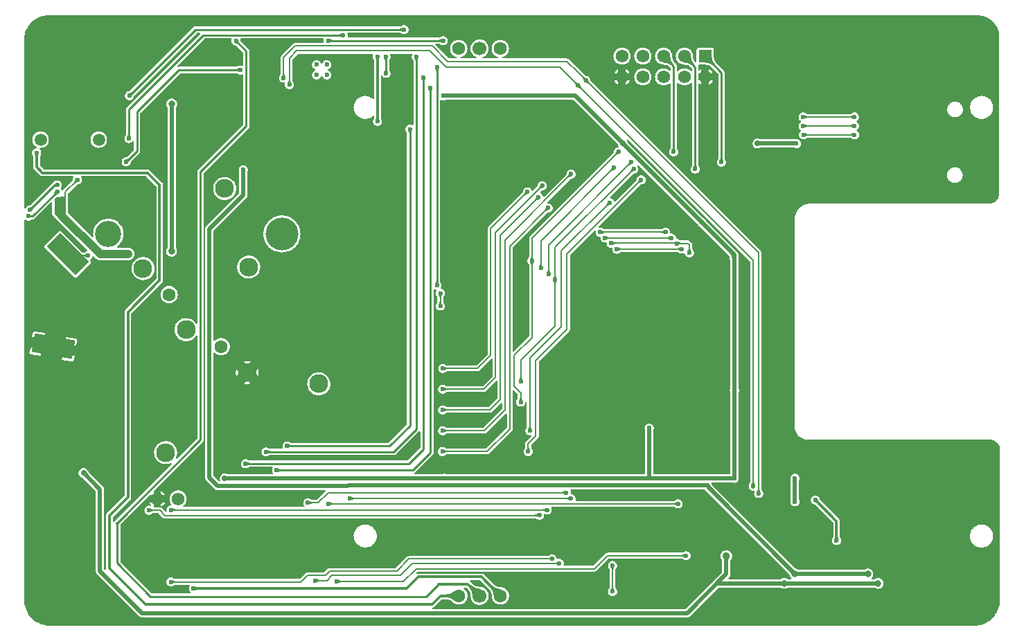
<source format=gbl>
G04 Layer: BottomLayer*
G04 EasyEDA v6.5.46, 2024-12-31 19:44:04*
G04 ebd9bc5b089479dc4edd2d51ed51331a,1acd7fc2553046b79c71bda98b4923fc,10*
G04 Gerber Generator version 0.2*
G04 Scale: 100 percent, Rotated: No, Reflected: No *
G04 Dimensions in millimeters *
G04 leading zeros omitted , absolute positions ,4 integer and 5 decimal *
%FSLAX45Y45*%
%MOMM*%

%AMMACRO1*21,1,$1,$2,0,0,$3*%
%ADD10C,0.2540*%
%ADD11C,0.2000*%
%ADD12C,0.5000*%
%ADD13C,0.3000*%
%ADD14C,1.0000*%
%ADD15C,0.0118*%
%ADD16MACRO1,5X2.3X135.0000*%
%ADD17MACRO1,5X2.3X-10.0001*%
%ADD18C,1.7000*%
%ADD19C,1.6000*%
%ADD20C,1.5748*%
%ADD21C,2.3000*%
%ADD22C,1.5750*%
%ADD23R,1.5748X1.5748*%
%ADD24C,1.5000*%
%ADD25C,5.3000*%
%ADD26C,0.6000*%
%ADD27C,0.6500*%
%ADD28C,0.8000*%
%ADD29C,0.7000*%
%ADD30C,0.9000*%
%ADD31C,4.0000*%
%ADD32C,3.2000*%

%LPD*%
G36*
X1555140Y6861403D02*
G01*
X1550974Y6863080D01*
X1547926Y6866229D01*
X1546555Y6870496D01*
X1547063Y6874916D01*
X1549450Y6878726D01*
X1878177Y7207402D01*
X1881428Y7209536D01*
X1885340Y7210399D01*
X2202688Y7210399D01*
X2206345Y7209637D01*
X2209495Y7207707D01*
X2211730Y7204760D01*
X2212797Y7201255D01*
X2212492Y7197598D01*
X2210104Y7188606D01*
X2209292Y7178903D01*
X2210104Y7169302D01*
X2212644Y7159802D01*
X2216759Y7151014D01*
X2222347Y7143038D01*
X2229256Y7136180D01*
X2237232Y7130542D01*
X2246020Y7126427D01*
X2255469Y7123938D01*
X2262835Y7123328D01*
X2266238Y7122414D01*
X2269134Y7120381D01*
X2347569Y7041946D01*
X2349754Y7038644D01*
X2350516Y7034733D01*
X2350516Y6885127D01*
X2349855Y6881520D01*
X2347925Y6878320D01*
X2344978Y6876034D01*
X2341422Y6875018D01*
X2337765Y6875322D01*
X2327808Y6877964D01*
X2318156Y6878777D01*
X2308453Y6877964D01*
X2299004Y6875424D01*
X2290216Y6871360D01*
X2278735Y6863334D01*
X2274824Y6862572D01*
X1567637Y6862572D01*
G37*

%LPD*%
G36*
X4456531Y1879803D02*
G01*
X4452467Y1880565D01*
X4449114Y1882952D01*
X4446981Y1886508D01*
X4446371Y1890623D01*
X4447489Y1894535D01*
X4450080Y1897786D01*
X4452670Y1899869D01*
X4668062Y2115312D01*
X4673193Y2121560D01*
X4676749Y2128164D01*
X4678934Y2135428D01*
X4679746Y2143506D01*
X4679746Y4131868D01*
X4680559Y4135882D01*
X4682845Y4139184D01*
X4686249Y4141419D01*
X4690262Y4142028D01*
X4694224Y4141114D01*
X4702048Y4137507D01*
X4707178Y4136085D01*
X4711090Y4134053D01*
X4713782Y4130548D01*
X4714697Y4126229D01*
X4713732Y4121912D01*
X4709007Y4111955D01*
X4706467Y4102506D01*
X4705654Y4092803D01*
X4706467Y4083202D01*
X4709007Y4073702D01*
X4713122Y4064914D01*
X4718710Y4056938D01*
X4721809Y4053484D01*
X4724044Y4050029D01*
X4725212Y4047337D01*
X4725619Y4044594D01*
X4725619Y3986123D01*
X4724806Y3982212D01*
X4722266Y3977741D01*
X4718862Y3973931D01*
X4713122Y3965752D01*
X4709007Y3956913D01*
X4706467Y3947515D01*
X4705654Y3937812D01*
X4706467Y3928110D01*
X4709007Y3918712D01*
X4713122Y3909923D01*
X4718710Y3901948D01*
X4725619Y3895090D01*
X4733594Y3889451D01*
X4742383Y3885387D01*
X4751832Y3882847D01*
X4761534Y3881983D01*
X4771186Y3882847D01*
X4780635Y3885387D01*
X4789424Y3889451D01*
X4797399Y3895090D01*
X4804308Y3901948D01*
X4809896Y3909923D01*
X4814011Y3918712D01*
X4816551Y3928110D01*
X4817364Y3937812D01*
X4816551Y3947515D01*
X4814011Y3956913D01*
X4809896Y3965752D01*
X4804308Y3973779D01*
X4801209Y3977233D01*
X4798974Y3980738D01*
X4797806Y3983278D01*
X4797399Y3986123D01*
X4797399Y4044543D01*
X4798161Y4048353D01*
X4800752Y4053027D01*
X4804156Y4056786D01*
X4809896Y4064914D01*
X4814011Y4073702D01*
X4816551Y4083202D01*
X4817364Y4092803D01*
X4816551Y4102506D01*
X4814011Y4112006D01*
X4809896Y4120794D01*
X4804308Y4128719D01*
X4797399Y4135628D01*
X4789424Y4141266D01*
X4780635Y4145330D01*
X4775454Y4146753D01*
X4771542Y4148785D01*
X4768900Y4152239D01*
X4767935Y4156557D01*
X4768900Y4160926D01*
X4773676Y4170832D01*
X4776165Y4180230D01*
X4777028Y4189933D01*
X4776165Y4199636D01*
X4773625Y4209034D01*
X4769510Y4217924D01*
X4763922Y4225899D01*
X4762703Y4227068D01*
X4760518Y4230370D01*
X4759756Y4234230D01*
X4759756Y6446875D01*
X4760569Y6450838D01*
X4762855Y6454190D01*
X4766259Y6456324D01*
X4770272Y6457035D01*
X4774184Y6456121D01*
X4777892Y6454343D01*
X4787341Y6451854D01*
X4797044Y6450939D01*
X4806696Y6451854D01*
X4816144Y6454343D01*
X4817516Y6454952D01*
X4821783Y6455918D01*
X6384137Y6455918D01*
X6387998Y6455206D01*
X6391300Y6452920D01*
X6929678Y5914542D01*
X6931304Y5912459D01*
X6932320Y5909868D01*
X6933793Y5904230D01*
X6940092Y5889955D01*
X6939940Y5885738D01*
X6938111Y5881979D01*
X6934962Y5879338D01*
X6930999Y5878068D01*
X6928713Y5877915D01*
X6919315Y5875426D01*
X6910476Y5871260D01*
X6902500Y5865723D01*
X6895642Y5858814D01*
X6890054Y5850788D01*
X6885940Y5842050D01*
X6883400Y5832551D01*
X6882536Y5822696D01*
X6881317Y5818174D01*
X6880352Y5815990D01*
X6878878Y5814110D01*
X5856376Y4791659D01*
X5851347Y4785410D01*
X5847943Y4778806D01*
X5845962Y4771390D01*
X5845505Y4765548D01*
X5845505Y4538167D01*
X5844743Y4534357D01*
X5842203Y4529785D01*
X5838748Y4525975D01*
X5833059Y4517847D01*
X5828944Y4509058D01*
X5826404Y4499559D01*
X5825540Y4489856D01*
X5826404Y4480255D01*
X5828944Y4470755D01*
X5833059Y4461967D01*
X5838647Y4454042D01*
X5841695Y4450588D01*
X5843930Y4447032D01*
X5845098Y4444390D01*
X5845505Y4441647D01*
X5845505Y3567836D01*
X5844743Y3563975D01*
X5842508Y3560673D01*
X5663742Y3381857D01*
X5660440Y3379724D01*
X5656580Y3378911D01*
X5652668Y3379724D01*
X5649417Y3381857D01*
X5647182Y3385210D01*
X5646420Y3389071D01*
X5646420Y4647946D01*
X5647182Y4651857D01*
X5649417Y4655159D01*
X6070650Y5076342D01*
X6073952Y5078526D01*
X6078524Y5079949D01*
X6089091Y5080863D01*
X6098540Y5083403D01*
X6107328Y5087569D01*
X6115304Y5093106D01*
X6122212Y5099964D01*
X6127800Y5107990D01*
X6131915Y5116830D01*
X6134455Y5126177D01*
X6135268Y5135930D01*
X6134455Y5145633D01*
X6131915Y5154980D01*
X6127800Y5163820D01*
X6122212Y5171795D01*
X6115304Y5178653D01*
X6107328Y5184292D01*
X6098540Y5188356D01*
X6089091Y5190947D01*
X6079439Y5191760D01*
X6077254Y5191607D01*
X6073140Y5192064D01*
X6069584Y5194096D01*
X6067145Y5197449D01*
X6066180Y5201412D01*
X6066891Y5205425D01*
X6069177Y5208879D01*
X6350660Y5490413D01*
X6353962Y5492546D01*
X6358483Y5493969D01*
X6369100Y5494883D01*
X6378498Y5497423D01*
X6387338Y5501487D01*
X6395313Y5507126D01*
X6402171Y5514035D01*
X6407759Y5521960D01*
X6411874Y5530748D01*
X6414414Y5540248D01*
X6415278Y5549849D01*
X6414414Y5559552D01*
X6411874Y5569051D01*
X6407759Y5577840D01*
X6402171Y5585815D01*
X6395313Y5592673D01*
X6387338Y5598312D01*
X6378498Y5602427D01*
X6369100Y5604916D01*
X6359398Y5605780D01*
X6349695Y5604916D01*
X6340297Y5602427D01*
X6331458Y5598312D01*
X6323482Y5592673D01*
X6316624Y5585815D01*
X6311036Y5577840D01*
X6306921Y5569051D01*
X6304381Y5559552D01*
X6303467Y5549036D01*
X6302044Y5544413D01*
X6299860Y5541162D01*
X6033871Y5275173D01*
X6030315Y5272836D01*
X6026150Y5272227D01*
X6022086Y5273243D01*
X6018784Y5275986D01*
X6016853Y5279694D01*
X6014923Y5287010D01*
X6010808Y5295798D01*
X6005220Y5303824D01*
X5998311Y5310733D01*
X5990336Y5316270D01*
X5986627Y5318048D01*
X5983478Y5320284D01*
X5981395Y5323586D01*
X5980734Y5327446D01*
X5981547Y5331256D01*
X5983732Y5334406D01*
X5997651Y5348376D01*
X6000902Y5350510D01*
X6005525Y5351932D01*
X6016091Y5352846D01*
X6025540Y5355386D01*
X6034328Y5359552D01*
X6042304Y5365089D01*
X6049213Y5371998D01*
X6054801Y5380024D01*
X6058916Y5388813D01*
X6061456Y5398262D01*
X6062268Y5407914D01*
X6061456Y5417616D01*
X6058916Y5427065D01*
X6054801Y5435854D01*
X6049213Y5443778D01*
X6042304Y5450687D01*
X6034328Y5456326D01*
X6025540Y5460390D01*
X6016091Y5462930D01*
X6006439Y5463743D01*
X5996736Y5462930D01*
X5987288Y5460390D01*
X5978499Y5456326D01*
X5970524Y5450687D01*
X5963615Y5443778D01*
X5958027Y5435854D01*
X5953912Y5427065D01*
X5951372Y5417616D01*
X5950508Y5407456D01*
X5949238Y5402935D01*
X5946851Y5399176D01*
X5895746Y5348020D01*
X5892546Y5345887D01*
X5888736Y5345023D01*
X5884875Y5345785D01*
X5881624Y5347817D01*
X5879338Y5350916D01*
X5874766Y5360822D01*
X5869178Y5368848D01*
X5862320Y5375706D01*
X5854344Y5381244D01*
X5845505Y5385409D01*
X5836107Y5387949D01*
X5826404Y5388813D01*
X5816701Y5387949D01*
X5807303Y5385409D01*
X5798464Y5381244D01*
X5790488Y5375706D01*
X5783630Y5368848D01*
X5778042Y5360822D01*
X5773928Y5351983D01*
X5771388Y5342585D01*
X5770473Y5332018D01*
X5769102Y5327446D01*
X5766866Y5324144D01*
X5351475Y4908804D01*
X5346446Y4902504D01*
X5343042Y4895900D01*
X5341061Y4888484D01*
X5340604Y4882591D01*
X5340604Y3352952D01*
X5339842Y3349040D01*
X5337606Y3345738D01*
X5204510Y3212592D01*
X5201208Y3210407D01*
X5197297Y3209594D01*
X4840681Y3209594D01*
X4836871Y3210407D01*
X4832248Y3212947D01*
X4828489Y3216402D01*
X4820310Y3222142D01*
X4811522Y3226206D01*
X4802073Y3228797D01*
X4792421Y3229559D01*
X4782718Y3228797D01*
X4773269Y3226206D01*
X4764481Y3222142D01*
X4756505Y3216503D01*
X4749596Y3209594D01*
X4744008Y3201619D01*
X4739894Y3192830D01*
X4737354Y3183432D01*
X4736541Y3173730D01*
X4737354Y3164027D01*
X4739894Y3154629D01*
X4744008Y3145840D01*
X4749596Y3137814D01*
X4756505Y3130905D01*
X4764481Y3125368D01*
X4773269Y3121202D01*
X4782718Y3118662D01*
X4792421Y3117900D01*
X4802073Y3118662D01*
X4811522Y3121202D01*
X4820310Y3125368D01*
X4828286Y3130905D01*
X4831842Y3134106D01*
X4835245Y3136239D01*
X4837836Y3137458D01*
X4840681Y3137814D01*
X5215839Y3137814D01*
X5223865Y3138627D01*
X5230977Y3141014D01*
X5237581Y3144824D01*
X5242052Y3148584D01*
X5383276Y3289858D01*
X5386578Y3291992D01*
X5390438Y3292805D01*
X5394350Y3291992D01*
X5397601Y3289858D01*
X5399836Y3286556D01*
X5400598Y3282645D01*
X5400598Y3082950D01*
X5399836Y3079038D01*
X5397601Y3075736D01*
X5280609Y2958744D01*
X5277307Y2956509D01*
X5273446Y2955798D01*
X4837836Y2955798D01*
X4833975Y2956509D01*
X4829352Y2959049D01*
X4825593Y2962503D01*
X4817414Y2968193D01*
X4808626Y2972358D01*
X4799177Y2974898D01*
X4789525Y2975762D01*
X4779822Y2974898D01*
X4770374Y2972358D01*
X4761585Y2968193D01*
X4753610Y2962656D01*
X4746701Y2955798D01*
X4741113Y2947771D01*
X4736998Y2938932D01*
X4734458Y2929534D01*
X4733645Y2919831D01*
X4734458Y2910128D01*
X4736998Y2900730D01*
X4741113Y2891942D01*
X4746701Y2883966D01*
X4753610Y2877108D01*
X4761585Y2871470D01*
X4770374Y2867406D01*
X4779822Y2864815D01*
X4789525Y2864002D01*
X4799177Y2864815D01*
X4808626Y2867406D01*
X4817414Y2871470D01*
X4825390Y2877108D01*
X4828895Y2880207D01*
X4832350Y2882341D01*
X4834940Y2883560D01*
X4837785Y2883966D01*
X5291988Y2883966D01*
X5299964Y2884779D01*
X5307076Y2887065D01*
X5313730Y2890926D01*
X5318201Y2894787D01*
X5443270Y3019856D01*
X5446572Y3021990D01*
X5450433Y3022803D01*
X5454345Y3021990D01*
X5457647Y3019856D01*
X5459831Y3016504D01*
X5460593Y3012592D01*
X5460593Y2816910D01*
X5459831Y2812999D01*
X5457647Y2809748D01*
X5352745Y2704846D01*
X5349443Y2702610D01*
X5345582Y2701899D01*
X4837938Y2701899D01*
X4834077Y2702610D01*
X4829505Y2705252D01*
X4825746Y2708706D01*
X4817567Y2714345D01*
X4808778Y2718511D01*
X4799330Y2721000D01*
X4789678Y2721864D01*
X4779975Y2721000D01*
X4770526Y2718511D01*
X4761738Y2714345D01*
X4753762Y2708757D01*
X4746853Y2701899D01*
X4741265Y2693924D01*
X4737150Y2685135D01*
X4734610Y2675636D01*
X4733798Y2665933D01*
X4734610Y2656332D01*
X4737150Y2646832D01*
X4741265Y2638044D01*
X4746853Y2630119D01*
X4753762Y2623210D01*
X4761738Y2617571D01*
X4770526Y2613507D01*
X4779975Y2610967D01*
X4789678Y2610104D01*
X4799330Y2610967D01*
X4808778Y2613507D01*
X4817567Y2617571D01*
X4825542Y2623210D01*
X4829098Y2626360D01*
X4832502Y2628544D01*
X4835093Y2629662D01*
X4837938Y2630119D01*
X5364124Y2630119D01*
X5372100Y2630932D01*
X5379212Y2633218D01*
X5385816Y2637028D01*
X5390337Y2640888D01*
X5499252Y2749804D01*
X5502554Y2751988D01*
X5506466Y2752750D01*
X5510326Y2751988D01*
X5513628Y2749804D01*
X5515813Y2746502D01*
X5516626Y2742590D01*
X5516626Y2683916D01*
X5515813Y2680004D01*
X5513628Y2676702D01*
X5287873Y2450947D01*
X5284571Y2448814D01*
X5280710Y2448001D01*
X4837582Y2448001D01*
X4833721Y2448814D01*
X4829098Y2451354D01*
X4825339Y2454757D01*
X4817160Y2460498D01*
X4808372Y2464562D01*
X4798923Y2467102D01*
X4789271Y2467965D01*
X4779568Y2467102D01*
X4770120Y2464562D01*
X4761331Y2460498D01*
X4753356Y2454859D01*
X4746447Y2448001D01*
X4740859Y2440076D01*
X4736744Y2431237D01*
X4734204Y2421788D01*
X4733391Y2412136D01*
X4734204Y2402433D01*
X4736744Y2393035D01*
X4740859Y2384145D01*
X4746447Y2376170D01*
X4753356Y2369312D01*
X4761331Y2363774D01*
X4770120Y2359609D01*
X4779568Y2357069D01*
X4789271Y2356205D01*
X4798923Y2357069D01*
X4808372Y2359609D01*
X4817160Y2363774D01*
X4825136Y2369312D01*
X4828641Y2372410D01*
X4832096Y2374646D01*
X4834686Y2375763D01*
X4837531Y2376170D01*
X5299252Y2376170D01*
X5307228Y2377084D01*
X5314340Y2379370D01*
X5320944Y2383129D01*
X5325465Y2386990D01*
X5557266Y2618841D01*
X5560568Y2620975D01*
X5564428Y2621788D01*
X5568340Y2620975D01*
X5571642Y2618841D01*
X5573826Y2615488D01*
X5574588Y2611577D01*
X5574588Y2450896D01*
X5573826Y2447036D01*
X5571642Y2443734D01*
X5325008Y2197150D01*
X5321706Y2194915D01*
X5317794Y2194102D01*
X4836210Y2194102D01*
X4832350Y2194915D01*
X4827727Y2197455D01*
X4823968Y2200859D01*
X4815840Y2206650D01*
X4807000Y2210714D01*
X4797602Y2213305D01*
X4787900Y2214067D01*
X4778197Y2213305D01*
X4768799Y2210714D01*
X4759960Y2206650D01*
X4751984Y2201062D01*
X4745126Y2194102D01*
X4739538Y2186127D01*
X4735423Y2177338D01*
X4732883Y2167940D01*
X4732020Y2158238D01*
X4732883Y2148535D01*
X4735423Y2139137D01*
X4739538Y2130348D01*
X4745126Y2122322D01*
X4751984Y2115413D01*
X4759960Y2109876D01*
X4768799Y2105710D01*
X4778197Y2103170D01*
X4787900Y2102408D01*
X4797602Y2103170D01*
X4807000Y2105710D01*
X4815840Y2109876D01*
X4823815Y2115413D01*
X4827320Y2118614D01*
X4830775Y2120747D01*
X4833366Y2121966D01*
X4836160Y2122322D01*
X5336387Y2122322D01*
X5344363Y2123135D01*
X5351475Y2125522D01*
X5358079Y2129332D01*
X5362549Y2133092D01*
X5635548Y2406040D01*
X5640578Y2412288D01*
X5643981Y2419045D01*
X5645962Y2426411D01*
X5646420Y2432253D01*
X5646420Y2894584D01*
X5647182Y2898495D01*
X5649417Y2901797D01*
X5652668Y2904032D01*
X5656580Y2904744D01*
X5660440Y2904032D01*
X5663742Y2901797D01*
X5705602Y2859938D01*
X5707837Y2856687D01*
X5708599Y2852775D01*
X5708599Y2810103D01*
X5707837Y2806293D01*
X5705297Y2801670D01*
X5701842Y2797962D01*
X5696153Y2789783D01*
X5692038Y2780995D01*
X5689498Y2771495D01*
X5688634Y2761843D01*
X5689498Y2752191D01*
X5692038Y2742692D01*
X5696153Y2733903D01*
X5701741Y2725928D01*
X5708599Y2719019D01*
X5716574Y2713482D01*
X5725414Y2709316D01*
X5734812Y2706827D01*
X5744514Y2705963D01*
X5754217Y2706827D01*
X5763615Y2709316D01*
X5772454Y2713482D01*
X5780430Y2719019D01*
X5787288Y2725928D01*
X5792876Y2733903D01*
X5796991Y2742692D01*
X5799632Y2752445D01*
X5801512Y2756154D01*
X5804712Y2758795D01*
X5808675Y2760014D01*
X5812790Y2759456D01*
X5816346Y2757271D01*
X5818733Y2753918D01*
X5819597Y2749854D01*
X5819597Y2461107D01*
X5818835Y2457297D01*
X5816295Y2452725D01*
X5812840Y2448915D01*
X5807151Y2440736D01*
X5803036Y2431948D01*
X5800496Y2422550D01*
X5799632Y2412796D01*
X5800496Y2403144D01*
X5803036Y2393696D01*
X5807151Y2384907D01*
X5812739Y2376982D01*
X5819597Y2370074D01*
X5827572Y2364435D01*
X5836412Y2360371D01*
X5845810Y2357780D01*
X5855512Y2357018D01*
X5864250Y2357729D01*
X5868314Y2357221D01*
X5871870Y2355189D01*
X5874359Y2351887D01*
X5875274Y2347874D01*
X5874562Y2343912D01*
X5872327Y2340457D01*
X5810859Y2278989D01*
X5805830Y2272741D01*
X5802426Y2266086D01*
X5800445Y2258720D01*
X5799988Y2252878D01*
X5799988Y2206548D01*
X5799226Y2202738D01*
X5796686Y2198065D01*
X5793232Y2194356D01*
X5787542Y2186127D01*
X5783427Y2177338D01*
X5780887Y2167940D01*
X5780024Y2158238D01*
X5780887Y2148535D01*
X5783427Y2139137D01*
X5787542Y2130348D01*
X5793130Y2122322D01*
X5799988Y2115413D01*
X5807964Y2109876D01*
X5816803Y2105710D01*
X5826201Y2103170D01*
X5835904Y2102408D01*
X5845606Y2103170D01*
X5855004Y2105710D01*
X5863844Y2109876D01*
X5871819Y2115413D01*
X5878677Y2122322D01*
X5884265Y2130348D01*
X5888380Y2139137D01*
X5890920Y2148535D01*
X5891784Y2158238D01*
X5890920Y2167940D01*
X5888380Y2177338D01*
X5884265Y2186127D01*
X5878677Y2194102D01*
X5875477Y2197760D01*
X5873343Y2201164D01*
X5872226Y2203704D01*
X5871819Y2206548D01*
X5871819Y2234133D01*
X5872581Y2237994D01*
X5874766Y2241296D01*
X5954522Y2321052D01*
X5959602Y2327300D01*
X5963005Y2334006D01*
X5964936Y2341372D01*
X5965444Y2347264D01*
X5965444Y3252774D01*
X5966206Y3256686D01*
X5968390Y3259937D01*
X6334404Y3626002D01*
X6339484Y3632250D01*
X6342888Y3638854D01*
X6344869Y3646220D01*
X6345326Y3652113D01*
X6345326Y4553813D01*
X6346088Y4557674D01*
X6348272Y4561027D01*
X6644233Y4856988D01*
X6647637Y4859172D01*
X6651701Y4859934D01*
X6655714Y4858969D01*
X6659016Y4856530D01*
X6661048Y4852974D01*
X6661505Y4848860D01*
X6660642Y4838852D01*
X6661505Y4829200D01*
X6664045Y4819751D01*
X6668160Y4810963D01*
X6673748Y4802936D01*
X6680606Y4796028D01*
X6688581Y4790490D01*
X6697421Y4786325D01*
X6706819Y4783785D01*
X6709714Y4783582D01*
X6713524Y4782464D01*
X6716623Y4779975D01*
X6718553Y4776470D01*
X6718960Y4772558D01*
X6718655Y4768799D01*
X6719468Y4759198D01*
X6722008Y4749698D01*
X6726123Y4740910D01*
X6731711Y4732985D01*
X6738620Y4726076D01*
X6746595Y4720437D01*
X6755384Y4716373D01*
X6764832Y4713833D01*
X6774535Y4712970D01*
X6782612Y4713732D01*
X6786524Y4713274D01*
X6790029Y4711395D01*
X6792468Y4708245D01*
X6793585Y4704486D01*
X6794500Y4694174D01*
X6797040Y4684725D01*
X6801154Y4675886D01*
X6806742Y4667961D01*
X6813600Y4661103D01*
X6821576Y4655464D01*
X6830415Y4651400D01*
X6839813Y4648860D01*
X6849516Y4647996D01*
X6853123Y4648301D01*
X6857492Y4647692D01*
X6861200Y4645406D01*
X6863537Y4641646D01*
X6864146Y4637278D01*
X6863638Y4631842D01*
X6864502Y4622139D01*
X6867042Y4612741D01*
X6871157Y4603953D01*
X6876745Y4595926D01*
X6883603Y4589018D01*
X6891578Y4583480D01*
X6900418Y4579315D01*
X6909816Y4576775D01*
X6919518Y4576013D01*
X6929221Y4576775D01*
X6938619Y4579315D01*
X6947458Y4583480D01*
X6955434Y4589018D01*
X6958380Y4591812D01*
X6962038Y4594555D01*
X6966051Y4596282D01*
X6970217Y4596892D01*
X7665212Y4596892D01*
X7669123Y4596180D01*
X7673644Y4593640D01*
X7677403Y4590186D01*
X7685582Y4584496D01*
X7694422Y4580382D01*
X7703820Y4577791D01*
X7713522Y4576978D01*
X7723225Y4577791D01*
X7732623Y4580382D01*
X7737652Y4582668D01*
X7741970Y4583582D01*
X7746238Y4582668D01*
X7749743Y4580026D01*
X7751775Y4576114D01*
X7754010Y4567732D01*
X7758125Y4558944D01*
X7763713Y4550918D01*
X7770622Y4544009D01*
X7778597Y4538472D01*
X7787386Y4534306D01*
X7796834Y4531766D01*
X7806537Y4530953D01*
X7816189Y4531766D01*
X7825638Y4534306D01*
X7834426Y4538472D01*
X7842402Y4544009D01*
X7849311Y4550918D01*
X7854899Y4558944D01*
X7859014Y4567732D01*
X7861553Y4577130D01*
X7862366Y4586833D01*
X7861553Y4596536D01*
X7859014Y4605985D01*
X7854899Y4614773D01*
X7849311Y4622698D01*
X7846212Y4626152D01*
X7843977Y4629708D01*
X7842808Y4632350D01*
X7842402Y4635144D01*
X7842402Y4683302D01*
X7841589Y4691329D01*
X7839252Y4698390D01*
X7835442Y4705045D01*
X7831632Y4709515D01*
X7813294Y4727905D01*
X7807045Y4732934D01*
X7800340Y4736338D01*
X7792974Y4738319D01*
X7787131Y4738776D01*
X7699806Y4738776D01*
X7695946Y4739487D01*
X7691374Y4742078D01*
X7687614Y4745532D01*
X7679436Y4751171D01*
X7670647Y4755337D01*
X7661198Y4757877D01*
X7651648Y4758740D01*
X7648295Y4759655D01*
X7645400Y4761687D01*
X7643368Y4764582D01*
X7642453Y4767986D01*
X7641539Y4778502D01*
X7638999Y4788001D01*
X7634884Y4796790D01*
X7629296Y4804765D01*
X7622438Y4811623D01*
X7614462Y4817262D01*
X7605623Y4821377D01*
X7596225Y4823866D01*
X7586522Y4824730D01*
X7582052Y4824323D01*
X7577734Y4824882D01*
X7574025Y4827219D01*
X7571638Y4830978D01*
X7571079Y4835347D01*
X7571384Y4838852D01*
X7570520Y4848555D01*
X7567980Y4858004D01*
X7563866Y4866792D01*
X7558278Y4874717D01*
X7551420Y4881626D01*
X7543444Y4887264D01*
X7534605Y4891328D01*
X7525207Y4893868D01*
X7515504Y4894681D01*
X7505801Y4893868D01*
X7496403Y4891328D01*
X7487564Y4887264D01*
X7479588Y4881626D01*
X7475981Y4878476D01*
X7472629Y4876292D01*
X7470038Y4875123D01*
X7467244Y4874717D01*
X6764781Y4874717D01*
X6760921Y4875530D01*
X6756349Y4878070D01*
X6752590Y4881524D01*
X6744462Y4887264D01*
X6735622Y4891328D01*
X6726224Y4893868D01*
X6716522Y4894681D01*
X6706514Y4893818D01*
X6702399Y4894275D01*
X6698843Y4896408D01*
X6696405Y4899660D01*
X6695440Y4903622D01*
X6696151Y4907737D01*
X6698437Y4911191D01*
X7207656Y5420360D01*
X7210958Y5422595D01*
X7215530Y5423966D01*
X7226147Y5424830D01*
X7235545Y5427421D01*
X7244334Y5431485D01*
X7252309Y5437124D01*
X7259218Y5444032D01*
X7264806Y5451957D01*
X7268921Y5460796D01*
X7271461Y5470194D01*
X7272274Y5479846D01*
X7271461Y5489600D01*
X7268921Y5498998D01*
X7264806Y5507786D01*
X7259218Y5515813D01*
X7252309Y5522722D01*
X7244334Y5528259D01*
X7235545Y5532424D01*
X7226096Y5534964D01*
X7216444Y5535726D01*
X7206742Y5534964D01*
X7197293Y5532424D01*
X7188504Y5528259D01*
X7180529Y5522722D01*
X7173620Y5515813D01*
X7168032Y5507786D01*
X7163917Y5498998D01*
X7161377Y5489600D01*
X7160564Y5479796D01*
X7159396Y5475325D01*
X7158380Y5473039D01*
X7156856Y5471109D01*
X6900367Y5214670D01*
X6896862Y5212334D01*
X6892696Y5211673D01*
X6888581Y5212791D01*
X6885330Y5215483D01*
X6883400Y5219192D01*
X6882892Y5220970D01*
X6878777Y5229809D01*
X6873189Y5237835D01*
X6866331Y5244693D01*
X6858355Y5250230D01*
X6849516Y5254345D01*
X6840626Y5256733D01*
X6836867Y5258663D01*
X6834174Y5261965D01*
X6833108Y5266029D01*
X6833768Y5270246D01*
X6836054Y5273751D01*
X7116673Y5554421D01*
X7119924Y5556554D01*
X7124547Y5557977D01*
X7135114Y5558891D01*
X7144512Y5561380D01*
X7153351Y5565495D01*
X7161326Y5571134D01*
X7168184Y5577992D01*
X7173772Y5585968D01*
X7177887Y5594756D01*
X7180427Y5604256D01*
X7181291Y5613857D01*
X7180427Y5623560D01*
X7177887Y5633059D01*
X7173569Y5642152D01*
X7171893Y5646115D01*
X7171994Y5650382D01*
X7173874Y5654243D01*
X7177125Y5657037D01*
X7181240Y5658104D01*
X7185456Y5657545D01*
X7189063Y5655157D01*
X7901076Y4943195D01*
X7903057Y4940350D01*
X7906054Y4934000D01*
X7911642Y4925974D01*
X7918500Y4919116D01*
X7926476Y4913579D01*
X7932826Y4910582D01*
X7935722Y4908600D01*
X8282178Y4562043D01*
X8288121Y4554880D01*
X8289239Y4553204D01*
X8293150Y4545888D01*
X8293912Y4544009D01*
X8296351Y4536135D01*
X8296757Y4534103D01*
X8298484Y4515154D01*
X8301278Y4505198D01*
X8302244Y4500880D01*
X8302244Y2922778D01*
X8301228Y2917799D01*
X8300415Y2908046D01*
X8301228Y2898394D01*
X8302244Y2893415D01*
X8302244Y1889963D01*
X8301481Y1886051D01*
X8299246Y1882749D01*
X8295944Y1880514D01*
X8292084Y1879803D01*
X7375855Y1879803D01*
X7371943Y1880514D01*
X7368641Y1882749D01*
X7366457Y1886051D01*
X7365695Y1889963D01*
X7365695Y2420061D01*
X7366609Y2424328D01*
X7367270Y2425649D01*
X7369809Y2435148D01*
X7370622Y2444800D01*
X7369809Y2454452D01*
X7367270Y2463952D01*
X7363155Y2472740D01*
X7357567Y2480665D01*
X7350658Y2487574D01*
X7342682Y2493213D01*
X7333894Y2497277D01*
X7324445Y2499817D01*
X7314793Y2500680D01*
X7305090Y2499817D01*
X7295642Y2497277D01*
X7286853Y2493213D01*
X7278878Y2487574D01*
X7271969Y2480665D01*
X7266381Y2472740D01*
X7262266Y2463952D01*
X7259726Y2454452D01*
X7258913Y2444800D01*
X7259726Y2435148D01*
X7262266Y2425649D01*
X7262926Y2424328D01*
X7263841Y2420061D01*
X7263841Y1889963D01*
X7263079Y1886051D01*
X7260894Y1882749D01*
X7257592Y1880514D01*
X7253681Y1879803D01*
X4837887Y1879803D01*
X4833620Y1880717D01*
X4832248Y1881327D01*
X4822799Y1883867D01*
X4813147Y1884730D01*
X4803444Y1883867D01*
X4793996Y1881327D01*
X4792624Y1880717D01*
X4788357Y1879803D01*
G37*

%LPD*%
G36*
X4675581Y231749D02*
G01*
X4671568Y232562D01*
X4668164Y234848D01*
X4666030Y238353D01*
X4665421Y242468D01*
X4666488Y246430D01*
X4669028Y249580D01*
X4672634Y251612D01*
X4675886Y252628D01*
X4682947Y256336D01*
X4689551Y261721D01*
X4775708Y347929D01*
X4779010Y350062D01*
X4782870Y350926D01*
X4831842Y350875D01*
X4846980Y349808D01*
X4861864Y346710D01*
X4876190Y341731D01*
X4889754Y334975D01*
X4902352Y326491D01*
X4923637Y307797D01*
X4935169Y300126D01*
X4947564Y293928D01*
X4960721Y289509D01*
X4974285Y286816D01*
X4988102Y285953D01*
X5001920Y286816D01*
X5015484Y289509D01*
X5028641Y293928D01*
X5041036Y300126D01*
X5052568Y307797D01*
X5062982Y316890D01*
X5072126Y327355D01*
X5079796Y338836D01*
X5085943Y351282D01*
X5090363Y364388D01*
X5093106Y377952D01*
X5093970Y391820D01*
X5093106Y405638D01*
X5090363Y419201D01*
X5085943Y432358D01*
X5079796Y444754D01*
X5072126Y456285D01*
X5062982Y466699D01*
X5052568Y475843D01*
X5049570Y478942D01*
X5048097Y482904D01*
X5048453Y487222D01*
X5050536Y490982D01*
X5053990Y493522D01*
X5058206Y494436D01*
X5077409Y494436D01*
X5081320Y493623D01*
X5084622Y491490D01*
X5094122Y481888D01*
X5105146Y469188D01*
X5114340Y455218D01*
X5121706Y440232D01*
X5126990Y424281D01*
X5130190Y407822D01*
X5132120Y377647D01*
X5134864Y363677D01*
X5139334Y350164D01*
X5145481Y337362D01*
X5153253Y325475D01*
X5162448Y314655D01*
X5172964Y305054D01*
X5184597Y296926D01*
X5197195Y290372D01*
X5210556Y285496D01*
X5224424Y282295D01*
X5238546Y280974D01*
X5252770Y281432D01*
X5266791Y283667D01*
X5280406Y287680D01*
X5293410Y293471D01*
X5305552Y300837D01*
X5316677Y309676D01*
X5326532Y319887D01*
X5335016Y331317D01*
X5342026Y343662D01*
X5347360Y356819D01*
X5350967Y370586D01*
X5352745Y384657D01*
X5352745Y398881D01*
X5350967Y413004D01*
X5347360Y426720D01*
X5342026Y439877D01*
X5335016Y452272D01*
X5326532Y463702D01*
X5316677Y473913D01*
X5305552Y482752D01*
X5293410Y490118D01*
X5280406Y495858D01*
X5266791Y499922D01*
X5252770Y502208D01*
X5243830Y502462D01*
X5224729Y503885D01*
X5209590Y506882D01*
X5193741Y512165D01*
X5178653Y519531D01*
X5164683Y528777D01*
X5151526Y540207D01*
X5127853Y563930D01*
X5125262Y567080D01*
X5124196Y571093D01*
X5124754Y575157D01*
X5126939Y578662D01*
X5130292Y581050D01*
X5134356Y581914D01*
X5243982Y581914D01*
X5247843Y581101D01*
X5251145Y578916D01*
X5356199Y473862D01*
X5366613Y461873D01*
X5374995Y449173D01*
X5381599Y435559D01*
X5386425Y421182D01*
X5389270Y406247D01*
X5391099Y377952D01*
X5393842Y364388D01*
X5398262Y351282D01*
X5404408Y338836D01*
X5412079Y327355D01*
X5421223Y316890D01*
X5431637Y307797D01*
X5443169Y300126D01*
X5455564Y293928D01*
X5468721Y289509D01*
X5482285Y286816D01*
X5496102Y285953D01*
X5509920Y286816D01*
X5523484Y289509D01*
X5536641Y293928D01*
X5549036Y300126D01*
X5560568Y307797D01*
X5570982Y316890D01*
X5580126Y327355D01*
X5587796Y338836D01*
X5593943Y351282D01*
X5598363Y364388D01*
X5601106Y377952D01*
X5601970Y391820D01*
X5601106Y405638D01*
X5598363Y419201D01*
X5593943Y432358D01*
X5587796Y444754D01*
X5580126Y456285D01*
X5570982Y466699D01*
X5560568Y475843D01*
X5549036Y483463D01*
X5536641Y489661D01*
X5523484Y494080D01*
X5509920Y496824D01*
X5481624Y498601D01*
X5466740Y501497D01*
X5452313Y506272D01*
X5438698Y512876D01*
X5426049Y521309D01*
X5414060Y531672D01*
X5294376Y651357D01*
X5287822Y656742D01*
X5280761Y660552D01*
X5273090Y662838D01*
X5264607Y663651D01*
X4495647Y663651D01*
X4487164Y662838D01*
X4483506Y661720D01*
X4479086Y661466D01*
X4474921Y663041D01*
X4471873Y666242D01*
X4470450Y670458D01*
X4471009Y674878D01*
X4473397Y678688D01*
X4479188Y684479D01*
X4482439Y686612D01*
X4486351Y687425D01*
X6642252Y687425D01*
X6650228Y688238D01*
X6657340Y690524D01*
X6663944Y694385D01*
X6668465Y698246D01*
X6814159Y843940D01*
X6817461Y846175D01*
X6821373Y846886D01*
X7716469Y846886D01*
X7720330Y846175D01*
X7724902Y843635D01*
X7728661Y840130D01*
X7736840Y834491D01*
X7745679Y830326D01*
X7755077Y827786D01*
X7764780Y826922D01*
X7774482Y827786D01*
X7783880Y830326D01*
X7792720Y834491D01*
X7800695Y840028D01*
X7807553Y846886D01*
X7813141Y854913D01*
X7817256Y863752D01*
X7819796Y873150D01*
X7820659Y882853D01*
X7819796Y892556D01*
X7817256Y901953D01*
X7813141Y910742D01*
X7807553Y918718D01*
X7800695Y925576D01*
X7792720Y931214D01*
X7783880Y935278D01*
X7774482Y937818D01*
X7764780Y938682D01*
X7755077Y937818D01*
X7745679Y935278D01*
X7736840Y931214D01*
X7728864Y925576D01*
X7725409Y922477D01*
X7721904Y920343D01*
X7719314Y919124D01*
X7716469Y918718D01*
X6802780Y918718D01*
X6794804Y917905D01*
X6787692Y915619D01*
X6781088Y911758D01*
X6776618Y907897D01*
X6630873Y762254D01*
X6627571Y759968D01*
X6623710Y759256D01*
X6275882Y759256D01*
X6272225Y759866D01*
X6269075Y761796D01*
X6266840Y764743D01*
X6265773Y768299D01*
X6266078Y772007D01*
X6268516Y781202D01*
X6269380Y790803D01*
X6268516Y800506D01*
X6265976Y810006D01*
X6261862Y818794D01*
X6256274Y826719D01*
X6249416Y833628D01*
X6241440Y839266D01*
X6232601Y843330D01*
X6223203Y845870D01*
X6213500Y846734D01*
X6203797Y845870D01*
X6194806Y843432D01*
X6190437Y843280D01*
X6186373Y844956D01*
X6183376Y848207D01*
X6179464Y862431D01*
X6175349Y871219D01*
X6169761Y879195D01*
X6162903Y886155D01*
X6154928Y891692D01*
X6146088Y895807D01*
X6136690Y898398D01*
X6126988Y899160D01*
X6117285Y898398D01*
X6107887Y895807D01*
X6099048Y891692D01*
X6091072Y886155D01*
X6087160Y882243D01*
X6083858Y879957D01*
X6079947Y879195D01*
X4380788Y879195D01*
X4372813Y878433D01*
X4365701Y876046D01*
X4359097Y872236D01*
X4354576Y868426D01*
X4221378Y735228D01*
X4218076Y732993D01*
X4214164Y732282D01*
X3410813Y732282D01*
X3402837Y731418D01*
X3395675Y729030D01*
X3389071Y725220D01*
X3384600Y721410D01*
X3345383Y682193D01*
X3342081Y680008D01*
X3338169Y679196D01*
X3136798Y679196D01*
X3128822Y678383D01*
X3121710Y676097D01*
X3115056Y672287D01*
X3110585Y668477D01*
X3043377Y601167D01*
X3040075Y599033D01*
X3036163Y598220D01*
X1518564Y598220D01*
X1514703Y599033D01*
X1510131Y601522D01*
X1506372Y604977D01*
X1498193Y610717D01*
X1489405Y614781D01*
X1479956Y617321D01*
X1470304Y618185D01*
X1460601Y617321D01*
X1451152Y614781D01*
X1442364Y610717D01*
X1434388Y605078D01*
X1427480Y598220D01*
X1421892Y590296D01*
X1417777Y581456D01*
X1415237Y572058D01*
X1414424Y562356D01*
X1415237Y552653D01*
X1417777Y543255D01*
X1421892Y534365D01*
X1427480Y526389D01*
X1434388Y519531D01*
X1442364Y513994D01*
X1451152Y509828D01*
X1460601Y507288D01*
X1470304Y506425D01*
X1479956Y507288D01*
X1489405Y509828D01*
X1498193Y513994D01*
X1506169Y519531D01*
X1509725Y522732D01*
X1513128Y524865D01*
X1515719Y525983D01*
X1518564Y526389D01*
X1688947Y526389D01*
X1693265Y525424D01*
X1696720Y522833D01*
X1698752Y518922D01*
X1698955Y514502D01*
X1692656Y500938D01*
X1690116Y491490D01*
X1689303Y481787D01*
X1690116Y472084D01*
X1692656Y462686D01*
X1696770Y453898D01*
X1702358Y445871D01*
X1709978Y438302D01*
X1712163Y435000D01*
X1712975Y431088D01*
X1712214Y427177D01*
X1709978Y423875D01*
X1706676Y421741D01*
X1702816Y420928D01*
X1242466Y420928D01*
X1238605Y421741D01*
X1235303Y423875D01*
X853846Y805332D01*
X851662Y808634D01*
X850900Y812546D01*
X850900Y1253642D01*
X851306Y1256588D01*
X852322Y1259992D01*
X852779Y1264259D01*
X853694Y1267612D01*
X855675Y1270406D01*
X1206804Y1621485D01*
X1210106Y1623771D01*
X1213967Y1624482D01*
X1257452Y1624482D01*
X1257452Y1667967D01*
X1258214Y1671828D01*
X1260449Y1675180D01*
X1856486Y2271217D01*
X1861616Y2277465D01*
X1865172Y2284120D01*
X1867357Y2291334D01*
X1868170Y2299411D01*
X1868170Y5555132D01*
X1868932Y5559044D01*
X1871116Y5562346D01*
X2416098Y6107328D01*
X2421178Y6113526D01*
X2424785Y6120180D01*
X2426970Y6127445D01*
X2427732Y6135420D01*
X2427732Y7054494D01*
X2426970Y7062470D01*
X2424785Y7069734D01*
X2421178Y7076338D01*
X2416098Y7082586D01*
X2323744Y7174941D01*
X2321712Y7177836D01*
X2320798Y7181240D01*
X2320188Y7188606D01*
X2317800Y7197598D01*
X2317496Y7201255D01*
X2318562Y7204760D01*
X2320798Y7207707D01*
X2323947Y7209637D01*
X2327605Y7210399D01*
X3326637Y7210399D01*
X3330295Y7209637D01*
X3333445Y7207707D01*
X3335680Y7204760D01*
X3336747Y7201255D01*
X3336442Y7197598D01*
X3335121Y7192568D01*
X3334258Y7182916D01*
X3335121Y7173214D01*
X3336848Y7166609D01*
X3337153Y7163003D01*
X3336086Y7159447D01*
X3333851Y7156500D01*
X3330701Y7154570D01*
X3327044Y7153859D01*
X2990646Y7153859D01*
X2982671Y7152995D01*
X2975559Y7150760D01*
X2968955Y7146899D01*
X2964484Y7143038D01*
X2821127Y6999731D01*
X2816098Y6993534D01*
X2812694Y6986778D01*
X2810713Y6979412D01*
X2810256Y6973570D01*
X2810256Y6774281D01*
X2809494Y6770370D01*
X2806903Y6765848D01*
X2803499Y6762038D01*
X2797759Y6753859D01*
X2793644Y6745071D01*
X2791104Y6735673D01*
X2790291Y6725920D01*
X2791104Y6716268D01*
X2793644Y6706870D01*
X2797759Y6698081D01*
X2803347Y6690106D01*
X2810256Y6683197D01*
X2818231Y6677558D01*
X2827020Y6673494D01*
X2836468Y6670903D01*
X2846171Y6670141D01*
X2852013Y6670649D01*
X2855874Y6670243D01*
X2859278Y6668363D01*
X2861767Y6665417D01*
X2862986Y6661759D01*
X2862732Y6657898D01*
X2862122Y6655612D01*
X2861259Y6645909D01*
X2862122Y6636308D01*
X2864662Y6626809D01*
X2868777Y6618020D01*
X2874365Y6610096D01*
X2881223Y6603187D01*
X2889199Y6597548D01*
X2898038Y6593484D01*
X2907436Y6590944D01*
X2917139Y6590080D01*
X2926842Y6590944D01*
X2936240Y6593484D01*
X2945079Y6597548D01*
X2953054Y6603187D01*
X2959912Y6610096D01*
X2965500Y6618020D01*
X2969615Y6626809D01*
X2972155Y6636308D01*
X2973019Y6645909D01*
X2972155Y6655612D01*
X2969615Y6665112D01*
X2965500Y6673900D01*
X2959912Y6681876D01*
X2956814Y6685381D01*
X2954629Y6688785D01*
X2953461Y6691375D01*
X2953054Y6694220D01*
X2953054Y6947865D01*
X2953816Y6951725D01*
X2956001Y6955028D01*
X3020060Y7019036D01*
X3023311Y7021322D01*
X3027222Y7022033D01*
X3930192Y7022033D01*
X3933850Y7021423D01*
X3937050Y7019442D01*
X3939286Y7016496D01*
X3940301Y7012940D01*
X3939997Y7009231D01*
X3937101Y6998614D01*
X3936288Y6988962D01*
X3937101Y6979310D01*
X3939641Y6969810D01*
X3943756Y6961124D01*
X3950309Y6951878D01*
X3951732Y6949084D01*
X3952240Y6945985D01*
X3952240Y6480505D01*
X3951478Y6476746D01*
X3949395Y6473444D01*
X3946245Y6471259D01*
X3942486Y6470345D01*
X3938676Y6470904D01*
X3935374Y6472885D01*
X3927703Y6479235D01*
X3915613Y6487363D01*
X3912260Y6489293D01*
X3899204Y6495745D01*
X3895648Y6497218D01*
X3881882Y6501892D01*
X3878122Y6502857D01*
X3863898Y6505752D01*
X3860037Y6506260D01*
X3845509Y6507226D01*
X3841648Y6507226D01*
X3827170Y6506260D01*
X3823309Y6505803D01*
X3809034Y6503009D01*
X3805275Y6501993D01*
X3791508Y6497320D01*
X3787952Y6495846D01*
X3774897Y6489496D01*
X3771544Y6487515D01*
X3759403Y6479438D01*
X3756355Y6477152D01*
X3745382Y6467500D01*
X3742639Y6464757D01*
X3733037Y6453886D01*
X3730650Y6450838D01*
X3722573Y6438747D01*
X3720642Y6435394D01*
X3714191Y6422390D01*
X3712667Y6418783D01*
X3707993Y6405016D01*
X3706977Y6401257D01*
X3704082Y6387033D01*
X3703574Y6383172D01*
X3702608Y6368745D01*
X3702558Y6364833D01*
X3703472Y6350304D01*
X3703980Y6346444D01*
X3706774Y6332169D01*
X3707790Y6328410D01*
X3712413Y6314643D01*
X3713886Y6311087D01*
X3720287Y6298031D01*
X3722217Y6294628D01*
X3730244Y6282537D01*
X3732580Y6279438D01*
X3742131Y6268516D01*
X3744874Y6265773D01*
X3755796Y6256121D01*
X3758844Y6253734D01*
X3770884Y6245656D01*
X3774287Y6243726D01*
X3787292Y6237274D01*
X3790848Y6235750D01*
X3804615Y6231026D01*
X3808323Y6230010D01*
X3822598Y6227114D01*
X3826459Y6226606D01*
X3840937Y6225590D01*
X3844798Y6225590D01*
X3859326Y6226505D01*
X3863187Y6226962D01*
X3877411Y6229705D01*
X3881170Y6230670D01*
X3894988Y6235344D01*
X3898544Y6236817D01*
X3911600Y6243218D01*
X3915003Y6245148D01*
X3927094Y6253073D01*
X3935425Y6259982D01*
X3938727Y6261912D01*
X3942537Y6262471D01*
X3946296Y6261557D01*
X3949446Y6259372D01*
X3951478Y6256070D01*
X3952240Y6252362D01*
X3952240Y6237528D01*
X3951782Y6234480D01*
X3950411Y6231686D01*
X3944518Y6223304D01*
X3940403Y6214516D01*
X3937863Y6205118D01*
X3937050Y6195415D01*
X3937863Y6185712D01*
X3940403Y6176314D01*
X3944518Y6167526D01*
X3950106Y6159550D01*
X3957015Y6152591D01*
X3964990Y6147054D01*
X3973779Y6142888D01*
X3983228Y6140348D01*
X3992930Y6139586D01*
X4002582Y6140348D01*
X4012031Y6142888D01*
X4020820Y6147054D01*
X4028795Y6152591D01*
X4035704Y6159550D01*
X4041292Y6167526D01*
X4045407Y6176314D01*
X4047947Y6185712D01*
X4048760Y6195415D01*
X4047947Y6205118D01*
X4045407Y6214516D01*
X4041292Y6223304D01*
X4035907Y6231077D01*
X4034536Y6233871D01*
X4034028Y6236919D01*
X4034028Y6746697D01*
X4034942Y6750812D01*
X4037431Y6754266D01*
X4041140Y6756349D01*
X4045407Y6756755D01*
X4049420Y6755384D01*
X4052519Y6752488D01*
X4056379Y6747052D01*
X4063237Y6740144D01*
X4071213Y6734606D01*
X4080052Y6730441D01*
X4089450Y6727901D01*
X4099153Y6727088D01*
X4108856Y6727901D01*
X4118254Y6730441D01*
X4127093Y6734606D01*
X4135069Y6740144D01*
X4141927Y6747052D01*
X4147515Y6755079D01*
X4151629Y6763867D01*
X4154170Y6773265D01*
X4155033Y6782968D01*
X4154170Y6792671D01*
X4151629Y6802120D01*
X4147515Y6810908D01*
X4141825Y6819087D01*
X4138422Y6822694D01*
X4136440Y6825945D01*
X4135729Y6829602D01*
X4135729Y6940651D01*
X4136542Y6944563D01*
X4138726Y6947814D01*
X4139946Y6949084D01*
X4145534Y6957009D01*
X4149648Y6965797D01*
X4152188Y6975297D01*
X4153001Y6984898D01*
X4152188Y6994601D01*
X4149648Y7004100D01*
X4147972Y7007606D01*
X4147058Y7011568D01*
X4147718Y7015581D01*
X4149902Y7018985D01*
X4153255Y7021271D01*
X4157218Y7022033D01*
X4409084Y7022033D01*
X4413046Y7021271D01*
X4416399Y7018985D01*
X4418584Y7015581D01*
X4419244Y7011568D01*
X4418279Y7007606D01*
X4416653Y7004100D01*
X4414113Y6994601D01*
X4413250Y6984898D01*
X4414113Y6975297D01*
X4416653Y6965797D01*
X4420768Y6957009D01*
X4426407Y6948982D01*
X4428693Y6946595D01*
X4430776Y6943293D01*
X4431538Y6939483D01*
X4431538Y6157925D01*
X4430725Y6153912D01*
X4428439Y6150610D01*
X4425035Y6148476D01*
X4421022Y6147765D01*
X4417060Y6148679D01*
X4410252Y6151930D01*
X4400854Y6154420D01*
X4391152Y6155283D01*
X4381449Y6154420D01*
X4372051Y6151930D01*
X4363212Y6147765D01*
X4355236Y6142177D01*
X4348378Y6135319D01*
X4342790Y6127343D01*
X4338675Y6118555D01*
X4336135Y6109055D01*
X4335272Y6099352D01*
X4336135Y6089751D01*
X4338675Y6080252D01*
X4342790Y6071463D01*
X4348378Y6063538D01*
X4349546Y6062268D01*
X4351782Y6059017D01*
X4352544Y6055106D01*
X4352544Y2493162D01*
X4351782Y2489301D01*
X4349546Y2485999D01*
X4130090Y2266543D01*
X4126788Y2264308D01*
X4122928Y2263597D01*
X2933293Y2263597D01*
X2929432Y2264308D01*
X2926130Y2266543D01*
X2924911Y2267712D01*
X2916936Y2273350D01*
X2908096Y2277465D01*
X2898698Y2279954D01*
X2888996Y2280818D01*
X2879293Y2279954D01*
X2869895Y2277465D01*
X2861056Y2273350D01*
X2853080Y2267712D01*
X2846222Y2260854D01*
X2840634Y2252878D01*
X2836519Y2244090D01*
X2833979Y2234590D01*
X2833116Y2224887D01*
X2833979Y2215286D01*
X2837434Y2201875D01*
X2836722Y2197912D01*
X2834538Y2194509D01*
X2831185Y2192274D01*
X2827274Y2191461D01*
X2676398Y2191461D01*
X2672486Y2192172D01*
X2669235Y2194407D01*
X2668016Y2195576D01*
X2660040Y2201214D01*
X2651201Y2205278D01*
X2641803Y2207818D01*
X2632100Y2208682D01*
X2622397Y2207818D01*
X2612999Y2205278D01*
X2604160Y2201214D01*
X2596184Y2195576D01*
X2589326Y2188718D01*
X2583738Y2180742D01*
X2579624Y2171954D01*
X2577084Y2162556D01*
X2576220Y2152853D01*
X2577084Y2143150D01*
X2579624Y2133752D01*
X2583738Y2124913D01*
X2589326Y2116886D01*
X2596184Y2110028D01*
X2604160Y2104491D01*
X2612999Y2100326D01*
X2622397Y2097786D01*
X2632100Y2096922D01*
X2641803Y2097786D01*
X2651201Y2100326D01*
X2660040Y2104491D01*
X2668016Y2110028D01*
X2669235Y2111298D01*
X2672537Y2113432D01*
X2676448Y2114245D01*
X4191508Y2114245D01*
X4199534Y2115007D01*
X4206798Y2117242D01*
X4213453Y2120747D01*
X4219651Y2125929D01*
X4497070Y2403348D01*
X4498543Y2405024D01*
X4501743Y2407615D01*
X4505706Y2408783D01*
X4509770Y2408174D01*
X4513326Y2405989D01*
X4515713Y2402636D01*
X4516526Y2398623D01*
X4516526Y2205177D01*
X4515764Y2201265D01*
X4513580Y2197963D01*
X4365955Y2050338D01*
X4362653Y2048205D01*
X4358792Y2047392D01*
X2424836Y2047392D01*
X2420975Y2048205D01*
X2409190Y2056485D01*
X2400350Y2060600D01*
X2390952Y2063089D01*
X2381250Y2063953D01*
X2371547Y2063089D01*
X2362149Y2060600D01*
X2353310Y2056485D01*
X2345334Y2050846D01*
X2338476Y2043988D01*
X2332888Y2036013D01*
X2328773Y2027224D01*
X2326233Y2017725D01*
X2325370Y2008022D01*
X2326233Y1998421D01*
X2328773Y1988921D01*
X2332888Y1980133D01*
X2338476Y1972157D01*
X2345334Y1965299D01*
X2353310Y1959660D01*
X2362149Y1955546D01*
X2371547Y1953056D01*
X2381250Y1952193D01*
X2390952Y1953056D01*
X2400350Y1955546D01*
X2409190Y1959660D01*
X2417216Y1965350D01*
X2419248Y1967280D01*
X2422499Y1969414D01*
X2426360Y1970227D01*
X2703017Y1970227D01*
X2706979Y1969363D01*
X2710332Y1967026D01*
X2712516Y1963674D01*
X2713177Y1959610D01*
X2712212Y1955698D01*
X2707589Y1945893D01*
X2705100Y1936496D01*
X2704236Y1926793D01*
X2705100Y1917141D01*
X2707640Y1907692D01*
X2711754Y1898904D01*
X2713939Y1895703D01*
X2715615Y1891639D01*
X2715463Y1887270D01*
X2713431Y1883359D01*
X2709926Y1880717D01*
X2705608Y1879803D01*
X2163368Y1879803D01*
X2160879Y1880057D01*
X2158492Y1880971D01*
X2151837Y1884629D01*
X2142337Y1887829D01*
X2132380Y1889556D01*
X2122373Y1889556D01*
X2112416Y1887829D01*
X2102916Y1884629D01*
X2094077Y1879854D01*
X2086152Y1873605D01*
X2079345Y1866239D01*
X2073859Y1857857D01*
X2069795Y1848612D01*
X2067356Y1838858D01*
X2066493Y1828850D01*
X2067356Y1818792D01*
X2069795Y1809038D01*
X2071573Y1805127D01*
X2072386Y1801215D01*
X2071674Y1797304D01*
X2069490Y1793900D01*
X2066239Y1791665D01*
X2062327Y1790903D01*
X2058365Y1791614D01*
X2055063Y1793849D01*
X1994001Y1854911D01*
X1991817Y1858213D01*
X1991004Y1862124D01*
X1991004Y3358489D01*
X1991766Y3362350D01*
X1993849Y3365601D01*
X1996998Y3367735D01*
X2000757Y3368700D01*
X2004568Y3368141D01*
X2007920Y3366160D01*
X2019198Y3356101D01*
X2030679Y3348482D01*
X2043125Y3342335D01*
X2056231Y3337915D01*
X2069795Y3335121D01*
X2083663Y3334308D01*
X2097481Y3335121D01*
X2111044Y3337915D01*
X2124151Y3342335D01*
X2136597Y3348482D01*
X2148078Y3356101D01*
X2158492Y3365296D01*
X2167636Y3375660D01*
X2175357Y3387242D01*
X2181453Y3399586D01*
X2185924Y3412744D01*
X2188616Y3426307D01*
X2189530Y3440125D01*
X2188616Y3453993D01*
X2185924Y3467506D01*
X2181453Y3480663D01*
X2175357Y3493109D01*
X2167636Y3504590D01*
X2158492Y3515055D01*
X2148078Y3524148D01*
X2136597Y3531819D01*
X2124151Y3538016D01*
X2111044Y3542436D01*
X2097481Y3545128D01*
X2083663Y3545992D01*
X2069795Y3545128D01*
X2056231Y3542436D01*
X2043125Y3538016D01*
X2030679Y3531819D01*
X2019198Y3524148D01*
X2007920Y3514191D01*
X2004568Y3512210D01*
X2000757Y3511651D01*
X1996998Y3512515D01*
X1993849Y3514750D01*
X1991766Y3518001D01*
X1991004Y3521760D01*
X1991004Y4855514D01*
X1991817Y4859426D01*
X1994001Y4862728D01*
X2389936Y5258612D01*
X2393086Y5262067D01*
X2395778Y5265572D01*
X2398166Y5269331D01*
X2400249Y5273243D01*
X2401925Y5277408D01*
X2403297Y5281574D01*
X2404211Y5285943D01*
X2404821Y5290312D01*
X2405024Y5295036D01*
X2405024Y5579110D01*
X2405989Y5583428D01*
X2406599Y5584850D01*
X2409139Y5594248D01*
X2410002Y5603900D01*
X2409139Y5613654D01*
X2406599Y5623052D01*
X2402484Y5631840D01*
X2396896Y5639866D01*
X2390038Y5646775D01*
X2382062Y5652312D01*
X2373223Y5656478D01*
X2363825Y5659018D01*
X2354122Y5659780D01*
X2344420Y5659018D01*
X2335022Y5656478D01*
X2326182Y5652312D01*
X2318207Y5646775D01*
X2311349Y5639866D01*
X2305761Y5631840D01*
X2301646Y5623052D01*
X2299106Y5613654D01*
X2298242Y5603900D01*
X2299106Y5594248D01*
X2301646Y5584850D01*
X2302256Y5583478D01*
X2303221Y5579160D01*
X2303221Y5320080D01*
X2302408Y5316169D01*
X2300224Y5312867D01*
X1904288Y4916982D01*
X1901139Y4913528D01*
X1898396Y4909972D01*
X1896008Y4906264D01*
X1893976Y4902301D01*
X1892300Y4898186D01*
X1890928Y4893970D01*
X1889963Y4889652D01*
X1889404Y4885232D01*
X1889201Y4880559D01*
X1889201Y1836978D01*
X1889404Y1832356D01*
X1889963Y1827987D01*
X1890928Y1823618D01*
X1892300Y1819351D01*
X1893976Y1815287D01*
X1896008Y1811375D01*
X1898396Y1807565D01*
X1901139Y1804111D01*
X1904288Y1800656D01*
X2006955Y1697989D01*
X2010410Y1694789D01*
X2013915Y1692148D01*
X2017674Y1689760D01*
X2021586Y1687626D01*
X2025700Y1685950D01*
X2029917Y1684578D01*
X2034286Y1683664D01*
X2038654Y1683054D01*
X2043328Y1682902D01*
X3346500Y1682902D01*
X3350412Y1682089D01*
X3353714Y1679956D01*
X3355898Y1676654D01*
X3356660Y1672742D01*
X3355898Y1668830D01*
X3353714Y1665528D01*
X3257346Y1569212D01*
X3254095Y1566976D01*
X3250184Y1566265D01*
X3192576Y1566265D01*
X3188665Y1566976D01*
X3184144Y1569567D01*
X3180384Y1573022D01*
X3172206Y1578660D01*
X3163366Y1582826D01*
X3153968Y1585315D01*
X3144266Y1586230D01*
X3134563Y1585315D01*
X3125165Y1582826D01*
X3116326Y1578660D01*
X3108350Y1573072D01*
X3101492Y1566265D01*
X3095904Y1558290D01*
X3091789Y1549450D01*
X3089249Y1540002D01*
X3088386Y1530299D01*
X3089249Y1520647D01*
X3091789Y1511198D01*
X3095904Y1502359D01*
X3100882Y1495247D01*
X3102559Y1491132D01*
X3102406Y1486763D01*
X3100374Y1482852D01*
X3096869Y1480210D01*
X3092602Y1479245D01*
X1629003Y1479245D01*
X1624990Y1480007D01*
X1621637Y1482344D01*
X1619504Y1485798D01*
X1618843Y1489862D01*
X1619808Y1493824D01*
X1622298Y1497025D01*
X1631137Y1504797D01*
X1640179Y1515059D01*
X1647799Y1526438D01*
X1653844Y1538782D01*
X1658213Y1551686D01*
X1660906Y1565148D01*
X1661820Y1578813D01*
X1660906Y1592478D01*
X1658213Y1605838D01*
X1653844Y1618843D01*
X1647799Y1631137D01*
X1640179Y1642465D01*
X1631137Y1652727D01*
X1620875Y1661820D01*
X1609496Y1669389D01*
X1597202Y1675485D01*
X1584248Y1679803D01*
X1570837Y1682496D01*
X1557172Y1683461D01*
X1543507Y1682496D01*
X1530096Y1679803D01*
X1517142Y1675485D01*
X1504848Y1669389D01*
X1493469Y1661820D01*
X1483207Y1652727D01*
X1474165Y1642465D01*
X1466545Y1631137D01*
X1460500Y1618843D01*
X1456131Y1605838D01*
X1453438Y1592478D01*
X1452524Y1578813D01*
X1453438Y1565148D01*
X1456131Y1551686D01*
X1460500Y1538782D01*
X1466545Y1526438D01*
X1474571Y1514500D01*
X1476146Y1510588D01*
X1475994Y1506474D01*
X1474165Y1502714D01*
X1471015Y1499920D01*
X1467002Y1498752D01*
X1462582Y1498346D01*
X1453134Y1495856D01*
X1444345Y1491691D01*
X1436370Y1486154D01*
X1429461Y1479245D01*
X1423873Y1471218D01*
X1419758Y1462430D01*
X1417218Y1452981D01*
X1416405Y1443278D01*
X1417675Y1428343D01*
X1415999Y1424228D01*
X1412748Y1421231D01*
X1408582Y1419910D01*
X1404213Y1420571D01*
X1400505Y1422857D01*
X1359052Y1464310D01*
X1351737Y1470152D01*
X1349095Y1473301D01*
X1347927Y1477213D01*
X1348384Y1481226D01*
X1350365Y1484731D01*
X1353566Y1487220D01*
X1355496Y1488135D01*
X1366875Y1495806D01*
X1377137Y1504797D01*
X1386179Y1515059D01*
X1393799Y1526438D01*
X1397050Y1533042D01*
X1348892Y1533042D01*
X1348892Y1484985D01*
X1348028Y1480870D01*
X1345641Y1477467D01*
X1342085Y1475384D01*
X1337919Y1474876D01*
X1332890Y1475282D01*
X1267612Y1475282D01*
X1263700Y1475994D01*
X1260449Y1478229D01*
X1258214Y1481480D01*
X1257452Y1485392D01*
X1257452Y1533042D01*
X1209294Y1533042D01*
X1212545Y1526438D01*
X1220165Y1515059D01*
X1224686Y1509928D01*
X1226769Y1506169D01*
X1227124Y1501851D01*
X1225702Y1497888D01*
X1222705Y1494790D01*
X1218742Y1493164D01*
X1214424Y1493418D01*
X1210970Y1494383D01*
X1201267Y1495145D01*
X1191564Y1494383D01*
X1182166Y1491843D01*
X1173327Y1487678D01*
X1165352Y1482140D01*
X1158494Y1475232D01*
X1152906Y1467205D01*
X1148791Y1458417D01*
X1146251Y1449019D01*
X1145387Y1439265D01*
X1146251Y1429613D01*
X1148791Y1420215D01*
X1152906Y1411427D01*
X1158494Y1403451D01*
X1165352Y1396492D01*
X1173327Y1390904D01*
X1182166Y1386840D01*
X1191564Y1384249D01*
X1201267Y1383487D01*
X1210970Y1384249D01*
X1220368Y1386840D01*
X1229207Y1390904D01*
X1237183Y1396492D01*
X1240739Y1399692D01*
X1244142Y1401826D01*
X1246733Y1403045D01*
X1249578Y1403451D01*
X1314196Y1403451D01*
X1318056Y1402638D01*
X1321358Y1400403D01*
X1371498Y1350314D01*
X1377746Y1345285D01*
X1384401Y1341882D01*
X1391767Y1339900D01*
X1397660Y1339443D01*
X5929579Y1339443D01*
X5933440Y1338630D01*
X5936742Y1336395D01*
X5938215Y1335024D01*
X5946190Y1329385D01*
X5954979Y1325321D01*
X5964428Y1322730D01*
X5974130Y1321968D01*
X5983782Y1322730D01*
X5993231Y1325321D01*
X6002020Y1329385D01*
X6009995Y1335024D01*
X6016904Y1341932D01*
X6022492Y1349857D01*
X6026607Y1358646D01*
X6029147Y1368094D01*
X6029960Y1377746D01*
X6029553Y1382826D01*
X6030061Y1386992D01*
X6032246Y1390700D01*
X6035700Y1393037D01*
X6039815Y1393850D01*
X6043930Y1392936D01*
X6048451Y1390853D01*
X6057900Y1388313D01*
X6067602Y1387500D01*
X6077254Y1388313D01*
X6086703Y1390853D01*
X6095492Y1394917D01*
X6103467Y1400556D01*
X6110376Y1407464D01*
X6115964Y1415389D01*
X6120079Y1424178D01*
X6122619Y1433626D01*
X6123432Y1443278D01*
X6122619Y1452981D01*
X6120079Y1462430D01*
X6117945Y1467002D01*
X6117031Y1470914D01*
X6117691Y1474927D01*
X6119876Y1478330D01*
X6123228Y1480616D01*
X6127191Y1481378D01*
X7618984Y1481378D01*
X7622794Y1480667D01*
X7627416Y1478076D01*
X7631175Y1474622D01*
X7639354Y1468983D01*
X7648143Y1464818D01*
X7657592Y1462278D01*
X7667294Y1461414D01*
X7676946Y1462278D01*
X7686395Y1464818D01*
X7695184Y1468983D01*
X7703159Y1474520D01*
X7710068Y1481378D01*
X7715656Y1489405D01*
X7719771Y1498244D01*
X7722311Y1507642D01*
X7723124Y1517345D01*
X7722311Y1527048D01*
X7719771Y1536446D01*
X7715656Y1545234D01*
X7710068Y1553210D01*
X7703159Y1560068D01*
X7695184Y1565706D01*
X7686395Y1569770D01*
X7676946Y1572310D01*
X7667294Y1573174D01*
X7657592Y1572310D01*
X7648143Y1569770D01*
X7639354Y1565706D01*
X7631379Y1560068D01*
X7627874Y1556969D01*
X7624419Y1554835D01*
X7621828Y1553616D01*
X7618984Y1553210D01*
X6422948Y1553210D01*
X6419342Y1553921D01*
X6416141Y1555851D01*
X6413906Y1558798D01*
X6412839Y1562354D01*
X6413144Y1566062D01*
X6414516Y1571142D01*
X6415379Y1580845D01*
X6414516Y1590548D01*
X6411976Y1599946D01*
X6407861Y1608734D01*
X6402273Y1616710D01*
X6395415Y1623618D01*
X6387439Y1629257D01*
X6378600Y1633321D01*
X6369202Y1635912D01*
X6366052Y1636115D01*
X6362242Y1637233D01*
X6359144Y1639722D01*
X6357213Y1643176D01*
X6356807Y1647189D01*
X6357366Y1653793D01*
X6356553Y1663496D01*
X6354013Y1672945D01*
X6352387Y1676450D01*
X6351422Y1680413D01*
X6352133Y1684375D01*
X6354267Y1687830D01*
X6357620Y1690065D01*
X6361582Y1690878D01*
X7989011Y1690878D01*
X7992922Y1690065D01*
X7996174Y1687880D01*
X9028379Y655777D01*
X9030208Y653186D01*
X9031224Y650138D01*
X9032189Y644194D01*
X9035542Y634187D01*
X9040469Y624738D01*
X9046819Y616254D01*
X9050070Y613206D01*
X9052356Y609854D01*
X9053169Y605993D01*
X9052458Y602030D01*
X9050274Y598678D01*
X9046921Y596493D01*
X9043009Y595680D01*
X9009634Y595680D01*
X9006230Y596239D01*
X9003233Y598017D01*
X9000591Y600151D01*
X8991396Y605434D01*
X8981490Y609244D01*
X8971076Y611327D01*
X8960510Y611784D01*
X8949994Y610463D01*
X8939784Y607517D01*
X8930233Y602996D01*
X8922258Y597509D01*
X8919514Y596188D01*
X8916466Y595680D01*
X8292541Y595680D01*
X8288680Y596493D01*
X8285378Y598627D01*
X8283143Y601980D01*
X8282381Y605891D01*
X8283143Y609752D01*
X8285378Y613003D01*
X8296097Y624027D01*
X8298789Y627583D01*
X8301177Y631342D01*
X8303259Y635254D01*
X8304936Y639368D01*
X8306257Y643585D01*
X8307222Y647954D01*
X8307831Y652322D01*
X8308035Y657047D01*
X8308035Y827836D01*
X8308644Y831342D01*
X8310473Y834491D01*
X8314436Y839114D01*
X8320278Y848664D01*
X8324494Y858926D01*
X8327136Y869696D01*
X8327999Y880821D01*
X8327136Y891844D01*
X8324494Y902665D01*
X8320278Y912926D01*
X8314436Y922477D01*
X8307222Y930910D01*
X8298789Y938123D01*
X8289290Y943965D01*
X8279028Y948232D01*
X8268208Y950772D01*
X8257133Y951687D01*
X8246008Y950772D01*
X8235188Y948232D01*
X8224926Y943965D01*
X8215426Y938123D01*
X8206994Y930910D01*
X8199780Y922477D01*
X8193938Y912926D01*
X8189722Y902665D01*
X8187080Y891844D01*
X8186216Y880821D01*
X8187080Y869696D01*
X8189722Y858926D01*
X8193938Y848664D01*
X8199780Y839114D01*
X8203793Y834491D01*
X8205571Y831342D01*
X8206181Y827836D01*
X8206181Y682091D01*
X8205419Y678230D01*
X8203234Y674878D01*
X7763002Y234696D01*
X7759700Y232460D01*
X7755839Y231749D01*
G37*

%LPC*%
G36*
X6866280Y389483D02*
G01*
X6875983Y390245D01*
X6885381Y392836D01*
X6894220Y396900D01*
X6902196Y402488D01*
X6909053Y409448D01*
X6914642Y417372D01*
X6918756Y426161D01*
X6921296Y435609D01*
X6922160Y445262D01*
X6921296Y455015D01*
X6918756Y464413D01*
X6914642Y473201D01*
X6909053Y481228D01*
X6905955Y484733D01*
X6903770Y488188D01*
X6902602Y490778D01*
X6902196Y493572D01*
X6902196Y713994D01*
X6902958Y717854D01*
X6905498Y722426D01*
X6908952Y726236D01*
X6914642Y734415D01*
X6918756Y743204D01*
X6921296Y752602D01*
X6922160Y762304D01*
X6921296Y772007D01*
X6918756Y781405D01*
X6914642Y790244D01*
X6909053Y798271D01*
X6902196Y805129D01*
X6894220Y810666D01*
X6885381Y814832D01*
X6875983Y817372D01*
X6866280Y818235D01*
X6856577Y817372D01*
X6847179Y814832D01*
X6838340Y810666D01*
X6830364Y805129D01*
X6823506Y798271D01*
X6817918Y790244D01*
X6813803Y781405D01*
X6811264Y772007D01*
X6810400Y762304D01*
X6811264Y752602D01*
X6813803Y743204D01*
X6817918Y734415D01*
X6823506Y726440D01*
X6826554Y723036D01*
X6828790Y719429D01*
X6829958Y716838D01*
X6830364Y713994D01*
X6830364Y493572D01*
X6829602Y489712D01*
X6827062Y485241D01*
X6823608Y481380D01*
X6817918Y473201D01*
X6813803Y464413D01*
X6811264Y455015D01*
X6810400Y445262D01*
X6811264Y435609D01*
X6813803Y426161D01*
X6817918Y417372D01*
X6823506Y409448D01*
X6830364Y402488D01*
X6838340Y396900D01*
X6847179Y392836D01*
X6856577Y390245D01*
G37*
G36*
X3840937Y983538D02*
G01*
X3844798Y983538D01*
X3859326Y984503D01*
X3863187Y984961D01*
X3877411Y987755D01*
X3881170Y988720D01*
X3894988Y993292D01*
X3898544Y994765D01*
X3911600Y1001166D01*
X3915003Y1003096D01*
X3927094Y1011174D01*
X3930192Y1013460D01*
X3941165Y1023010D01*
X3943908Y1025702D01*
X3953560Y1036624D01*
X3955948Y1039672D01*
X3964076Y1051763D01*
X3966006Y1055065D01*
X3972509Y1068070D01*
X3974033Y1071626D01*
X3978757Y1085443D01*
X3979773Y1089152D01*
X3982669Y1103376D01*
X3983228Y1107287D01*
X3984244Y1122375D01*
X3984244Y1126337D01*
X3983278Y1140815D01*
X3982770Y1144727D01*
X3979976Y1158951D01*
X3978960Y1162761D01*
X3974287Y1176477D01*
X3972814Y1180033D01*
X3966362Y1193088D01*
X3964432Y1196492D01*
X3956354Y1208582D01*
X3954018Y1211630D01*
X3944416Y1222552D01*
X3941673Y1225296D01*
X3930751Y1234897D01*
X3927703Y1237234D01*
X3915613Y1245362D01*
X3912260Y1247292D01*
X3899204Y1253693D01*
X3895648Y1255166D01*
X3881882Y1259941D01*
X3878122Y1260906D01*
X3863898Y1263802D01*
X3860037Y1264310D01*
X3845509Y1265275D01*
X3841648Y1265275D01*
X3827170Y1264310D01*
X3823309Y1263853D01*
X3809034Y1260957D01*
X3805275Y1259992D01*
X3791508Y1255318D01*
X3787952Y1253845D01*
X3774897Y1247444D01*
X3771544Y1245514D01*
X3759403Y1237488D01*
X3756355Y1235100D01*
X3745382Y1225499D01*
X3742639Y1222806D01*
X3733037Y1211935D01*
X3730650Y1208786D01*
X3722573Y1196797D01*
X3720642Y1193444D01*
X3714191Y1180388D01*
X3712667Y1176832D01*
X3707993Y1163015D01*
X3706977Y1159306D01*
X3704082Y1145082D01*
X3703574Y1141222D01*
X3702608Y1126693D01*
X3702558Y1122781D01*
X3703472Y1108303D01*
X3703980Y1104493D01*
X3706774Y1090168D01*
X3707790Y1086459D01*
X3712413Y1072642D01*
X3713886Y1069086D01*
X3720287Y1056030D01*
X3722217Y1052626D01*
X3730244Y1040587D01*
X3732580Y1037437D01*
X3742131Y1026515D01*
X3744874Y1023721D01*
X3755796Y1014171D01*
X3758844Y1011783D01*
X3770884Y1003655D01*
X3774287Y1001674D01*
X3787292Y995222D01*
X3790848Y993749D01*
X3804615Y988974D01*
X3808323Y987958D01*
X3822598Y985062D01*
X3826459Y984554D01*
G37*
G36*
X1348892Y1624482D02*
G01*
X1397050Y1624482D01*
X1393799Y1631137D01*
X1386179Y1642465D01*
X1377137Y1652727D01*
X1366875Y1661820D01*
X1355496Y1669389D01*
X1348892Y1672691D01*
G37*
G36*
X3282543Y2844698D02*
G01*
X3298545Y2846324D01*
X3314293Y2849778D01*
X3329533Y2854909D01*
X3344062Y2861767D01*
X3357676Y2870352D01*
X3370275Y2880309D01*
X3381654Y2891688D01*
X3391662Y2904286D01*
X3400196Y2917901D01*
X3407054Y2932480D01*
X3412236Y2947670D01*
X3415690Y2963418D01*
X3417265Y2979420D01*
X3417062Y2995523D01*
X3414979Y3011474D01*
X3411118Y3027121D01*
X3405530Y3042107D01*
X3398215Y3056534D01*
X3389325Y3069894D01*
X3378962Y3082188D01*
X3367278Y3093212D01*
X3354374Y3102914D01*
X3340506Y3110992D01*
X3325774Y3117494D01*
X3310382Y3122218D01*
X3294583Y3125165D01*
X3278530Y3126384D01*
X3262477Y3125622D01*
X3246577Y3123133D01*
X3231083Y3118815D01*
X3216148Y3112770D01*
X3202076Y3105048D01*
X3188919Y3095752D01*
X3176879Y3085084D01*
X3166211Y3073095D01*
X3156915Y3059938D01*
X3149193Y3045815D01*
X3143148Y3030880D01*
X3138830Y3015437D01*
X3136341Y2999486D01*
X3135630Y2983433D01*
X3136798Y2967380D01*
X3139744Y2951581D01*
X3144520Y2936240D01*
X3150971Y2921457D01*
X3159099Y2907588D01*
X3168751Y2894736D01*
X3179775Y2883052D01*
X3192068Y2872638D01*
X3205480Y2863748D01*
X3219856Y2856433D01*
X3234893Y2850896D01*
X3250539Y2846984D01*
X3266490Y2844952D01*
G37*
G36*
X2407869Y2981198D02*
G01*
X2423871Y2982823D01*
X2439619Y2986227D01*
X2445359Y2988157D01*
X2401874Y3031642D01*
X2358288Y2988106D01*
X2360218Y2987294D01*
X2375865Y2983433D01*
X2391816Y2981401D01*
G37*
G36*
X2535631Y3078480D02*
G01*
X2537561Y3084220D01*
X2541016Y3099917D01*
X2542590Y3115868D01*
X2542387Y3131972D01*
X2540304Y3147923D01*
X2536444Y3163519D01*
X2535732Y3165500D01*
X2492146Y3121964D01*
G37*
G36*
X2268067Y3078480D02*
G01*
X2311552Y3121964D01*
X2267966Y3165500D01*
X2264156Y3151886D01*
X2261666Y3136036D01*
X2260955Y3119932D01*
X2262124Y3103930D01*
X2265070Y3088030D01*
G37*
G36*
X2401874Y3212287D02*
G01*
X2445359Y3255772D01*
X2435707Y3258718D01*
X2419908Y3261715D01*
X2403856Y3262782D01*
X2387803Y3262172D01*
X2371902Y3259632D01*
X2358288Y3255822D01*
G37*
G36*
X2426258Y4272330D02*
G01*
X2442260Y4273956D01*
X2457958Y4277360D01*
X2473198Y4282592D01*
X2487726Y4289450D01*
X2501392Y4297934D01*
X2513990Y4307992D01*
X2525369Y4319320D01*
X2535377Y4331919D01*
X2543860Y4345635D01*
X2550769Y4360164D01*
X2555951Y4375404D01*
X2559354Y4391050D01*
X2560980Y4407103D01*
X2560726Y4423206D01*
X2558694Y4439107D01*
X2554833Y4454702D01*
X2549194Y4469790D01*
X2541879Y4484166D01*
X2532989Y4497527D01*
X2522626Y4509820D01*
X2510942Y4520946D01*
X2498090Y4530598D01*
X2484170Y4538624D01*
X2469438Y4545126D01*
X2454097Y4549851D01*
X2438247Y4552848D01*
X2422245Y4554016D01*
X2406142Y4553305D01*
X2390241Y4550765D01*
X2374747Y4546447D01*
X2359863Y4540453D01*
X2345740Y4532680D01*
X2332583Y4523435D01*
X2320594Y4512716D01*
X2309876Y4500778D01*
X2300630Y4487621D01*
X2292908Y4473498D01*
X2286863Y4458563D01*
X2282545Y4443120D01*
X2280005Y4427169D01*
X2279345Y4411065D01*
X2280462Y4395063D01*
X2283460Y4379264D01*
X2288184Y4363872D01*
X2294686Y4349140D01*
X2302764Y4335272D01*
X2312416Y4322368D01*
X2323490Y4310735D01*
X2335784Y4300321D01*
X2349195Y4291431D01*
X2363520Y4284116D01*
X2378608Y4278528D01*
X2394204Y4274667D01*
X2410155Y4272635D01*
G37*
G36*
X2826105Y4593132D02*
G01*
X2846933Y4594098D01*
X2867609Y4596892D01*
X2887929Y4601667D01*
X2907690Y4608372D01*
X2926791Y4616754D01*
X2945028Y4626965D01*
X2962249Y4638700D01*
X2978302Y4652010D01*
X2993034Y4666843D01*
X3006394Y4682845D01*
X3018180Y4700117D01*
X3028340Y4718304D01*
X3036773Y4737354D01*
X3043377Y4757216D01*
X3048152Y4777435D01*
X3051048Y4798110D01*
X3052013Y4818938D01*
X3051048Y4839868D01*
X3048152Y4860493D01*
X3043377Y4880813D01*
X3036773Y4900574D01*
X3028340Y4919675D01*
X3018180Y4937912D01*
X3006394Y4955133D01*
X2993034Y4971186D01*
X2978302Y4985969D01*
X2962249Y4999228D01*
X2945028Y5011013D01*
X2926791Y5021173D01*
X2907690Y5029606D01*
X2887929Y5036312D01*
X2867609Y5041087D01*
X2846933Y5043932D01*
X2826105Y5044897D01*
X2805277Y5043932D01*
X2784602Y5041087D01*
X2764282Y5036312D01*
X2744520Y5029606D01*
X2725420Y5021173D01*
X2707182Y5011013D01*
X2689961Y4999228D01*
X2673908Y4985969D01*
X2659176Y4971186D01*
X2645816Y4955133D01*
X2634030Y4937912D01*
X2623870Y4919675D01*
X2615438Y4900574D01*
X2608834Y4880813D01*
X2604058Y4860493D01*
X2601163Y4839868D01*
X2600198Y4818938D01*
X2601163Y4798110D01*
X2604058Y4777435D01*
X2608834Y4757216D01*
X2615438Y4737354D01*
X2623870Y4718304D01*
X2634030Y4700117D01*
X2645816Y4682845D01*
X2659176Y4666843D01*
X2673908Y4652010D01*
X2689961Y4638700D01*
X2707182Y4626965D01*
X2725420Y4616754D01*
X2744520Y4608372D01*
X2764282Y4601667D01*
X2784602Y4596892D01*
X2805277Y4594098D01*
G37*
G36*
X2132126Y5232654D02*
G01*
X2148128Y5234178D01*
X2163826Y5237632D01*
X2179066Y5242864D01*
X2193594Y5249722D01*
X2207260Y5258206D01*
X2219858Y5268264D01*
X2231237Y5279593D01*
X2241245Y5292242D01*
X2249728Y5305856D01*
X2256637Y5320385D01*
X2261819Y5335625D01*
X2265222Y5351373D01*
X2266848Y5367375D01*
X2266594Y5383428D01*
X2264562Y5399328D01*
X2260701Y5414975D01*
X2255062Y5430012D01*
X2247747Y5444388D01*
X2238857Y5457850D01*
X2228494Y5470093D01*
X2216810Y5481167D01*
X2203958Y5490768D01*
X2190038Y5498896D01*
X2175306Y5505348D01*
X2159965Y5510123D01*
X2144115Y5513070D01*
X2128113Y5514238D01*
X2112010Y5513527D01*
X2096109Y5511088D01*
X2080615Y5506720D01*
X2065731Y5500725D01*
X2051608Y5493004D01*
X2038451Y5483707D01*
X2026462Y5472988D01*
X2015743Y5460949D01*
X2006498Y5447792D01*
X1998776Y5433771D01*
X1992731Y5418785D01*
X1988413Y5403291D01*
X1985873Y5387441D01*
X1985213Y5371388D01*
X1986330Y5355285D01*
X1989328Y5339537D01*
X1994052Y5324094D01*
X2000554Y5309362D01*
X2008632Y5295544D01*
X2018284Y5282590D01*
X2029358Y5270906D01*
X2041652Y5260543D01*
X2055063Y5251704D01*
X2069388Y5244388D01*
X2084476Y5238800D01*
X2100072Y5234940D01*
X2116023Y5232806D01*
G37*
G36*
X3374644Y6707124D02*
G01*
X3384296Y6707886D01*
X3393744Y6710425D01*
X3402533Y6714591D01*
X3410508Y6720128D01*
X3417417Y6727037D01*
X3423005Y6735064D01*
X3427120Y6743852D01*
X3429660Y6753250D01*
X3430473Y6762953D01*
X3429660Y6772656D01*
X3427120Y6782053D01*
X3423005Y6790893D01*
X3417417Y6798818D01*
X3410508Y6805726D01*
X3402533Y6811365D01*
X3393744Y6815429D01*
X3391154Y6816191D01*
X3387242Y6818223D01*
X3384550Y6821627D01*
X3383635Y6825996D01*
X3384550Y6830263D01*
X3387242Y6833768D01*
X3391154Y6835800D01*
X3393744Y6836460D01*
X3402533Y6840626D01*
X3410508Y6846163D01*
X3417417Y6853021D01*
X3423005Y6861048D01*
X3427120Y6869887D01*
X3429660Y6879285D01*
X3430473Y6888988D01*
X3429660Y6898690D01*
X3427120Y6908088D01*
X3423005Y6916877D01*
X3417417Y6924852D01*
X3410508Y6931710D01*
X3402533Y6937349D01*
X3393744Y6941413D01*
X3384296Y6943953D01*
X3374644Y6944817D01*
X3364941Y6943953D01*
X3355492Y6941413D01*
X3346704Y6937349D01*
X3338728Y6931710D01*
X3331819Y6924852D01*
X3326231Y6916877D01*
X3321913Y6907326D01*
X3319881Y6903415D01*
X3316427Y6900773D01*
X3312109Y6899808D01*
X3307791Y6900773D01*
X3304336Y6903415D01*
X3297986Y6916877D01*
X3292398Y6924852D01*
X3285490Y6931710D01*
X3277514Y6937349D01*
X3268726Y6941413D01*
X3259277Y6943953D01*
X3249625Y6944817D01*
X3239922Y6943953D01*
X3230473Y6941413D01*
X3221685Y6937349D01*
X3213709Y6931710D01*
X3206800Y6924852D01*
X3201212Y6916877D01*
X3197098Y6908088D01*
X3194558Y6898690D01*
X3193745Y6888988D01*
X3194558Y6879285D01*
X3197098Y6869887D01*
X3201212Y6861048D01*
X3206800Y6853021D01*
X3213709Y6846163D01*
X3221685Y6840626D01*
X3231286Y6836105D01*
X3234385Y6833870D01*
X3236468Y6830618D01*
X3237179Y6826046D01*
X3236468Y6822287D01*
X3234385Y6819087D01*
X3231286Y6816801D01*
X3221685Y6812381D01*
X3213709Y6806793D01*
X3206800Y6799834D01*
X3201212Y6791858D01*
X3197098Y6783070D01*
X3194558Y6773672D01*
X3193745Y6763969D01*
X3194558Y6754266D01*
X3197098Y6744868D01*
X3201212Y6736080D01*
X3206800Y6728053D01*
X3213709Y6721144D01*
X3221685Y6715607D01*
X3230473Y6711442D01*
X3239922Y6708902D01*
X3249625Y6708140D01*
X3259277Y6708902D01*
X3268726Y6711442D01*
X3277514Y6715607D01*
X3285490Y6721144D01*
X3292398Y6728053D01*
X3297986Y6736080D01*
X3302457Y6745630D01*
X3304895Y6748881D01*
X3308400Y6750964D01*
X3312414Y6751472D01*
X3316274Y6750405D01*
X3320338Y6746900D01*
X3321761Y6744614D01*
X3326231Y6735064D01*
X3331819Y6727037D01*
X3338728Y6720128D01*
X3346704Y6714591D01*
X3355492Y6710425D01*
X3364941Y6707886D01*
G37*

%LPD*%
G36*
X50Y25857D02*
G01*
X-25196Y26212D01*
X-49174Y28498D01*
X-72948Y32461D01*
X-96316Y38354D01*
X-119176Y46024D01*
X-141376Y55372D01*
X-162763Y66395D01*
X-183286Y79044D01*
X-202742Y93268D01*
X-221030Y109016D01*
X-238048Y125983D01*
X-253746Y144322D01*
X-267970Y163779D01*
X-280670Y184251D01*
X-291693Y205638D01*
X-301091Y227888D01*
X-308762Y250748D01*
X-314604Y274116D01*
X-318668Y297789D01*
X-320802Y321665D01*
X-320802Y4984038D01*
X-319887Y4988356D01*
X-317195Y4991862D01*
X-313283Y4993843D01*
X-308914Y4993995D01*
X-304850Y4992319D01*
X-298399Y4987899D01*
X-289560Y4983734D01*
X-280162Y4981194D01*
X-270459Y4980330D01*
X-260756Y4981194D01*
X-251358Y4983734D01*
X-242519Y4987899D01*
X-234543Y4993436D01*
X-233324Y4994656D01*
X-230022Y4996840D01*
X-226161Y4997653D01*
X-221792Y4997653D01*
X-213766Y4998364D01*
X-206552Y5000650D01*
X-199847Y5004155D01*
X-193649Y5009286D01*
X1168Y5204053D01*
X4419Y5206288D01*
X8331Y5207050D01*
X12242Y5206288D01*
X15494Y5204053D01*
X17729Y5200802D01*
X18491Y5196890D01*
X18491Y5066487D01*
X19354Y5058410D01*
X21640Y5051348D01*
X25450Y5044694D01*
X29311Y5040223D01*
X83616Y4985918D01*
X86258Y4983683D01*
X445820Y4624120D01*
X448106Y4620615D01*
X448767Y4616399D01*
X447700Y4612335D01*
X445058Y4609033D01*
X441248Y4607102D01*
X438302Y4606340D01*
X429463Y4602175D01*
X421487Y4596638D01*
X418033Y4593590D01*
X414528Y4591304D01*
X411937Y4590186D01*
X409092Y4589780D01*
X391312Y4589780D01*
X387451Y4590491D01*
X384149Y4592777D01*
X132537Y4844338D01*
X127558Y4848250D01*
X122326Y4850790D01*
X116687Y4852111D01*
X110896Y4852111D01*
X105257Y4850790D01*
X100076Y4848250D01*
X95097Y4844338D01*
X-66751Y4682540D01*
X-70713Y4677562D01*
X-73202Y4672330D01*
X-74523Y4666640D01*
X-74523Y4660849D01*
X-73202Y4655261D01*
X-70713Y4649978D01*
X-66751Y4645050D01*
X286004Y4292346D01*
X290982Y4288383D01*
X296214Y4285843D01*
X301853Y4284573D01*
X307644Y4284573D01*
X313283Y4285843D01*
X318465Y4288383D01*
X323443Y4292346D01*
X485292Y4454093D01*
X489254Y4459071D01*
X491743Y4464304D01*
X493064Y4469993D01*
X493064Y4475734D01*
X491743Y4481423D01*
X489254Y4486656D01*
X484936Y4492040D01*
X483057Y4495647D01*
X482854Y4499813D01*
X484225Y4503674D01*
X487070Y4506671D01*
X493318Y4511090D01*
X500176Y4517948D01*
X505764Y4525873D01*
X509879Y4534712D01*
X510692Y4537659D01*
X512622Y4541469D01*
X515924Y4544110D01*
X519988Y4545228D01*
X524154Y4544517D01*
X527710Y4542282D01*
X552653Y4517440D01*
X559460Y4511700D01*
X561492Y4510278D01*
X571296Y4504588D01*
X579526Y4501235D01*
X581863Y4500473D01*
X590499Y4498340D01*
X601726Y4497019D01*
X951128Y4497019D01*
X962710Y4498390D01*
X970940Y4500473D01*
X973937Y4501438D01*
X981456Y4504588D01*
X984554Y4506214D01*
X991260Y4510227D01*
X994359Y4512513D01*
X1000099Y4517390D01*
X1003046Y4520184D01*
X1007770Y4525670D01*
X1010462Y4529226D01*
X1014171Y4535068D01*
X1016406Y4539183D01*
X1019048Y4545279D01*
X1020775Y4549952D01*
X1022400Y4556099D01*
X1023416Y4561332D01*
X1024077Y4567275D01*
X1024331Y4572863D01*
X1024077Y4578604D01*
X1023416Y4584496D01*
X1022400Y4589780D01*
X1020775Y4595825D01*
X1019048Y4600600D01*
X1016406Y4606594D01*
X1014171Y4610811D01*
X1010462Y4616653D01*
X1007770Y4620158D01*
X1003046Y4625594D01*
X1000099Y4628438D01*
X994359Y4633315D01*
X991260Y4635601D01*
X984554Y4639665D01*
X973937Y4644440D01*
X970940Y4645406D01*
X962710Y4647488D01*
X959866Y4647946D01*
X951128Y4648809D01*
X817676Y4648860D01*
X813511Y4649724D01*
X810056Y4652264D01*
X807974Y4655921D01*
X807567Y4660188D01*
X808939Y4664202D01*
X811834Y4667351D01*
X818540Y4671974D01*
X832866Y4684217D01*
X845819Y4697882D01*
X857351Y4712817D01*
X867308Y4728768D01*
X875588Y4745685D01*
X882142Y4763312D01*
X886866Y4781600D01*
X889711Y4800193D01*
X890676Y4818938D01*
X889711Y4837836D01*
X886866Y4856429D01*
X882142Y4874615D01*
X875588Y4892294D01*
X867308Y4909210D01*
X857351Y4925212D01*
X845819Y4940096D01*
X832866Y4953762D01*
X818540Y4965954D01*
X803097Y4976723D01*
X786638Y4985918D01*
X769315Y4993335D01*
X751382Y4998974D01*
X732942Y5002733D01*
X714197Y5004612D01*
X695350Y5004612D01*
X676605Y5002733D01*
X658164Y4998974D01*
X640232Y4993335D01*
X622909Y4985918D01*
X606450Y4976723D01*
X591007Y4965954D01*
X576681Y4953762D01*
X563727Y4940096D01*
X552196Y4925212D01*
X542239Y4909210D01*
X533958Y4892294D01*
X527405Y4874615D01*
X522681Y4856429D01*
X519836Y4837836D01*
X518871Y4818938D01*
X519836Y4800193D01*
X521512Y4789119D01*
X521309Y4784852D01*
X519379Y4781143D01*
X516077Y4778451D01*
X512013Y4777435D01*
X507847Y4778044D01*
X504291Y4780330D01*
X216306Y5068417D01*
X214071Y5071668D01*
X213309Y5075529D01*
X213309Y5311800D01*
X214071Y5315712D01*
X216306Y5319064D01*
X317652Y5420360D01*
X320954Y5422595D01*
X325526Y5423966D01*
X336092Y5424932D01*
X345490Y5427472D01*
X354330Y5431536D01*
X362305Y5437174D01*
X369163Y5444032D01*
X374751Y5451957D01*
X378866Y5460796D01*
X381406Y5470194D01*
X382270Y5479897D01*
X381406Y5489600D01*
X378866Y5498998D01*
X374751Y5507837D01*
X373735Y5509310D01*
X372059Y5513425D01*
X372262Y5517794D01*
X374294Y5521706D01*
X377748Y5524347D01*
X382066Y5525312D01*
X1162913Y5525312D01*
X1166825Y5524550D01*
X1170127Y5522315D01*
X1288491Y5403951D01*
X1290726Y5400649D01*
X1291488Y5396788D01*
X1291488Y4273042D01*
X1290726Y4269130D01*
X1288491Y4265930D01*
X914552Y3891889D01*
X909116Y3885336D01*
X905357Y3878224D01*
X903020Y3870553D01*
X902208Y3862120D01*
X902208Y1620824D01*
X901446Y1616913D01*
X899210Y1613611D01*
X687679Y1402080D01*
X682294Y1395476D01*
X678535Y1388465D01*
X676198Y1380744D01*
X675386Y1372311D01*
X675386Y731875D01*
X676198Y723341D01*
X676910Y721055D01*
X677214Y716635D01*
X675640Y712419D01*
X672388Y709422D01*
X668172Y707999D01*
X663752Y708507D01*
X659993Y710946D01*
X656996Y713892D01*
X654812Y717245D01*
X653999Y721106D01*
X653999Y1694586D01*
X653796Y1699209D01*
X653237Y1703628D01*
X652272Y1707946D01*
X650951Y1712214D01*
X649224Y1716278D01*
X647192Y1720240D01*
X644804Y1723999D01*
X642112Y1727504D01*
X638962Y1730908D01*
X462483Y1907387D01*
X460857Y1909622D01*
X459841Y1912112D01*
X458673Y1916531D01*
X454659Y1925777D01*
X449173Y1934159D01*
X442366Y1941575D01*
X434390Y1947773D01*
X425551Y1952548D01*
X416051Y1955850D01*
X406146Y1957476D01*
X396087Y1957476D01*
X386181Y1955850D01*
X376682Y1952548D01*
X367842Y1947773D01*
X359867Y1941575D01*
X353060Y1934159D01*
X347573Y1925777D01*
X343560Y1916531D01*
X341071Y1906778D01*
X340258Y1896821D01*
X341071Y1886762D01*
X343560Y1877009D01*
X347573Y1867814D01*
X353060Y1859381D01*
X359867Y1852015D01*
X367842Y1845818D01*
X376682Y1841093D01*
X386892Y1837486D01*
X390804Y1835099D01*
X549249Y1676654D01*
X551434Y1673352D01*
X552196Y1669491D01*
X552196Y696010D01*
X552399Y691388D01*
X553008Y686968D01*
X553923Y682650D01*
X555294Y678383D01*
X556971Y674319D01*
X559054Y670356D01*
X561441Y666597D01*
X564134Y663092D01*
X567283Y659688D01*
X1081938Y144932D01*
X1085392Y141833D01*
X1088898Y139090D01*
X1092657Y136702D01*
X1096619Y134620D01*
X1100683Y132994D01*
X1104950Y131622D01*
X1109268Y130657D01*
X1113688Y130098D01*
X1118311Y129844D01*
X7780883Y129844D01*
X7785557Y130098D01*
X7789925Y130657D01*
X7794294Y131622D01*
X7798511Y132994D01*
X7802625Y134620D01*
X7806537Y136702D01*
X7810296Y139090D01*
X7813802Y141833D01*
X7817256Y144932D01*
X8163204Y490880D01*
X8166506Y493115D01*
X8170418Y493928D01*
X8919819Y493928D01*
X8922867Y493471D01*
X8925610Y492099D01*
X8930233Y488848D01*
X8939784Y484327D01*
X8949994Y481380D01*
X8960510Y480110D01*
X8971076Y480517D01*
X8981490Y482701D01*
X8991346Y486409D01*
X9001658Y492506D01*
X9004147Y493572D01*
X9006840Y493928D01*
X10065969Y493928D01*
X10068966Y493471D01*
X10071709Y492099D01*
X10079228Y486867D01*
X10088778Y482346D01*
X10098989Y479450D01*
X10109504Y478129D01*
X10120071Y478535D01*
X10130485Y480720D01*
X10140391Y484428D01*
X10149586Y489712D01*
X10157764Y496468D01*
X10164826Y504342D01*
X10170464Y513334D01*
X10174630Y523087D01*
X10177170Y533349D01*
X10178034Y543915D01*
X10177170Y554583D01*
X10174630Y564845D01*
X10170464Y574598D01*
X10164826Y583539D01*
X10157764Y591464D01*
X10149586Y598170D01*
X10140391Y603504D01*
X10130485Y607263D01*
X10120071Y609346D01*
X10109504Y609803D01*
X10098989Y608482D01*
X10088778Y605536D01*
X10079228Y601065D01*
X10074097Y597509D01*
X10071354Y596188D01*
X10068356Y595680D01*
X10039502Y595680D01*
X10035692Y596392D01*
X10032441Y598576D01*
X10030256Y601675D01*
X10029342Y605434D01*
X10029952Y609295D01*
X10031882Y612597D01*
X10038791Y620420D01*
X10044480Y629361D01*
X10048646Y639114D01*
X10051135Y649427D01*
X10051999Y659993D01*
X10051135Y670509D01*
X10048646Y680821D01*
X10044480Y690575D01*
X10038791Y699566D01*
X10031780Y707491D01*
X10023551Y714197D01*
X10014356Y719480D01*
X10004450Y723239D01*
X9994087Y725322D01*
X9983470Y725779D01*
X9972954Y724560D01*
X9962794Y721563D01*
X9953193Y716991D01*
X9946894Y712622D01*
X9944150Y711352D01*
X9941102Y710895D01*
X9141256Y710895D01*
X9137853Y711454D01*
X9133586Y714197D01*
X9124391Y719480D01*
X9114485Y723239D01*
X9105392Y725119D01*
X9102598Y726084D01*
X9100210Y727913D01*
X8083092Y1745030D01*
X8081467Y1747113D01*
X8080451Y1749552D01*
X8077911Y1759204D01*
X8075930Y1763522D01*
X8074964Y1767433D01*
X8075625Y1771396D01*
X8077809Y1774850D01*
X8081162Y1777136D01*
X8085124Y1777898D01*
X8328609Y1777898D01*
X8343442Y1773885D01*
X8353145Y1773072D01*
X8362848Y1773885D01*
X8372246Y1776425D01*
X8381085Y1780590D01*
X8389061Y1786128D01*
X8395919Y1793036D01*
X8401507Y1801063D01*
X8405622Y1809851D01*
X8408162Y1819300D01*
X8409025Y1828952D01*
X8408162Y1838655D01*
X8405622Y1848104D01*
X8405012Y1849475D01*
X8404047Y1853692D01*
X8404047Y2876651D01*
X8405012Y2880868D01*
X8408771Y2888996D01*
X8411311Y2898394D01*
X8412124Y2908046D01*
X8411311Y2917799D01*
X8408771Y2927197D01*
X8405012Y2935325D01*
X8404047Y2939542D01*
X8404047Y4499356D01*
X8405012Y4503572D01*
X8405977Y4505756D01*
X8408517Y4515154D01*
X8409381Y4524857D01*
X8408517Y4534560D01*
X8405977Y4543958D01*
X8404250Y4548327D01*
X8404047Y4550664D01*
X8404199Y4567224D01*
X8402624Y4575860D01*
X8399627Y4584192D01*
X8395157Y4591913D01*
X8389213Y4599076D01*
X8007908Y4980330D01*
X8005876Y4983226D01*
X8002778Y4989880D01*
X7997190Y4997805D01*
X7990331Y5004663D01*
X7982356Y5010302D01*
X7975752Y5013350D01*
X7972856Y5015382D01*
X7052411Y5935878D01*
X7050735Y5938012D01*
X7048906Y5943752D01*
X7044893Y5952947D01*
X7041235Y5958535D01*
X7039711Y5962446D01*
X7039914Y5966714D01*
X7041845Y5970524D01*
X7045096Y5973165D01*
X7049211Y5974232D01*
X7053376Y5973622D01*
X7056932Y5971235D01*
X8546236Y4481931D01*
X8548420Y4478629D01*
X8549182Y4474768D01*
X8549182Y1783181D01*
X8547811Y1777796D01*
X8545931Y1774850D01*
X8542477Y1771040D01*
X8536787Y1762912D01*
X8532672Y1754124D01*
X8530132Y1744624D01*
X8529269Y1734921D01*
X8530132Y1725320D01*
X8532672Y1715820D01*
X8536787Y1707032D01*
X8542375Y1699107D01*
X8549233Y1692198D01*
X8557209Y1686560D01*
X8574074Y1678838D01*
X8581339Y1677263D01*
X8590229Y1677365D01*
X8594191Y1676654D01*
X8597544Y1674368D01*
X8599779Y1670964D01*
X8600490Y1667002D01*
X8599627Y1663039D01*
X8597087Y1653692D01*
X8596223Y1643938D01*
X8597087Y1634236D01*
X8599627Y1624888D01*
X8603742Y1616049D01*
X8609330Y1608074D01*
X8616188Y1601165D01*
X8624163Y1595577D01*
X8633002Y1591513D01*
X8642400Y1588922D01*
X8652103Y1588109D01*
X8661806Y1588922D01*
X8671204Y1591513D01*
X8680043Y1595577D01*
X8688019Y1601165D01*
X8694877Y1608074D01*
X8700465Y1616049D01*
X8704580Y1624888D01*
X8707120Y1634236D01*
X8707983Y1643938D01*
X8707120Y1653692D01*
X8704580Y1663039D01*
X8700465Y1671878D01*
X8694877Y1679905D01*
X8691778Y1683410D01*
X8689594Y1686864D01*
X8688425Y1689404D01*
X8688019Y1692249D01*
X8688019Y4585665D01*
X8687155Y4593691D01*
X8684869Y4600752D01*
X8681059Y4607407D01*
X8677198Y4611878D01*
X6599174Y6689902D01*
X6597142Y6692798D01*
X6596227Y6696202D01*
X6595414Y6705650D01*
X6592874Y6715048D01*
X6588759Y6723888D01*
X6583172Y6731812D01*
X6576314Y6738670D01*
X6568338Y6744309D01*
X6559499Y6748373D01*
X6550101Y6750913D01*
X6540703Y6751777D01*
X6537299Y6752691D01*
X6534404Y6754723D01*
X6335928Y6953148D01*
X6329680Y6958279D01*
X6322974Y6961682D01*
X6315608Y6963664D01*
X6309715Y6964121D01*
X6046114Y6964121D01*
X6038596Y6964781D01*
X5527497Y6964781D01*
X5523534Y6965645D01*
X5520182Y6967880D01*
X5517997Y6971385D01*
X5517337Y6975398D01*
X5518302Y6979310D01*
X5520740Y6982510D01*
X5524246Y6984644D01*
X5534660Y6988149D01*
X5547106Y6994245D01*
X5558586Y7001916D01*
X5569000Y7011111D01*
X5578144Y7021474D01*
X5585866Y7033056D01*
X5591962Y7045401D01*
X5596432Y7058558D01*
X5599125Y7072172D01*
X5600039Y7085939D01*
X5599125Y7099757D01*
X5596432Y7113320D01*
X5591962Y7126478D01*
X5585866Y7138924D01*
X5578144Y7150404D01*
X5569000Y7160818D01*
X5558586Y7169962D01*
X5547106Y7177684D01*
X5534660Y7183780D01*
X5521553Y7188250D01*
X5507990Y7190943D01*
X5494172Y7191857D01*
X5480304Y7190943D01*
X5466740Y7188250D01*
X5453634Y7183780D01*
X5441188Y7177684D01*
X5429707Y7169962D01*
X5419293Y7160818D01*
X5410149Y7150404D01*
X5402427Y7138924D01*
X5396331Y7126478D01*
X5391861Y7113320D01*
X5389168Y7099757D01*
X5388254Y7085939D01*
X5389168Y7072172D01*
X5391861Y7058558D01*
X5396331Y7045401D01*
X5402427Y7033056D01*
X5410149Y7021474D01*
X5419293Y7011111D01*
X5429707Y7001916D01*
X5441188Y6994245D01*
X5453634Y6988149D01*
X5464048Y6984644D01*
X5467553Y6982510D01*
X5469991Y6979310D01*
X5470956Y6975398D01*
X5470296Y6971385D01*
X5468112Y6967880D01*
X5464759Y6965645D01*
X5460796Y6964781D01*
X5287924Y6964781D01*
X5284063Y6965594D01*
X5280761Y6967728D01*
X5278577Y6971030D01*
X5277764Y6974840D01*
X5278424Y6978751D01*
X5280558Y6982002D01*
X5283809Y6984288D01*
X5291429Y6987692D01*
X5303570Y6995058D01*
X5314696Y7003846D01*
X5324602Y7014108D01*
X5333085Y7025436D01*
X5340045Y7037882D01*
X5345379Y7051040D01*
X5348986Y7064806D01*
X5350814Y7078878D01*
X5350814Y7093102D01*
X5348986Y7107174D01*
X5345379Y7120940D01*
X5340045Y7134098D01*
X5333085Y7146493D01*
X5324602Y7157821D01*
X5314696Y7168032D01*
X5303570Y7176871D01*
X5291429Y7184237D01*
X5278424Y7189978D01*
X5264810Y7194042D01*
X5250789Y7196328D01*
X5236616Y7196785D01*
X5222443Y7195413D01*
X5208574Y7192314D01*
X5195265Y7187387D01*
X5182666Y7180783D01*
X5171033Y7172706D01*
X5160467Y7163104D01*
X5151272Y7152335D01*
X5143550Y7140397D01*
X5137353Y7127544D01*
X5132882Y7114133D01*
X5130190Y7100112D01*
X5129276Y7085939D01*
X5130190Y7071766D01*
X5132882Y7057847D01*
X5137353Y7044385D01*
X5143550Y7031583D01*
X5151272Y7019594D01*
X5160467Y7008774D01*
X5171033Y6999274D01*
X5182666Y6991146D01*
X5195417Y6984492D01*
X5198821Y6982358D01*
X5201158Y6979107D01*
X5202072Y6975195D01*
X5201361Y6971233D01*
X5199176Y6967829D01*
X5195824Y6965645D01*
X5191912Y6964781D01*
X5019497Y6964781D01*
X5015534Y6965645D01*
X5012182Y6967880D01*
X5009997Y6971385D01*
X5009337Y6975398D01*
X5010302Y6979310D01*
X5012740Y6982510D01*
X5016246Y6984644D01*
X5026660Y6988149D01*
X5039106Y6994245D01*
X5050586Y7001916D01*
X5061000Y7011111D01*
X5070144Y7021474D01*
X5077866Y7033056D01*
X5083962Y7045401D01*
X5088432Y7058558D01*
X5091125Y7072172D01*
X5092039Y7085939D01*
X5091125Y7099757D01*
X5088432Y7113320D01*
X5083962Y7126478D01*
X5077866Y7138924D01*
X5070144Y7150404D01*
X5061000Y7160818D01*
X5050586Y7169962D01*
X5039106Y7177684D01*
X5026660Y7183780D01*
X5013553Y7188250D01*
X4999990Y7190943D01*
X4986172Y7191857D01*
X4972304Y7190943D01*
X4958740Y7188250D01*
X4945634Y7183780D01*
X4933188Y7177684D01*
X4921707Y7169962D01*
X4911293Y7160818D01*
X4902149Y7150404D01*
X4894427Y7138924D01*
X4888331Y7126478D01*
X4883861Y7113320D01*
X4881168Y7099757D01*
X4880254Y7085939D01*
X4881168Y7072172D01*
X4883861Y7058558D01*
X4888331Y7045401D01*
X4894427Y7033056D01*
X4902149Y7021474D01*
X4911293Y7011111D01*
X4921707Y7001916D01*
X4933188Y6994245D01*
X4945634Y6988149D01*
X4956048Y6984644D01*
X4959553Y6982510D01*
X4961991Y6979310D01*
X4962956Y6975398D01*
X4962296Y6971385D01*
X4960112Y6967880D01*
X4956759Y6965645D01*
X4952796Y6964781D01*
X4870297Y6964781D01*
X4866386Y6965594D01*
X4863084Y6967778D01*
X4703927Y7126935D01*
X4701743Y7130288D01*
X4700981Y7134148D01*
X4701743Y7138060D01*
X4703927Y7141362D01*
X4707229Y7143546D01*
X4711141Y7144308D01*
X4750765Y7144308D01*
X4754575Y7143546D01*
X4757826Y7141464D01*
X4760163Y7139178D01*
X4768189Y7133590D01*
X4777028Y7129424D01*
X4786426Y7126935D01*
X4796129Y7126071D01*
X4805832Y7126935D01*
X4815230Y7129424D01*
X4824069Y7133590D01*
X4832045Y7139127D01*
X4838903Y7146036D01*
X4844491Y7154062D01*
X4848606Y7162850D01*
X4851146Y7172299D01*
X4852009Y7181951D01*
X4851146Y7191603D01*
X4848606Y7201103D01*
X4844491Y7209891D01*
X4838903Y7217816D01*
X4832045Y7224725D01*
X4824069Y7230364D01*
X4815230Y7234428D01*
X4805832Y7236968D01*
X4796129Y7237831D01*
X4786426Y7236968D01*
X4777028Y7234428D01*
X4768189Y7230364D01*
X4756658Y7222236D01*
X4752746Y7221524D01*
X3637635Y7221524D01*
X3633978Y7222185D01*
X3630828Y7224115D01*
X3628593Y7227062D01*
X3627526Y7230567D01*
X3627831Y7234326D01*
X3629151Y7239253D01*
X3630015Y7248956D01*
X3629151Y7258659D01*
X3627018Y7266584D01*
X3626764Y7270242D01*
X3627780Y7273848D01*
X3630066Y7276744D01*
X3633215Y7278725D01*
X3636873Y7279335D01*
X4273854Y7279335D01*
X4277766Y7278624D01*
X4281068Y7276388D01*
X4282287Y7275220D01*
X4290263Y7269581D01*
X4299051Y7265517D01*
X4308500Y7262926D01*
X4318203Y7262114D01*
X4327855Y7262926D01*
X4337304Y7265517D01*
X4346092Y7269581D01*
X4354068Y7275220D01*
X4360976Y7282078D01*
X4366564Y7290053D01*
X4370679Y7298893D01*
X4373219Y7308240D01*
X4374032Y7317943D01*
X4373219Y7327696D01*
X4370679Y7337044D01*
X4366564Y7345883D01*
X4360976Y7353909D01*
X4354068Y7360767D01*
X4346092Y7366304D01*
X4337304Y7370470D01*
X4327855Y7373010D01*
X4318203Y7373874D01*
X4308500Y7373010D01*
X4299051Y7370470D01*
X4290263Y7366304D01*
X4282287Y7360767D01*
X4281068Y7359497D01*
X4277766Y7357364D01*
X4273854Y7356551D01*
X1770634Y7356551D01*
X1762607Y7355738D01*
X1755393Y7353553D01*
X1748739Y7350048D01*
X1742490Y7344867D01*
X966165Y6568592D01*
X963269Y6566560D01*
X959866Y6565646D01*
X952449Y6565036D01*
X943051Y6562445D01*
X934212Y6558330D01*
X926236Y6552793D01*
X919378Y6545834D01*
X913790Y6537858D01*
X909675Y6529070D01*
X907135Y6519672D01*
X906271Y6509969D01*
X907135Y6500266D01*
X909675Y6490868D01*
X913790Y6482080D01*
X919378Y6474053D01*
X926236Y6467144D01*
X934212Y6461607D01*
X943051Y6457442D01*
X952449Y6454902D01*
X962152Y6454140D01*
X971854Y6454902D01*
X981252Y6457442D01*
X990092Y6461607D01*
X998067Y6467144D01*
X1004925Y6474053D01*
X1010513Y6482080D01*
X1014628Y6490868D01*
X1017168Y6500266D01*
X1017828Y6507632D01*
X1018743Y6511086D01*
X1020775Y6513931D01*
X1783181Y7276388D01*
X1786432Y7278624D01*
X1790344Y7279335D01*
X1816404Y7279335D01*
X1820265Y7278624D01*
X1823567Y7276388D01*
X1825802Y7273036D01*
X1826564Y7269175D01*
X1825802Y7265263D01*
X1823567Y7262012D01*
X930198Y6368643D01*
X925068Y6362395D01*
X921512Y6355689D01*
X919327Y6348476D01*
X918514Y6340500D01*
X918514Y6030315D01*
X917752Y6026404D01*
X915568Y6023051D01*
X914349Y6021882D01*
X908761Y6013856D01*
X904646Y6005068D01*
X902106Y5995619D01*
X901293Y5985916D01*
X902106Y5976264D01*
X904646Y5966815D01*
X908761Y5958027D01*
X914349Y5950102D01*
X921258Y5943193D01*
X929233Y5937554D01*
X938021Y5933490D01*
X947470Y5930950D01*
X957173Y5930138D01*
X966825Y5930950D01*
X976274Y5933490D01*
X985062Y5937554D01*
X993038Y5943193D01*
X999185Y5949289D01*
X1002487Y5951524D01*
X1006348Y5952236D01*
X1010259Y5951524D01*
X1013561Y5949289D01*
X1015746Y5945987D01*
X1016508Y5942076D01*
X1016508Y5853023D01*
X1015746Y5849112D01*
X1013561Y5845810D01*
X927557Y5759805D01*
X924661Y5757773D01*
X921258Y5756859D01*
X913841Y5756300D01*
X904443Y5753760D01*
X895603Y5749594D01*
X887628Y5744057D01*
X880770Y5737148D01*
X875182Y5729122D01*
X871067Y5720334D01*
X868527Y5710885D01*
X867664Y5701182D01*
X868527Y5691530D01*
X871067Y5682081D01*
X875182Y5673293D01*
X880770Y5665368D01*
X887628Y5658459D01*
X895603Y5652820D01*
X904443Y5648756D01*
X913841Y5646216D01*
X923544Y5645404D01*
X933246Y5646216D01*
X942644Y5648756D01*
X951484Y5652820D01*
X959459Y5658459D01*
X966317Y5665368D01*
X971905Y5673293D01*
X976020Y5682081D01*
X978560Y5691530D01*
X979220Y5698947D01*
X980135Y5702350D01*
X982167Y5705195D01*
X1082090Y5805170D01*
X1087221Y5811418D01*
X1090777Y5818022D01*
X1092962Y5825286D01*
X1093724Y5833364D01*
X1093724Y6291732D01*
X1094536Y6295644D01*
X1096721Y6298946D01*
X1580134Y6782409D01*
X1583436Y6784543D01*
X1587347Y6785356D01*
X2272690Y6785356D01*
X2276500Y6784594D01*
X2279751Y6782511D01*
X2282139Y6780174D01*
X2290216Y6774586D01*
X2299004Y6770420D01*
X2308453Y6767931D01*
X2318156Y6767068D01*
X2327808Y6767931D01*
X2337765Y6770624D01*
X2341422Y6770827D01*
X2344978Y6769862D01*
X2347925Y6767525D01*
X2349855Y6764426D01*
X2350516Y6760768D01*
X2350516Y6155182D01*
X2349754Y6151321D01*
X2347569Y6148019D01*
X1802587Y5602986D01*
X1797456Y5596737D01*
X1793900Y5590133D01*
X1791716Y5582869D01*
X1790954Y5574893D01*
X1790954Y3729685D01*
X1790039Y3725468D01*
X1787448Y3722014D01*
X1783689Y3719931D01*
X1779422Y3719576D01*
X1775358Y3721049D01*
X1772310Y3724097D01*
X1767230Y3731717D01*
X1756867Y3744010D01*
X1745183Y3755085D01*
X1732280Y3764787D01*
X1718411Y3772814D01*
X1703679Y3779367D01*
X1688287Y3784041D01*
X1672488Y3787038D01*
X1656435Y3788206D01*
X1640382Y3787495D01*
X1624482Y3784955D01*
X1608988Y3780637D01*
X1594053Y3774592D01*
X1579981Y3766870D01*
X1566824Y3757625D01*
X1554784Y3746906D01*
X1544116Y3734968D01*
X1534820Y3721811D01*
X1527098Y3707688D01*
X1521053Y3692753D01*
X1516735Y3677310D01*
X1514246Y3661359D01*
X1513535Y3645255D01*
X1514703Y3629253D01*
X1517650Y3613404D01*
X1522425Y3598113D01*
X1528876Y3583330D01*
X1537004Y3569462D01*
X1546656Y3556609D01*
X1557680Y3544925D01*
X1569974Y3534562D01*
X1583385Y3525621D01*
X1597761Y3518306D01*
X1612798Y3512718D01*
X1628444Y3508857D01*
X1644396Y3506825D01*
X1660448Y3506520D01*
X1676450Y3508197D01*
X1692198Y3511600D01*
X1707438Y3516731D01*
X1721967Y3523640D01*
X1735582Y3532174D01*
X1748180Y3542131D01*
X1759559Y3553510D01*
X1769567Y3566109D01*
X1772157Y3570274D01*
X1775155Y3573373D01*
X1779219Y3574897D01*
X1783588Y3574694D01*
X1787398Y3572560D01*
X1789988Y3569106D01*
X1790954Y3564890D01*
X1790954Y2319070D01*
X1790141Y2315159D01*
X1787956Y2311857D01*
X1548942Y2072843D01*
X1545590Y2070658D01*
X1541627Y2069896D01*
X1537665Y2070760D01*
X1534363Y2073097D01*
X1532229Y2076551D01*
X1531620Y2080514D01*
X1532585Y2084425D01*
X1535379Y2090318D01*
X1540560Y2105507D01*
X1543964Y2121255D01*
X1545590Y2137257D01*
X1545336Y2153361D01*
X1543304Y2169312D01*
X1539443Y2184958D01*
X1533804Y2199944D01*
X1526489Y2214372D01*
X1517599Y2227732D01*
X1507236Y2240026D01*
X1495552Y2251100D01*
X1482699Y2260752D01*
X1468780Y2268829D01*
X1454048Y2275332D01*
X1438706Y2280056D01*
X1422857Y2283002D01*
X1406855Y2284222D01*
X1390751Y2283460D01*
X1374851Y2280970D01*
X1359357Y2276652D01*
X1344472Y2270607D01*
X1330350Y2262886D01*
X1317193Y2253589D01*
X1305204Y2242921D01*
X1294485Y2230932D01*
X1285240Y2217775D01*
X1277518Y2203704D01*
X1271473Y2188718D01*
X1267155Y2173274D01*
X1264615Y2157323D01*
X1263954Y2141270D01*
X1265072Y2125218D01*
X1268069Y2109419D01*
X1272794Y2094026D01*
X1279296Y2079294D01*
X1287373Y2065477D01*
X1297025Y2052574D01*
X1308100Y2040889D01*
X1320393Y2030475D01*
X1333804Y2021586D01*
X1348130Y2014270D01*
X1363218Y2008733D01*
X1378813Y2004872D01*
X1394764Y2002789D01*
X1410868Y2002536D01*
X1426870Y2004110D01*
X1442567Y2007565D01*
X1457807Y2012746D01*
X1463700Y2015591D01*
X1467612Y2016556D01*
X1471625Y2015845D01*
X1475028Y2013712D01*
X1477365Y2010460D01*
X1478229Y2006498D01*
X1477467Y2002536D01*
X1475232Y1999183D01*
X795070Y1319072D01*
X792683Y1317244D01*
X789584Y1315618D01*
X783386Y1310487D01*
X778306Y1304340D01*
X776274Y1300530D01*
X773379Y1297178D01*
X769315Y1295349D01*
X764844Y1295552D01*
X760882Y1297533D01*
X758139Y1301038D01*
X757174Y1305407D01*
X757174Y1351686D01*
X757936Y1355547D01*
X760171Y1358798D01*
X971702Y1570329D01*
X977087Y1576933D01*
X980846Y1583994D01*
X983183Y1591665D01*
X983996Y1600098D01*
X983996Y3841496D01*
X984808Y3845407D01*
X986993Y3848658D01*
X1360982Y4222597D01*
X1366367Y4229252D01*
X1370126Y4236262D01*
X1372463Y4243984D01*
X1373327Y4252366D01*
X1373327Y5417413D01*
X1372463Y5425897D01*
X1370126Y5433517D01*
X1366367Y5440629D01*
X1360982Y5447182D01*
X1213358Y5594756D01*
X1206804Y5600192D01*
X1199692Y5603951D01*
X1191514Y5606440D01*
X1189024Y5606999D01*
X1181100Y5607812D01*
X1173988Y5607151D01*
X-80975Y5607151D01*
X-84886Y5607862D01*
X-88138Y5610148D01*
X-127965Y5649925D01*
X-130200Y5653227D01*
X-130962Y5657138D01*
X-130962Y5769102D01*
X-130505Y5772200D01*
X-129133Y5774944D01*
X-123494Y5783072D01*
X-119380Y5791860D01*
X-116839Y5801258D01*
X-115976Y5810961D01*
X-116839Y5820664D01*
X-119380Y5830062D01*
X-123494Y5838850D01*
X-129082Y5846826D01*
X-136296Y5854090D01*
X-138531Y5857443D01*
X-139293Y5861405D01*
X-138430Y5865368D01*
X-136144Y5868670D01*
X-132689Y5870803D01*
X-128727Y5871464D01*
X-124053Y5871260D01*
X-110286Y5872124D01*
X-97332Y5874715D01*
X-84836Y5878931D01*
X-72999Y5884773D01*
X-62026Y5892088D01*
X-52120Y5900877D01*
X-43383Y5910732D01*
X-36068Y5921756D01*
X-30226Y5933592D01*
X-26009Y5946038D01*
X-23418Y5958992D01*
X-22555Y5972200D01*
X-23418Y5985357D01*
X-26009Y5998260D01*
X-30226Y6010757D01*
X-36068Y6022594D01*
X-43383Y6033617D01*
X-52120Y6043523D01*
X-62026Y6052261D01*
X-72999Y6059576D01*
X-84836Y6065418D01*
X-97485Y6069685D01*
X-110439Y6072276D01*
X-123647Y6073038D01*
X-126898Y6072987D01*
X-137210Y6072225D01*
X-150164Y6069584D01*
X-162509Y6065418D01*
X-174396Y6059576D01*
X-185369Y6052261D01*
X-195275Y6043523D01*
X-204012Y6033617D01*
X-211328Y6022594D01*
X-217170Y6010757D01*
X-221386Y5998260D01*
X-223977Y5985357D01*
X-224840Y5972200D01*
X-223977Y5958992D01*
X-221386Y5946038D01*
X-217170Y5933592D01*
X-211328Y5921756D01*
X-204012Y5910732D01*
X-195275Y5900877D01*
X-185369Y5892088D01*
X-174345Y5884773D01*
X-171450Y5881827D01*
X-169976Y5877915D01*
X-170129Y5873800D01*
X-171958Y5870092D01*
X-175107Y5867349D01*
X-179120Y5866180D01*
X-181559Y5866028D01*
X-190957Y5863437D01*
X-199796Y5859373D01*
X-207771Y5853785D01*
X-214629Y5846826D01*
X-220217Y5838850D01*
X-224332Y5830062D01*
X-226872Y5820664D01*
X-227736Y5810961D01*
X-226872Y5801258D01*
X-224332Y5791860D01*
X-220217Y5783072D01*
X-214579Y5774944D01*
X-213258Y5772251D01*
X-212750Y5769102D01*
X-212750Y5636463D01*
X-211937Y5627979D01*
X-209600Y5620359D01*
X-205841Y5613247D01*
X-200456Y5606694D01*
X-131419Y5537606D01*
X-124815Y5532221D01*
X-117754Y5528513D01*
X-110083Y5526176D01*
X-101650Y5525312D01*
X270713Y5525312D01*
X275031Y5524347D01*
X278485Y5521706D01*
X280517Y5517794D01*
X280720Y5513425D01*
X279044Y5509310D01*
X278028Y5507837D01*
X273913Y5498998D01*
X271373Y5489600D01*
X270459Y5479034D01*
X269087Y5474512D01*
X266852Y5471160D01*
X152298Y5356656D01*
X149250Y5352948D01*
X146100Y5350459D01*
X142189Y5349392D01*
X138176Y5349900D01*
X134670Y5351932D01*
X132283Y5355234D01*
X127762Y5364886D01*
X123901Y5370423D01*
X122275Y5374182D01*
X122275Y5378246D01*
X123901Y5382056D01*
X128778Y5388965D01*
X132892Y5397754D01*
X135432Y5407202D01*
X136245Y5416854D01*
X135432Y5426557D01*
X132892Y5436006D01*
X128778Y5444794D01*
X123189Y5452821D01*
X116281Y5459730D01*
X108305Y5465267D01*
X99517Y5469432D01*
X90068Y5471972D01*
X80416Y5472785D01*
X70713Y5471972D01*
X61264Y5469432D01*
X52476Y5465267D01*
X44500Y5459730D01*
X37033Y5452313D01*
X34645Y5450535D01*
X31800Y5449011D01*
X25552Y5443829D01*
X-247446Y5170830D01*
X-250342Y5168798D01*
X-253746Y5167884D01*
X-261162Y5167223D01*
X-270560Y5164734D01*
X-279400Y5160568D01*
X-287375Y5154980D01*
X-294233Y5148173D01*
X-299821Y5140198D01*
X-301447Y5136743D01*
X-303733Y5133543D01*
X-307086Y5131511D01*
X-310896Y5130901D01*
X-314706Y5131663D01*
X-317957Y5133949D01*
X-320090Y5137200D01*
X-320802Y5140960D01*
X-320802Y7186675D01*
X-321005Y7211720D01*
X-319328Y7234885D01*
X-315823Y7257846D01*
X-310438Y7280452D01*
X-303326Y7302601D01*
X-294436Y7324090D01*
X-283819Y7344765D01*
X-271627Y7364526D01*
X-257911Y7383322D01*
X-242722Y7400899D01*
X-226161Y7417155D01*
X-208330Y7432192D01*
X-189382Y7445603D01*
X-169468Y7457541D01*
X-148590Y7467853D01*
X-127000Y7476388D01*
X-104800Y7483195D01*
X-82092Y7488275D01*
X-59080Y7491425D01*
X-35864Y7492796D01*
X-11328Y7492288D01*
X11310010Y7492288D01*
X11334140Y7492796D01*
X11356035Y7491374D01*
X11377726Y7488275D01*
X11399113Y7483297D01*
X11419992Y7476540D01*
X11440261Y7468057D01*
X11459768Y7457998D01*
X11478361Y7446365D01*
X11495887Y7433208D01*
X11512296Y7418578D01*
X11527434Y7402728D01*
X11541252Y7385659D01*
X11553545Y7367422D01*
X11564315Y7348321D01*
X11573459Y7328357D01*
X11580926Y7307732D01*
X11586667Y7286599D01*
X11590629Y7265009D01*
X11592763Y7243165D01*
X11593118Y7221220D01*
X11591544Y7196785D01*
X11591544Y5316677D01*
X11590324Y5301335D01*
X11587683Y5287467D01*
X11583568Y5274056D01*
X11578082Y5261051D01*
X11571224Y5248757D01*
X11563045Y5237276D01*
X11553748Y5226761D01*
X11543334Y5217210D01*
X11532006Y5208879D01*
X11519814Y5201869D01*
X11506962Y5196078D01*
X11493550Y5191760D01*
X11479784Y5188864D01*
X11465763Y5187543D01*
X9285884Y5187543D01*
X9263938Y5186680D01*
X9246514Y5184190D01*
X9226296Y5179212D01*
X9206788Y5171948D01*
X9203791Y5170627D01*
X9188145Y5162651D01*
X9170670Y5151272D01*
X9168028Y5149291D01*
X9152128Y5135880D01*
X9139986Y5123230D01*
X9137853Y5120741D01*
X9127134Y5106771D01*
X9125305Y5104079D01*
X9116212Y5089042D01*
X9114637Y5086146D01*
X9107271Y5070195D01*
X9106052Y5067147D01*
X9100464Y5050485D01*
X9099600Y5047386D01*
X9095384Y5026964D01*
X9093606Y5009438D01*
X9093454Y5006441D01*
X9093454Y2454605D01*
X9093708Y2450795D01*
X9095740Y2435250D01*
X9096349Y2431796D01*
X9100159Y2416657D01*
X9101175Y2413355D01*
X9106712Y2398725D01*
X9108135Y2395626D01*
X9115348Y2381656D01*
X9117126Y2378710D01*
X9125864Y2365806D01*
X9127947Y2363012D01*
X9138158Y2351227D01*
X9140596Y2348738D01*
X9152077Y2338120D01*
X9167418Y2326792D01*
X9170365Y2324912D01*
X9187129Y2315768D01*
X9201556Y2309774D01*
X9219844Y2304389D01*
X9238640Y2301138D01*
X9259316Y2300071D01*
X11485524Y2300071D01*
X11500154Y2299055D01*
X11513108Y2296668D01*
X11525707Y2292807D01*
X11537797Y2287574D01*
X11549227Y2280920D01*
X11559844Y2273046D01*
X11569446Y2264105D01*
X11578031Y2254046D01*
X11585397Y2243124D01*
X11591493Y2231440D01*
X11596166Y2219045D01*
X11599468Y2206294D01*
X11601297Y2193290D01*
X11601704Y2179421D01*
X11601704Y330758D01*
X11599316Y306628D01*
X11595201Y283260D01*
X11589410Y260299D01*
X11581942Y237794D01*
X11572900Y215950D01*
X11562283Y194716D01*
X11550142Y174345D01*
X11536527Y154990D01*
X11521592Y136550D01*
X11505336Y119380D01*
X11487861Y103327D01*
X11469268Y88646D01*
X11449659Y75336D01*
X11429136Y63449D01*
X11407851Y53086D01*
X11385804Y44348D01*
X11363198Y37236D01*
X11340134Y31699D01*
X11316766Y27990D01*
X11293246Y25857D01*
G37*

%LPC*%
G36*
X52781Y116332D02*
G01*
X62585Y117551D01*
X72034Y120446D01*
X80873Y124917D01*
X88849Y130759D01*
X95707Y137972D01*
X101244Y146202D01*
X105308Y155143D01*
X107848Y164795D01*
X108661Y174650D01*
X107848Y184454D01*
X105308Y194106D01*
X101244Y203047D01*
X95707Y211277D01*
X88849Y218490D01*
X80873Y224332D01*
X72034Y228803D01*
X62585Y231698D01*
X52781Y232917D01*
X42875Y232562D01*
X33223Y230428D01*
X24028Y226771D01*
X15595Y221538D01*
X8128Y215036D01*
X1930Y207314D01*
X-2895Y198628D01*
X-6197Y189331D01*
X-7873Y179527D01*
X-7873Y169722D01*
X-6197Y159918D01*
X-2895Y150622D01*
X1930Y141935D01*
X8128Y134213D01*
X15595Y127711D01*
X24028Y122478D01*
X33223Y118821D01*
X42875Y116687D01*
G37*
G36*
X11251641Y122682D02*
G01*
X11261445Y123901D01*
X11270894Y126796D01*
X11279733Y131267D01*
X11287709Y137109D01*
X11294567Y144322D01*
X11300104Y152552D01*
X11304168Y161493D01*
X11306708Y171145D01*
X11307521Y181000D01*
X11306708Y190804D01*
X11304168Y200456D01*
X11300104Y209397D01*
X11294567Y217627D01*
X11287709Y224840D01*
X11279733Y230682D01*
X11270894Y235153D01*
X11261445Y238048D01*
X11251641Y239267D01*
X11241735Y238912D01*
X11232083Y236778D01*
X11222888Y233121D01*
X11214455Y227888D01*
X11206988Y221386D01*
X11200790Y213664D01*
X11195964Y204978D01*
X11192662Y195681D01*
X11190986Y185877D01*
X11190986Y176072D01*
X11192662Y166268D01*
X11195964Y156972D01*
X11200790Y148285D01*
X11206988Y140563D01*
X11214455Y134061D01*
X11222888Y128828D01*
X11232083Y125171D01*
X11241735Y123037D01*
G37*
G36*
X192938Y136347D02*
G01*
X196088Y137922D01*
X216357Y150317D01*
X235458Y164388D01*
X253390Y179933D01*
X270002Y196900D01*
X285191Y215138D01*
X298805Y234543D01*
X309626Y252933D01*
X270764Y252933D01*
X266954Y253695D01*
X263753Y255727D01*
X261518Y258876D01*
X257454Y267868D01*
X251917Y276098D01*
X245059Y283210D01*
X237083Y289052D01*
X228244Y293522D01*
X218795Y296418D01*
X208991Y297738D01*
X199085Y297281D01*
X189433Y295249D01*
X180238Y291490D01*
X171805Y286359D01*
X164338Y279755D01*
X158140Y272034D01*
X153314Y263448D01*
X150012Y254152D01*
X148336Y244348D01*
X148336Y234442D01*
X150012Y224637D01*
X153314Y215341D01*
X158140Y206756D01*
X164338Y199034D01*
X171805Y192430D01*
X180238Y187299D01*
X186588Y184759D01*
X189941Y182524D01*
X192176Y179171D01*
X192938Y175260D01*
G37*
G36*
X-84734Y136448D02*
G01*
X-84734Y179324D01*
X-84074Y182930D01*
X-82143Y186080D01*
X-79146Y188366D01*
X-74066Y190957D01*
X-66090Y196799D01*
X-59232Y203962D01*
X-53695Y212242D01*
X-49631Y221183D01*
X-47091Y230784D01*
X-46278Y240639D01*
X-47091Y250494D01*
X-49631Y260096D01*
X-53695Y269087D01*
X-59232Y277317D01*
X-66090Y284530D01*
X-74066Y290372D01*
X-82905Y294792D01*
X-92354Y297738D01*
X-102158Y299008D01*
X-112064Y298602D01*
X-121716Y296468D01*
X-130911Y292811D01*
X-139344Y287578D01*
X-146812Y281076D01*
X-153009Y273304D01*
X-157835Y264668D01*
X-159613Y259689D01*
X-161747Y256184D01*
X-165150Y253746D01*
X-169164Y252933D01*
X-201269Y252933D01*
X-196850Y244602D01*
X-183997Y224637D01*
X-169570Y205841D01*
X-153670Y188214D01*
X-136398Y171907D01*
X-117856Y157124D01*
X-98145Y143916D01*
G37*
G36*
X11391798Y142697D02*
G01*
X11394948Y144272D01*
X11415217Y156667D01*
X11434318Y170738D01*
X11452250Y186283D01*
X11468862Y203250D01*
X11484051Y221488D01*
X11497665Y240893D01*
X11508486Y259283D01*
X11469624Y259283D01*
X11465814Y260045D01*
X11462613Y262077D01*
X11460378Y265226D01*
X11456314Y274218D01*
X11450777Y282448D01*
X11443919Y289560D01*
X11435943Y295402D01*
X11427104Y299872D01*
X11417655Y302768D01*
X11407851Y304088D01*
X11397945Y303631D01*
X11388293Y301599D01*
X11379098Y297840D01*
X11370665Y292709D01*
X11363198Y286105D01*
X11357000Y278384D01*
X11352174Y269798D01*
X11348872Y260502D01*
X11347196Y250698D01*
X11347196Y240792D01*
X11348872Y230987D01*
X11352174Y221691D01*
X11357000Y213106D01*
X11363198Y205384D01*
X11370665Y198780D01*
X11379098Y193649D01*
X11385448Y191109D01*
X11388801Y188874D01*
X11391036Y185521D01*
X11391798Y181610D01*
G37*
G36*
X11114125Y142798D02*
G01*
X11114125Y185674D01*
X11114786Y189280D01*
X11116716Y192430D01*
X11119713Y194716D01*
X11124793Y197307D01*
X11132769Y203149D01*
X11139627Y210312D01*
X11145164Y218592D01*
X11149228Y227533D01*
X11151768Y237134D01*
X11152581Y246989D01*
X11151768Y256844D01*
X11149228Y266446D01*
X11145164Y275437D01*
X11139627Y283667D01*
X11132769Y290880D01*
X11124793Y296722D01*
X11115954Y301142D01*
X11106505Y304088D01*
X11096701Y305358D01*
X11086795Y304952D01*
X11077143Y302818D01*
X11067948Y299161D01*
X11059515Y293928D01*
X11052048Y287426D01*
X11045850Y279654D01*
X11041024Y271018D01*
X11039246Y266039D01*
X11037112Y262534D01*
X11033709Y260096D01*
X11029696Y259283D01*
X10997590Y259283D01*
X11002010Y250952D01*
X11014862Y230987D01*
X11029289Y212191D01*
X11045190Y194564D01*
X11062462Y178257D01*
X11081004Y163474D01*
X11100714Y150266D01*
G37*
G36*
X-173278Y329641D02*
G01*
X-163474Y330911D01*
X-154025Y333857D01*
X-145186Y338277D01*
X-137210Y344119D01*
X-130352Y351332D01*
X-124815Y359562D01*
X-120751Y368554D01*
X-118211Y378155D01*
X-117398Y388010D01*
X-118211Y397865D01*
X-120751Y407466D01*
X-124815Y416407D01*
X-130352Y424688D01*
X-137210Y431850D01*
X-145186Y437642D01*
X-154025Y442163D01*
X-163474Y445058D01*
X-173278Y446278D01*
X-183184Y445871D01*
X-192836Y443788D01*
X-202031Y440080D01*
X-210464Y434949D01*
X-217932Y428345D01*
X-224129Y420674D01*
X-228955Y412038D01*
X-232257Y402742D01*
X-233934Y392938D01*
X-233934Y383082D01*
X-232257Y373278D01*
X-228955Y363982D01*
X-224129Y355346D01*
X-217932Y347573D01*
X-210464Y341071D01*
X-202031Y335838D01*
X-192836Y332130D01*
X-183184Y330047D01*
G37*
G36*
X272491Y334772D02*
G01*
X282295Y335991D01*
X291744Y338886D01*
X300583Y343357D01*
X308559Y349199D01*
X315417Y356362D01*
X320954Y364642D01*
X325018Y373583D01*
X327558Y383184D01*
X328371Y393039D01*
X327558Y402894D01*
X325018Y412496D01*
X320954Y421487D01*
X315417Y429717D01*
X308559Y436930D01*
X300583Y442772D01*
X291744Y447192D01*
X282295Y450138D01*
X272491Y451408D01*
X262585Y451002D01*
X252933Y448868D01*
X243738Y445211D01*
X235305Y439978D01*
X227838Y433476D01*
X221640Y425704D01*
X216814Y417068D01*
X213512Y407771D01*
X211836Y397967D01*
X211836Y388112D01*
X213512Y378307D01*
X216814Y369011D01*
X221640Y360375D01*
X227838Y352653D01*
X235305Y346100D01*
X243738Y340918D01*
X252933Y337261D01*
X262585Y335178D01*
G37*
G36*
X11025581Y335991D02*
G01*
X11035385Y337261D01*
X11044834Y340207D01*
X11053673Y344627D01*
X11061649Y350469D01*
X11068507Y357682D01*
X11074044Y365912D01*
X11078108Y374904D01*
X11080648Y384505D01*
X11081461Y394360D01*
X11080648Y404215D01*
X11078108Y413816D01*
X11074044Y422757D01*
X11068507Y431038D01*
X11061649Y438200D01*
X11053673Y443992D01*
X11044834Y448513D01*
X11035385Y451408D01*
X11025581Y452628D01*
X11015675Y452221D01*
X11006023Y450138D01*
X10996828Y446430D01*
X10988395Y441299D01*
X10980928Y434695D01*
X10974730Y427024D01*
X10969904Y418388D01*
X10966602Y409092D01*
X10964926Y399288D01*
X10964926Y389432D01*
X10966602Y379628D01*
X10969904Y370332D01*
X10974730Y361696D01*
X10980928Y353923D01*
X10988395Y347421D01*
X10996828Y342188D01*
X11006023Y338480D01*
X11015675Y336397D01*
G37*
G36*
X11471351Y341122D02*
G01*
X11481155Y342341D01*
X11490604Y345236D01*
X11499443Y349707D01*
X11507419Y355549D01*
X11514277Y362712D01*
X11519814Y370992D01*
X11523878Y379933D01*
X11526418Y389534D01*
X11527231Y399389D01*
X11526418Y409244D01*
X11523878Y418846D01*
X11519814Y427837D01*
X11514277Y436067D01*
X11507419Y443280D01*
X11499443Y449122D01*
X11490604Y453542D01*
X11481155Y456488D01*
X11471351Y457758D01*
X11461445Y457352D01*
X11451793Y455218D01*
X11442598Y451561D01*
X11434165Y446328D01*
X11426698Y439826D01*
X11420500Y432054D01*
X11415674Y423418D01*
X11412372Y414121D01*
X11410696Y404317D01*
X11410696Y394462D01*
X11412372Y384657D01*
X11415674Y375361D01*
X11420500Y366725D01*
X11426698Y359003D01*
X11434165Y352450D01*
X11442598Y347268D01*
X11451793Y343611D01*
X11461445Y341528D01*
G37*
G36*
X210261Y490982D02*
G01*
X220065Y492201D01*
X229514Y495096D01*
X238353Y499567D01*
X246329Y505409D01*
X253187Y512622D01*
X258724Y520852D01*
X260502Y524713D01*
X262686Y527812D01*
X265938Y529894D01*
X269748Y530656D01*
X309626Y530656D01*
X298805Y549097D01*
X285191Y568452D01*
X270002Y586740D01*
X253390Y603656D01*
X235458Y619201D01*
X216357Y633272D01*
X196088Y645668D01*
X192938Y647293D01*
X192938Y612851D01*
X192176Y608939D01*
X189941Y605586D01*
X186588Y603453D01*
X181508Y601421D01*
X173075Y596188D01*
X165608Y589686D01*
X159410Y581964D01*
X154584Y573278D01*
X151282Y563981D01*
X149606Y554177D01*
X149606Y544372D01*
X151282Y534568D01*
X154584Y525272D01*
X159410Y516585D01*
X165608Y508863D01*
X173075Y502361D01*
X181508Y497128D01*
X190703Y493471D01*
X200355Y491337D01*
G37*
G36*
X-102158Y492201D02*
G01*
X-92354Y493522D01*
X-82905Y496417D01*
X-74066Y500888D01*
X-66090Y506730D01*
X-59232Y513842D01*
X-53695Y522071D01*
X-49631Y531114D01*
X-47091Y540664D01*
X-46278Y550570D01*
X-47091Y560425D01*
X-49631Y569976D01*
X-53695Y579018D01*
X-59232Y587248D01*
X-66090Y594360D01*
X-74066Y600202D01*
X-79146Y602843D01*
X-82143Y605078D01*
X-84074Y608279D01*
X-84734Y611886D01*
X-84734Y647141D01*
X-98145Y639622D01*
X-117856Y626465D01*
X-136398Y611682D01*
X-153670Y595376D01*
X-169570Y577748D01*
X-183997Y558952D01*
X-196850Y538988D01*
X-201269Y530656D01*
X-166116Y530656D01*
X-162610Y530047D01*
X-159512Y528218D01*
X-157226Y525424D01*
X-153009Y517906D01*
X-146812Y510184D01*
X-139344Y503580D01*
X-130911Y498449D01*
X-121716Y494690D01*
X-112064Y492607D01*
G37*
G36*
X11409121Y497332D02*
G01*
X11418925Y498551D01*
X11428374Y501446D01*
X11437213Y505917D01*
X11445189Y511759D01*
X11452047Y518972D01*
X11457584Y527202D01*
X11459362Y531063D01*
X11461546Y534162D01*
X11464798Y536244D01*
X11468608Y537006D01*
X11508486Y537006D01*
X11497665Y555447D01*
X11484051Y574802D01*
X11468862Y593090D01*
X11452250Y610006D01*
X11434318Y625551D01*
X11415217Y639622D01*
X11394948Y652018D01*
X11391798Y653643D01*
X11391798Y619201D01*
X11391036Y615289D01*
X11388801Y611936D01*
X11385448Y609803D01*
X11380368Y607771D01*
X11371935Y602538D01*
X11364468Y596036D01*
X11358270Y588314D01*
X11353444Y579628D01*
X11350142Y570331D01*
X11348466Y560527D01*
X11348466Y550722D01*
X11350142Y540918D01*
X11353444Y531622D01*
X11358270Y522935D01*
X11364468Y515213D01*
X11371935Y508711D01*
X11380368Y503478D01*
X11389563Y499821D01*
X11399215Y497687D01*
G37*
G36*
X11096701Y498551D02*
G01*
X11106505Y499872D01*
X11115954Y502767D01*
X11124793Y507238D01*
X11132769Y513080D01*
X11139627Y520192D01*
X11145164Y528421D01*
X11149228Y537464D01*
X11151768Y547014D01*
X11152581Y556920D01*
X11151768Y566775D01*
X11149228Y576326D01*
X11145164Y585368D01*
X11139627Y593598D01*
X11132769Y600710D01*
X11124793Y606552D01*
X11119713Y609193D01*
X11116716Y611428D01*
X11114786Y614629D01*
X11114125Y618236D01*
X11114125Y653491D01*
X11100714Y645972D01*
X11081004Y632815D01*
X11062462Y618032D01*
X11045190Y601726D01*
X11029289Y584098D01*
X11014862Y565302D01*
X11002010Y545338D01*
X10997590Y537006D01*
X11032744Y537006D01*
X11036249Y536397D01*
X11039348Y534568D01*
X11041634Y531774D01*
X11045850Y524256D01*
X11052048Y516534D01*
X11059515Y509930D01*
X11067948Y504799D01*
X11077143Y501040D01*
X11086795Y498957D01*
G37*
G36*
X52781Y555701D02*
G01*
X62585Y557022D01*
X72034Y559917D01*
X80873Y564388D01*
X88849Y570230D01*
X95707Y577342D01*
X101244Y585571D01*
X105308Y594614D01*
X107848Y604164D01*
X108661Y614070D01*
X107848Y623925D01*
X105308Y633476D01*
X101244Y642518D01*
X95707Y650748D01*
X88849Y657860D01*
X80873Y663702D01*
X72034Y668172D01*
X62585Y671068D01*
X52781Y672388D01*
X42875Y671931D01*
X33223Y669899D01*
X24028Y666140D01*
X15595Y661009D01*
X8128Y654405D01*
X1930Y646684D01*
X-2895Y638098D01*
X-6197Y628802D01*
X-7873Y618998D01*
X-7873Y609092D01*
X-6197Y599287D01*
X-2895Y589991D01*
X1930Y581406D01*
X8128Y573684D01*
X15595Y567080D01*
X24028Y561949D01*
X33223Y558190D01*
X42875Y556107D01*
G37*
G36*
X11251641Y562051D02*
G01*
X11261445Y563372D01*
X11270894Y566267D01*
X11279733Y570738D01*
X11287709Y576580D01*
X11294567Y583692D01*
X11300104Y591921D01*
X11304168Y600964D01*
X11306708Y610514D01*
X11307521Y620420D01*
X11306708Y630275D01*
X11304168Y639826D01*
X11300104Y648868D01*
X11294567Y657098D01*
X11287709Y664210D01*
X11279733Y670052D01*
X11270894Y674522D01*
X11261445Y677418D01*
X11251641Y678738D01*
X11241735Y678281D01*
X11232083Y676249D01*
X11222888Y672490D01*
X11214455Y667359D01*
X11206988Y660755D01*
X11200790Y653034D01*
X11195964Y644448D01*
X11192662Y635152D01*
X11190986Y625348D01*
X11190986Y615442D01*
X11192662Y605637D01*
X11195964Y596341D01*
X11200790Y587756D01*
X11206988Y580034D01*
X11214455Y573430D01*
X11222888Y568299D01*
X11232083Y564540D01*
X11241735Y562457D01*
G37*
G36*
X11372138Y982573D02*
G01*
X11376609Y982573D01*
X11390833Y983487D01*
X11394694Y983996D01*
X11408918Y986688D01*
X11412677Y987755D01*
X11426494Y992327D01*
X11430050Y993800D01*
X11443106Y1000150D01*
X11446510Y1002080D01*
X11458600Y1010107D01*
X11461699Y1012444D01*
X11472672Y1022045D01*
X11475415Y1024737D01*
X11485067Y1035659D01*
X11487454Y1038707D01*
X11495582Y1050747D01*
X11497513Y1054049D01*
X11504015Y1067054D01*
X11505539Y1070660D01*
X11510264Y1084376D01*
X11511280Y1088136D01*
X11514175Y1102360D01*
X11514734Y1106271D01*
X11515750Y1121359D01*
X11515750Y1125321D01*
X11514785Y1139850D01*
X11514277Y1143711D01*
X11511483Y1157935D01*
X11510467Y1161745D01*
X11505793Y1175512D01*
X11504320Y1179017D01*
X11497868Y1192072D01*
X11495938Y1195476D01*
X11487861Y1207566D01*
X11485524Y1210665D01*
X11475923Y1221536D01*
X11473180Y1224330D01*
X11462258Y1233932D01*
X11459210Y1236218D01*
X11447119Y1244346D01*
X11443766Y1246327D01*
X11430711Y1252677D01*
X11427155Y1254201D01*
X11413388Y1258925D01*
X11409629Y1259941D01*
X11395405Y1262786D01*
X11391544Y1263294D01*
X11377015Y1264259D01*
X11373154Y1264259D01*
X11358626Y1263345D01*
X11354816Y1262837D01*
X11340541Y1259992D01*
X11336782Y1259027D01*
X11323015Y1254302D01*
X11319408Y1252829D01*
X11306403Y1246428D01*
X11303000Y1244498D01*
X11290909Y1236472D01*
X11287861Y1234084D01*
X11276888Y1224534D01*
X11274145Y1221841D01*
X11264544Y1210868D01*
X11262156Y1207770D01*
X11254079Y1195730D01*
X11252149Y1192428D01*
X11245646Y1179372D01*
X11244173Y1175816D01*
X11239500Y1161999D01*
X11238484Y1158341D01*
X11235588Y1144066D01*
X11235080Y1140206D01*
X11234115Y1125677D01*
X11234064Y1121816D01*
X11234978Y1107287D01*
X11235486Y1103426D01*
X11238280Y1089202D01*
X11239296Y1085494D01*
X11243919Y1071676D01*
X11245392Y1068070D01*
X11251793Y1055014D01*
X11253724Y1051712D01*
X11261750Y1039571D01*
X11264087Y1036421D01*
X11273637Y1025550D01*
X11276380Y1022756D01*
X11287302Y1013155D01*
X11290350Y1010818D01*
X11302390Y1002639D01*
X11305743Y1000658D01*
X11318798Y994257D01*
X11322354Y992733D01*
X11336121Y988009D01*
X11339830Y986993D01*
X11354104Y984097D01*
X11357914Y983538D01*
G37*
G36*
X9604146Y1015136D02*
G01*
X9613849Y1015898D01*
X9623247Y1018438D01*
X9632086Y1022603D01*
X9640062Y1028141D01*
X9646920Y1035100D01*
X9652508Y1043076D01*
X9656622Y1051864D01*
X9659162Y1061262D01*
X9660026Y1070965D01*
X9659162Y1080668D01*
X9656622Y1090066D01*
X9652508Y1098854D01*
X9646869Y1106982D01*
X9645497Y1109726D01*
X9645040Y1112824D01*
X9645040Y1304442D01*
X9644227Y1312926D01*
X9641890Y1320546D01*
X9638131Y1327708D01*
X9632696Y1334262D01*
X9403435Y1563471D01*
X9401403Y1566367D01*
X9400489Y1569770D01*
X9400184Y1573631D01*
X9397644Y1583029D01*
X9393529Y1591868D01*
X9387941Y1599895D01*
X9381032Y1606753D01*
X9373057Y1612290D01*
X9364268Y1616456D01*
X9354820Y1618996D01*
X9345168Y1619859D01*
X9335465Y1618996D01*
X9326016Y1616456D01*
X9317228Y1612290D01*
X9309252Y1606753D01*
X9302343Y1599895D01*
X9296755Y1591868D01*
X9292640Y1583029D01*
X9290100Y1573631D01*
X9289288Y1563928D01*
X9290100Y1554226D01*
X9292640Y1544828D01*
X9296755Y1535988D01*
X9302343Y1528064D01*
X9309252Y1521206D01*
X9317228Y1515567D01*
X9326016Y1511503D01*
X9335465Y1508963D01*
X9339275Y1508607D01*
X9342678Y1507642D01*
X9345574Y1505661D01*
X9560255Y1290980D01*
X9562439Y1287729D01*
X9563252Y1283817D01*
X9563252Y1112774D01*
X9562744Y1109675D01*
X9561372Y1106982D01*
X9555784Y1098854D01*
X9551670Y1090066D01*
X9549130Y1080668D01*
X9548266Y1070965D01*
X9549130Y1061262D01*
X9551670Y1051864D01*
X9555784Y1043076D01*
X9561372Y1035100D01*
X9568230Y1028141D01*
X9576206Y1022603D01*
X9585045Y1018438D01*
X9594443Y1015898D01*
G37*
G36*
X9096146Y1488084D02*
G01*
X9105849Y1488948D01*
X9115247Y1491488D01*
X9124086Y1495552D01*
X9132062Y1501190D01*
X9138920Y1508099D01*
X9144508Y1516024D01*
X9148622Y1524812D01*
X9151162Y1534312D01*
X9152026Y1543913D01*
X9151162Y1553616D01*
X9148622Y1563065D01*
X9148013Y1564436D01*
X9147048Y1568754D01*
X9147048Y1804162D01*
X9148013Y1808480D01*
X9148622Y1809851D01*
X9151162Y1819300D01*
X9152026Y1828952D01*
X9151162Y1838655D01*
X9148622Y1848104D01*
X9144508Y1856892D01*
X9138920Y1864817D01*
X9132062Y1871725D01*
X9124086Y1877364D01*
X9115247Y1881428D01*
X9105849Y1883968D01*
X9096146Y1884781D01*
X9086443Y1883968D01*
X9077045Y1881428D01*
X9068206Y1877364D01*
X9060230Y1871725D01*
X9053372Y1864817D01*
X9047784Y1856892D01*
X9043670Y1848104D01*
X9041130Y1838655D01*
X9040266Y1828952D01*
X9041130Y1819300D01*
X9043670Y1809851D01*
X9044279Y1808530D01*
X9045244Y1804162D01*
X9045244Y1568704D01*
X9044279Y1564386D01*
X9043670Y1563065D01*
X9041130Y1553616D01*
X9040266Y1543913D01*
X9041130Y1534312D01*
X9043670Y1524812D01*
X9047784Y1516024D01*
X9053372Y1508099D01*
X9060230Y1501190D01*
X9068206Y1495552D01*
X9077045Y1491488D01*
X9086443Y1488948D01*
G37*
G36*
X259791Y3259836D02*
G01*
X265531Y3260750D01*
X270865Y3262985D01*
X275640Y3266287D01*
X279501Y3270554D01*
X282346Y3275584D01*
X284124Y3281730D01*
X292912Y3331565D01*
X150571Y3356610D01*
X137160Y3280765D01*
X253441Y3260242D01*
G37*
G36*
X-121564Y3326333D02*
G01*
X-108153Y3402279D01*
X-250494Y3427323D01*
X-259283Y3377539D01*
X-259689Y3371189D01*
X-258775Y3365449D01*
X-256590Y3360115D01*
X-253288Y3355441D01*
X-248970Y3351529D01*
X-243941Y3348685D01*
X-237845Y3346856D01*
G37*
G36*
X315061Y3457295D02*
G01*
X323850Y3507079D01*
X324256Y3513429D01*
X323342Y3519170D01*
X321157Y3524504D01*
X317855Y3529279D01*
X313537Y3533190D01*
X308508Y3536035D01*
X302412Y3537762D01*
X186131Y3558286D01*
X172720Y3482441D01*
G37*
G36*
X-86004Y3528009D02*
G01*
X-72593Y3603955D01*
X-188874Y3624376D01*
X-195224Y3624783D01*
X-200964Y3623868D01*
X-206298Y3621735D01*
X-211074Y3618331D01*
X-214934Y3614064D01*
X-217779Y3609035D01*
X-219557Y3602888D01*
X-228346Y3553155D01*
G37*
G36*
X1447241Y3970629D02*
G01*
X1461058Y3971544D01*
X1474622Y3974287D01*
X1487779Y3978757D01*
X1500174Y3984802D01*
X1511706Y3992524D01*
X1522120Y4001719D01*
X1531264Y4012082D01*
X1538935Y4023614D01*
X1545082Y4036009D01*
X1549501Y4049115D01*
X1552244Y4062729D01*
X1553108Y4076496D01*
X1552244Y4090365D01*
X1549501Y4103928D01*
X1545082Y4117035D01*
X1538935Y4129532D01*
X1531264Y4140962D01*
X1522120Y4151376D01*
X1511706Y4160520D01*
X1500174Y4168292D01*
X1487779Y4174337D01*
X1474622Y4178858D01*
X1461058Y4181500D01*
X1447241Y4182465D01*
X1433423Y4181500D01*
X1419860Y4178858D01*
X1406702Y4174337D01*
X1394307Y4168292D01*
X1382776Y4160520D01*
X1372362Y4151376D01*
X1363218Y4140962D01*
X1355547Y4129532D01*
X1349400Y4117035D01*
X1344980Y4103928D01*
X1342237Y4090365D01*
X1341374Y4076496D01*
X1342237Y4062729D01*
X1344980Y4049115D01*
X1349400Y4036009D01*
X1355547Y4023614D01*
X1363218Y4012082D01*
X1372362Y4001719D01*
X1382776Y3992524D01*
X1394307Y3984802D01*
X1406702Y3978757D01*
X1419860Y3974287D01*
X1433423Y3971544D01*
G37*
G36*
X1135075Y4253941D02*
G01*
X1151077Y4255617D01*
X1166825Y4259021D01*
X1182065Y4264152D01*
X1196594Y4271060D01*
X1210208Y4279595D01*
X1222806Y4289552D01*
X1234186Y4300982D01*
X1244193Y4313529D01*
X1252728Y4327194D01*
X1259586Y4341723D01*
X1264767Y4356963D01*
X1268222Y4372660D01*
X1269796Y4388662D01*
X1269593Y4404766D01*
X1267510Y4420768D01*
X1263650Y4436364D01*
X1258062Y4451451D01*
X1250746Y4465777D01*
X1241856Y4479137D01*
X1231493Y4491482D01*
X1219809Y4502505D01*
X1206906Y4512157D01*
X1193038Y4520285D01*
X1178306Y4526788D01*
X1162913Y4531512D01*
X1147114Y4534509D01*
X1131062Y4535627D01*
X1115009Y4534966D01*
X1099108Y4532376D01*
X1083614Y4528108D01*
X1068679Y4522012D01*
X1054608Y4514291D01*
X1041450Y4505045D01*
X1029411Y4494326D01*
X1018743Y4482388D01*
X1009446Y4469180D01*
X1001725Y4455058D01*
X995680Y4440224D01*
X991362Y4424730D01*
X988872Y4408779D01*
X988161Y4392676D01*
X989330Y4376724D01*
X992276Y4360824D01*
X997051Y4345533D01*
X1003503Y4330801D01*
X1011631Y4316831D01*
X1021283Y4304030D01*
X1032306Y4292346D01*
X1044600Y4281982D01*
X1058011Y4273042D01*
X1072388Y4265726D01*
X1087424Y4260138D01*
X1103071Y4256227D01*
X1119022Y4254246D01*
G37*
G36*
X1474724Y4541062D02*
G01*
X1485341Y4541520D01*
X1495704Y4543602D01*
X1505610Y4547362D01*
X1514805Y4552746D01*
X1523034Y4559452D01*
X1530045Y4567377D01*
X1535734Y4576267D01*
X1539900Y4586020D01*
X1542389Y4596333D01*
X1543253Y4606950D01*
X1542389Y4617516D01*
X1539900Y4627829D01*
X1535734Y4637582D01*
X1532890Y4642053D01*
X1531721Y4644593D01*
X1531315Y4647488D01*
X1531315Y6362954D01*
X1531721Y6365798D01*
X1532890Y6368338D01*
X1538732Y6377635D01*
X1542897Y6387388D01*
X1545386Y6397650D01*
X1546250Y6408216D01*
X1545386Y6418783D01*
X1542897Y6429044D01*
X1538732Y6438798D01*
X1533042Y6447840D01*
X1526032Y6455765D01*
X1517802Y6462471D01*
X1508607Y6467703D01*
X1498701Y6471462D01*
X1488338Y6473647D01*
X1477721Y6474002D01*
X1467205Y6472783D01*
X1457045Y6469837D01*
X1447444Y6465265D01*
X1438706Y6459220D01*
X1431086Y6451854D01*
X1424736Y6443472D01*
X1419809Y6434074D01*
X1416405Y6424015D01*
X1414729Y6413550D01*
X1414729Y6402933D01*
X1416405Y6392418D01*
X1419809Y6382410D01*
X1424736Y6373012D01*
X1427429Y6369354D01*
X1428953Y6366459D01*
X1429512Y6363258D01*
X1429512Y4655870D01*
X1428953Y4652670D01*
X1427429Y4649774D01*
X1421739Y4642104D01*
X1416812Y4632756D01*
X1413408Y4622647D01*
X1411732Y4612233D01*
X1411732Y4601616D01*
X1413408Y4591202D01*
X1416812Y4581093D01*
X1421739Y4571746D01*
X1428089Y4563262D01*
X1435709Y4555947D01*
X1444447Y4549851D01*
X1454048Y4545380D01*
X1464208Y4542383D01*
G37*
G36*
X11044377Y5443474D02*
G01*
X11055299Y5443474D01*
X11060176Y5443778D01*
X11070996Y5445607D01*
X11075720Y5446725D01*
X11086084Y5450230D01*
X11090554Y5452160D01*
X11100206Y5457342D01*
X11104321Y5459984D01*
X11112957Y5466638D01*
X11116614Y5469991D01*
X11124031Y5477967D01*
X11127079Y5481828D01*
X11133074Y5490972D01*
X11135410Y5495290D01*
X11139881Y5505246D01*
X11141506Y5509818D01*
X11144199Y5520385D01*
X11145062Y5525312D01*
X11146028Y5536539D01*
X11146028Y5541518D01*
X11145113Y5552440D01*
X11144300Y5557316D01*
X11141659Y5567832D01*
X11140033Y5572506D01*
X11135664Y5582462D01*
X11133328Y5586780D01*
X11127384Y5595975D01*
X11124387Y5599836D01*
X11116970Y5607862D01*
X11113363Y5611215D01*
X11104778Y5617921D01*
X11100663Y5620562D01*
X11091062Y5625846D01*
X11086592Y5627827D01*
X11076228Y5631332D01*
X11071504Y5632551D01*
X11060734Y5634329D01*
X11055858Y5634736D01*
X11044936Y5634736D01*
X11040008Y5634380D01*
X11029238Y5632653D01*
X11024514Y5631383D01*
X11014151Y5627878D01*
X11009680Y5625896D01*
X11000079Y5620715D01*
X10995964Y5618073D01*
X10987328Y5611368D01*
X10983722Y5608116D01*
X10976305Y5600039D01*
X10973257Y5596178D01*
X10967262Y5587085D01*
X10964926Y5582767D01*
X10960506Y5572709D01*
X10958931Y5568137D01*
X10956188Y5557520D01*
X10955375Y5552694D01*
X10954461Y5541873D01*
X10954461Y5536946D01*
X10955324Y5526074D01*
X10956086Y5521248D01*
X10958779Y5510580D01*
X10960354Y5506008D01*
X10964672Y5495950D01*
X10967008Y5491581D01*
X10972952Y5482437D01*
X10975949Y5478576D01*
X10983315Y5470550D01*
X10986922Y5467146D01*
X10995507Y5460441D01*
X10999622Y5457799D01*
X11009172Y5452516D01*
X11013694Y5450535D01*
X11024006Y5446979D01*
X11028730Y5445709D01*
X11039500Y5443880D01*
G37*
G36*
X7877098Y5558028D02*
G01*
X7886801Y5558891D01*
X7896199Y5561380D01*
X7905038Y5565495D01*
X7913014Y5571134D01*
X7919872Y5577992D01*
X7925460Y5585968D01*
X7929575Y5594756D01*
X7932115Y5604256D01*
X7932978Y5613857D01*
X7932115Y5623560D01*
X7929575Y5633059D01*
X7925460Y5641848D01*
X7919821Y5649874D01*
X7917586Y5652262D01*
X7915503Y5655513D01*
X7914741Y5659272D01*
X7914741Y6650786D01*
X7915503Y6654596D01*
X7917586Y6657848D01*
X7920736Y6660032D01*
X7924444Y6660946D01*
X7928305Y6660388D01*
X7931607Y6658457D01*
X7934452Y6655968D01*
X7945831Y6648297D01*
X7952435Y6645097D01*
X7952435Y6693204D01*
X7924901Y6693204D01*
X7921040Y6694017D01*
X7917738Y6696202D01*
X7915503Y6699503D01*
X7914741Y6703415D01*
X7914741Y6774535D01*
X7915503Y6778447D01*
X7917738Y6781647D01*
X7921040Y6783933D01*
X7924901Y6784644D01*
X7952435Y6784644D01*
X7952435Y6832853D01*
X7945831Y6829552D01*
X7934452Y6821982D01*
X7931607Y6819493D01*
X7928305Y6817563D01*
X7924444Y6816953D01*
X7920736Y6817817D01*
X7917586Y6820103D01*
X7915503Y6823303D01*
X7914741Y6827062D01*
X7914741Y6860438D01*
X7913979Y6868515D01*
X7911947Y6875221D01*
X7911541Y6878929D01*
X7912506Y6882587D01*
X7914741Y6885635D01*
X7917942Y6887565D01*
X7921650Y6888276D01*
X7998307Y6888276D01*
X8013242Y6887362D01*
X8028787Y6884314D01*
X8043773Y6879336D01*
X8057946Y6872427D01*
X8071154Y6863689D01*
X8083600Y6852920D01*
X8155533Y6780987D01*
X8157768Y6777685D01*
X8158530Y6773773D01*
X8158530Y5741263D01*
X8157768Y5737352D01*
X8155533Y5734100D01*
X8154365Y5732830D01*
X8148777Y5724906D01*
X8144662Y5716117D01*
X8142122Y5706618D01*
X8141258Y5696915D01*
X8142122Y5687314D01*
X8144662Y5677814D01*
X8148777Y5669026D01*
X8154365Y5661050D01*
X8161223Y5654192D01*
X8169198Y5648553D01*
X8178038Y5644438D01*
X8187436Y5641949D01*
X8197138Y5641086D01*
X8206841Y5641949D01*
X8216239Y5644438D01*
X8225078Y5648553D01*
X8233054Y5654192D01*
X8239912Y5661050D01*
X8245500Y5669026D01*
X8249615Y5677814D01*
X8252155Y5687314D01*
X8253018Y5696915D01*
X8252155Y5706618D01*
X8249615Y5716117D01*
X8245500Y5724906D01*
X8239912Y5732830D01*
X8238744Y5734100D01*
X8236508Y5737352D01*
X8235746Y5741263D01*
X8235746Y6793433D01*
X8234934Y6801510D01*
X8232749Y6808724D01*
X8229193Y6815378D01*
X8224062Y6821627D01*
X8138159Y6907530D01*
X8128203Y6918858D01*
X8119313Y6932015D01*
X8112252Y6946138D01*
X8107121Y6961022D01*
X8103920Y6976516D01*
X8102803Y6992975D01*
X8102803Y7071156D01*
X8102041Y7077456D01*
X8100161Y7082942D01*
X8097062Y7087819D01*
X8092998Y7091883D01*
X8088071Y7094981D01*
X8082635Y7096912D01*
X8076285Y7097623D01*
X7919974Y7097623D01*
X7913624Y7096912D01*
X7908188Y7094981D01*
X7903260Y7091883D01*
X7899196Y7087819D01*
X7896098Y7082942D01*
X7894218Y7077456D01*
X7893507Y7071156D01*
X7893507Y6923836D01*
X7892643Y6919874D01*
X7890357Y6916521D01*
X7886903Y6914388D01*
X7882890Y6913778D01*
X7878927Y6914743D01*
X7875676Y6917181D01*
X7873390Y6919925D01*
X7864652Y6933082D01*
X7857744Y6947306D01*
X7852765Y6962343D01*
X7849768Y6977888D01*
X7847888Y7006640D01*
X7845196Y7020001D01*
X7840776Y7033006D01*
X7834731Y7045299D01*
X7827162Y7056628D01*
X7818120Y7066889D01*
X7807807Y7075982D01*
X7796428Y7083552D01*
X7784185Y7089648D01*
X7771231Y7094067D01*
X7757769Y7096658D01*
X7744155Y7097623D01*
X7730490Y7096658D01*
X7717028Y7094067D01*
X7704074Y7089648D01*
X7691831Y7083552D01*
X7680452Y7075982D01*
X7670139Y7066889D01*
X7661097Y7056628D01*
X7653528Y7045299D01*
X7647482Y7033006D01*
X7643063Y7020001D01*
X7640370Y7006640D01*
X7639507Y6992975D01*
X7640370Y6979310D01*
X7643063Y6965848D01*
X7647482Y6952945D01*
X7653528Y6940651D01*
X7661097Y6929221D01*
X7670139Y6918959D01*
X7680452Y6909968D01*
X7691831Y6902297D01*
X7704074Y6896303D01*
X7717028Y6891883D01*
X7730490Y6889191D01*
X7759242Y6887362D01*
X7774787Y6884314D01*
X7789773Y6879336D01*
X7803997Y6872427D01*
X7817154Y6863689D01*
X7829600Y6852920D01*
X7834579Y6847992D01*
X7836763Y6844639D01*
X7837525Y6840728D01*
X7837525Y6817766D01*
X7836712Y6813803D01*
X7834375Y6810400D01*
X7830972Y6808317D01*
X7826908Y6807606D01*
X7822996Y6808571D01*
X7819745Y6811060D01*
X7818120Y6812889D01*
X7807807Y6821982D01*
X7796428Y6829552D01*
X7784185Y6835648D01*
X7771231Y6840016D01*
X7757769Y6842658D01*
X7744155Y6843623D01*
X7730490Y6842658D01*
X7717028Y6840016D01*
X7704074Y6835648D01*
X7691831Y6829552D01*
X7680452Y6821982D01*
X7669834Y6812534D01*
X7666583Y6810044D01*
X7662621Y6809079D01*
X7658608Y6809790D01*
X7655153Y6811873D01*
X7652816Y6815277D01*
X7652003Y6819239D01*
X7652003Y6869175D01*
X7651242Y6877253D01*
X7649057Y6884466D01*
X7645450Y6891070D01*
X7640370Y6897370D01*
X7629702Y6908038D01*
X7619390Y6919925D01*
X7610652Y6933133D01*
X7603744Y6947306D01*
X7598765Y6962343D01*
X7595768Y6977888D01*
X7593838Y7006640D01*
X7591196Y7020001D01*
X7586776Y7033006D01*
X7580731Y7045299D01*
X7573111Y7056628D01*
X7564120Y7066889D01*
X7553807Y7075982D01*
X7542428Y7083552D01*
X7530185Y7089648D01*
X7517231Y7094016D01*
X7503769Y7096658D01*
X7490155Y7097623D01*
X7476490Y7096658D01*
X7463028Y7094016D01*
X7450074Y7089648D01*
X7437831Y7083552D01*
X7426452Y7075982D01*
X7416139Y7066889D01*
X7407148Y7056628D01*
X7399528Y7045299D01*
X7393482Y7033006D01*
X7389063Y7020001D01*
X7386421Y7006640D01*
X7385507Y6992975D01*
X7386421Y6979310D01*
X7389063Y6965848D01*
X7393482Y6952945D01*
X7399528Y6940651D01*
X7407148Y6929221D01*
X7416139Y6918959D01*
X7426452Y6909968D01*
X7437831Y6902297D01*
X7450074Y6896303D01*
X7463028Y6891934D01*
X7476490Y6889191D01*
X7505242Y6887362D01*
X7520787Y6884314D01*
X7535773Y6879336D01*
X7549946Y6872427D01*
X7563154Y6863689D01*
X7571333Y6856679D01*
X7573873Y6853275D01*
X7574788Y6849008D01*
X7574788Y6825996D01*
X7574076Y6822186D01*
X7571994Y6818985D01*
X7568844Y6816750D01*
X7565085Y6815785D01*
X7561275Y6816394D01*
X7557922Y6818325D01*
X7553807Y6821982D01*
X7542428Y6829552D01*
X7530185Y6835648D01*
X7517231Y6840016D01*
X7503769Y6842658D01*
X7490155Y6843623D01*
X7476490Y6842658D01*
X7463028Y6840016D01*
X7450074Y6835648D01*
X7437831Y6829552D01*
X7426452Y6821982D01*
X7416139Y6812889D01*
X7407148Y6802628D01*
X7399528Y6791299D01*
X7393482Y6779006D01*
X7389063Y6766001D01*
X7386421Y6752640D01*
X7385507Y6738975D01*
X7386421Y6725310D01*
X7389063Y6711848D01*
X7393482Y6698945D01*
X7399528Y6686651D01*
X7407148Y6675221D01*
X7416139Y6664959D01*
X7426452Y6655968D01*
X7437831Y6648297D01*
X7450074Y6642303D01*
X7463028Y6637934D01*
X7476490Y6635191D01*
X7490155Y6634276D01*
X7503769Y6635191D01*
X7517231Y6637934D01*
X7530185Y6642303D01*
X7542428Y6648297D01*
X7553807Y6655968D01*
X7557922Y6659524D01*
X7561275Y6661454D01*
X7565085Y6662064D01*
X7568844Y6661200D01*
X7571994Y6658965D01*
X7574076Y6655663D01*
X7574788Y6651955D01*
X7574788Y5867196D01*
X7574025Y5863285D01*
X7571841Y5859983D01*
X7570622Y5858814D01*
X7565034Y5850788D01*
X7560919Y5842050D01*
X7558379Y5832551D01*
X7557566Y5822848D01*
X7558379Y5813247D01*
X7560919Y5803747D01*
X7565034Y5794959D01*
X7570622Y5787034D01*
X7577531Y5780125D01*
X7585506Y5774486D01*
X7594295Y5770422D01*
X7603744Y5767882D01*
X7613446Y5767019D01*
X7623098Y5767882D01*
X7632547Y5770422D01*
X7641336Y5774486D01*
X7649311Y5780125D01*
X7656220Y5787034D01*
X7661808Y5794959D01*
X7665923Y5803747D01*
X7668463Y5813247D01*
X7669275Y5822848D01*
X7668463Y5832551D01*
X7665923Y5842050D01*
X7661808Y5850788D01*
X7656220Y5858814D01*
X7655001Y5860034D01*
X7652766Y5863285D01*
X7652003Y5867196D01*
X7652003Y6658609D01*
X7652816Y6662674D01*
X7655153Y6665975D01*
X7658608Y6668160D01*
X7662621Y6668770D01*
X7666583Y6667804D01*
X7670139Y6664959D01*
X7680452Y6655968D01*
X7691831Y6648297D01*
X7704074Y6642303D01*
X7717028Y6637934D01*
X7730490Y6635191D01*
X7744155Y6634276D01*
X7757769Y6635191D01*
X7771231Y6637934D01*
X7784185Y6642303D01*
X7796428Y6648297D01*
X7807807Y6655968D01*
X7818120Y6664959D01*
X7819745Y6666788D01*
X7822996Y6669278D01*
X7826908Y6670243D01*
X7830972Y6669633D01*
X7834375Y6667449D01*
X7836712Y6664147D01*
X7837525Y6660083D01*
X7837525Y5658002D01*
X7837220Y5655360D01*
X7834833Y5650585D01*
X7828737Y5641848D01*
X7824622Y5633059D01*
X7822082Y5623560D01*
X7821218Y5613857D01*
X7822082Y5604256D01*
X7824622Y5594756D01*
X7828737Y5585968D01*
X7834325Y5577992D01*
X7841183Y5571134D01*
X7849158Y5565495D01*
X7857998Y5561380D01*
X7867396Y5558891D01*
G37*
G36*
X8632444Y5863285D02*
G01*
X8642502Y5863285D01*
X8652408Y5864910D01*
X8661908Y5868212D01*
X8668613Y5871870D01*
X8670950Y5872734D01*
X8673439Y5873038D01*
X9087866Y5873038D01*
X9092133Y5872073D01*
X9093504Y5871514D01*
X9102953Y5868974D01*
X9112656Y5868111D01*
X9122308Y5868974D01*
X9131757Y5871514D01*
X9140545Y5875578D01*
X9148521Y5881217D01*
X9155430Y5888075D01*
X9161018Y5896000D01*
X9165132Y5904839D01*
X9167672Y5914237D01*
X9168485Y5923940D01*
X9167672Y5933643D01*
X9165132Y5943041D01*
X9161018Y5951880D01*
X9155430Y5959906D01*
X9148521Y5966764D01*
X9140545Y5972302D01*
X9131757Y5976467D01*
X9122308Y5979007D01*
X9112656Y5979871D01*
X9102953Y5979007D01*
X9093504Y5976467D01*
X9092133Y5975807D01*
X9087866Y5974842D01*
X8673439Y5974842D01*
X8670950Y5975146D01*
X8668613Y5976112D01*
X8661908Y5979668D01*
X8652408Y5982970D01*
X8642502Y5984595D01*
X8632444Y5984595D01*
X8622538Y5982970D01*
X8613038Y5979668D01*
X8604199Y5974943D01*
X8596223Y5968796D01*
X8589416Y5961380D01*
X8583930Y5952947D01*
X8579916Y5943752D01*
X8577427Y5933998D01*
X8576614Y5923940D01*
X8577427Y5913983D01*
X8579916Y5904230D01*
X8583930Y5895035D01*
X8589416Y5886602D01*
X8596223Y5879185D01*
X8604199Y5873038D01*
X8613038Y5868212D01*
X8622538Y5864910D01*
G37*
G36*
X587044Y5871260D02*
G01*
X600913Y5872124D01*
X613867Y5874715D01*
X626364Y5878931D01*
X638200Y5884773D01*
X649173Y5892088D01*
X659079Y5900877D01*
X667816Y5910732D01*
X675132Y5921756D01*
X680974Y5933592D01*
X685190Y5946038D01*
X687781Y5958992D01*
X688644Y5972200D01*
X687781Y5985357D01*
X685190Y5998260D01*
X680974Y6010757D01*
X675132Y6022594D01*
X667816Y6033617D01*
X659079Y6043523D01*
X649173Y6052261D01*
X638200Y6059576D01*
X626364Y6065418D01*
X613714Y6069685D01*
X600760Y6072276D01*
X587552Y6073038D01*
X584301Y6072987D01*
X573989Y6072225D01*
X561035Y6069584D01*
X548690Y6065418D01*
X536803Y6059576D01*
X525830Y6052261D01*
X515924Y6043523D01*
X507187Y6033617D01*
X499872Y6022594D01*
X494030Y6010757D01*
X489813Y5998260D01*
X487222Y5985357D01*
X486359Y5972200D01*
X487222Y5958992D01*
X489813Y5946038D01*
X494030Y5933592D01*
X499872Y5921756D01*
X507187Y5910732D01*
X515924Y5900877D01*
X525830Y5892088D01*
X536803Y5884773D01*
X548640Y5878931D01*
X561136Y5874715D01*
X574141Y5872124D01*
G37*
G36*
X9200794Y5974689D02*
G01*
X9210446Y5975604D01*
X9219895Y5978093D01*
X9228683Y5982258D01*
X9236659Y5987846D01*
X9240215Y5990945D01*
X9243618Y5993130D01*
X9246209Y5994247D01*
X9249054Y5994654D01*
X9774986Y5994654D01*
X9778847Y5993892D01*
X9783419Y5991352D01*
X9787178Y5987897D01*
X9795306Y5982258D01*
X9804146Y5978093D01*
X9813544Y5975604D01*
X9823246Y5974689D01*
X9832949Y5975604D01*
X9842347Y5978093D01*
X9851186Y5982258D01*
X9859162Y5987846D01*
X9866020Y5994654D01*
X9871608Y6002629D01*
X9875723Y6011468D01*
X9878263Y6020917D01*
X9879126Y6030620D01*
X9878263Y6040272D01*
X9875723Y6049721D01*
X9871608Y6058560D01*
X9866020Y6066485D01*
X9859162Y6073343D01*
X9853168Y6077610D01*
X9850475Y6080353D01*
X9849002Y6084011D01*
X9849002Y6087872D01*
X9850475Y6091428D01*
X9853168Y6094272D01*
X9857994Y6097676D01*
X9864902Y6104585D01*
X9870490Y6112510D01*
X9874605Y6121298D01*
X9877145Y6130798D01*
X9877958Y6140399D01*
X9877145Y6150102D01*
X9874605Y6159601D01*
X9870490Y6168390D01*
X9864902Y6176365D01*
X9857994Y6183223D01*
X9853828Y6186170D01*
X9851136Y6189014D01*
X9849662Y6192570D01*
X9849662Y6196431D01*
X9851136Y6200038D01*
X9853828Y6202832D01*
X9858400Y6206083D01*
X9865309Y6212992D01*
X9870897Y6220917D01*
X9875012Y6229705D01*
X9877552Y6239205D01*
X9878364Y6248806D01*
X9877552Y6258509D01*
X9875012Y6268008D01*
X9870897Y6276797D01*
X9865309Y6284772D01*
X9858400Y6291630D01*
X9850424Y6297218D01*
X9841636Y6301384D01*
X9832187Y6303873D01*
X9822535Y6304737D01*
X9812832Y6303873D01*
X9803384Y6301384D01*
X9794595Y6297218D01*
X9786620Y6291630D01*
X9783013Y6288430D01*
X9779609Y6286296D01*
X9777018Y6285179D01*
X9774224Y6284772D01*
X9243771Y6284772D01*
X9239910Y6285484D01*
X9235338Y6288125D01*
X9231579Y6291580D01*
X9223451Y6297218D01*
X9214612Y6301384D01*
X9205214Y6303873D01*
X9195511Y6304737D01*
X9185808Y6303873D01*
X9176410Y6301384D01*
X9167571Y6297218D01*
X9159595Y6291630D01*
X9152737Y6284772D01*
X9147149Y6276797D01*
X9143034Y6268008D01*
X9140494Y6258509D01*
X9139631Y6248806D01*
X9140494Y6239205D01*
X9143034Y6229705D01*
X9147149Y6220917D01*
X9152737Y6212992D01*
X9159595Y6206083D01*
X9165132Y6202222D01*
X9167825Y6199378D01*
X9169298Y6195822D01*
X9169298Y6191961D01*
X9167825Y6188303D01*
X9165132Y6185560D01*
X9159595Y6181648D01*
X9152737Y6174790D01*
X9147149Y6166764D01*
X9143034Y6157925D01*
X9140494Y6148527D01*
X9139631Y6138824D01*
X9140494Y6129121D01*
X9143034Y6119723D01*
X9147149Y6110935D01*
X9152737Y6102959D01*
X9159595Y6096101D01*
X9166504Y6091224D01*
X9169196Y6088430D01*
X9170670Y6084824D01*
X9170670Y6080963D01*
X9169196Y6077305D01*
X9166504Y6074562D01*
X9164878Y6073343D01*
X9157970Y6066485D01*
X9152382Y6058560D01*
X9148267Y6049721D01*
X9145727Y6040272D01*
X9144914Y6030620D01*
X9145727Y6020917D01*
X9148267Y6011468D01*
X9152382Y6002629D01*
X9157970Y5994654D01*
X9164878Y5987846D01*
X9172854Y5982258D01*
X9181642Y5978093D01*
X9191091Y5975604D01*
G37*
G36*
X11372951Y6225590D02*
G01*
X11376812Y6225590D01*
X11391341Y6226505D01*
X11395151Y6226962D01*
X11409426Y6229705D01*
X11413185Y6230670D01*
X11426952Y6235344D01*
X11430558Y6236817D01*
X11443614Y6243218D01*
X11447018Y6245148D01*
X11459108Y6253073D01*
X11462207Y6255512D01*
X11473180Y6264960D01*
X11475923Y6267704D01*
X11485575Y6278575D01*
X11487962Y6281724D01*
X11496090Y6293713D01*
X11498021Y6297066D01*
X11504523Y6310122D01*
X11505996Y6313627D01*
X11510772Y6327394D01*
X11511788Y6331204D01*
X11514683Y6345377D01*
X11515191Y6349288D01*
X11516258Y6364427D01*
X11516258Y6368338D01*
X11515293Y6382867D01*
X11514785Y6386728D01*
X11511940Y6401003D01*
X11510975Y6404660D01*
X11506301Y6418478D01*
X11504777Y6422085D01*
X11498376Y6435140D01*
X11496446Y6438493D01*
X11488369Y6450533D01*
X11485981Y6453632D01*
X11476431Y6464554D01*
X11473688Y6467348D01*
X11462766Y6476847D01*
X11459667Y6479235D01*
X11447627Y6487363D01*
X11444224Y6489293D01*
X11431219Y6495745D01*
X11427612Y6497218D01*
X11413896Y6501892D01*
X11410137Y6502857D01*
X11395862Y6505752D01*
X11392052Y6506260D01*
X11377523Y6507226D01*
X11373662Y6507226D01*
X11359134Y6506260D01*
X11355273Y6505803D01*
X11341049Y6503009D01*
X11337290Y6501993D01*
X11323523Y6497320D01*
X11319916Y6495846D01*
X11306860Y6489496D01*
X11303508Y6487515D01*
X11291417Y6479438D01*
X11288318Y6477152D01*
X11277396Y6467500D01*
X11274653Y6464757D01*
X11265052Y6453886D01*
X11262664Y6450838D01*
X11254587Y6438747D01*
X11252606Y6435394D01*
X11246154Y6422390D01*
X11244681Y6418783D01*
X11239957Y6405016D01*
X11238941Y6401257D01*
X11236096Y6387033D01*
X11235588Y6383172D01*
X11234572Y6368745D01*
X11234572Y6364833D01*
X11235486Y6350304D01*
X11235994Y6346444D01*
X11238788Y6332169D01*
X11239804Y6328410D01*
X11244427Y6314643D01*
X11245900Y6311087D01*
X11252301Y6298031D01*
X11254232Y6294628D01*
X11262258Y6282537D01*
X11264595Y6279438D01*
X11274145Y6268516D01*
X11276888Y6265773D01*
X11287760Y6256121D01*
X11290858Y6253734D01*
X11302898Y6245656D01*
X11306251Y6243726D01*
X11319256Y6237274D01*
X11322862Y6235750D01*
X11336578Y6231026D01*
X11340338Y6230010D01*
X11354612Y6227114D01*
X11358422Y6226606D01*
G37*
G36*
X11046917Y6246114D02*
G01*
X11057839Y6246114D01*
X11062716Y6246418D01*
X11073536Y6248196D01*
X11078260Y6249365D01*
X11088624Y6252921D01*
X11093094Y6254851D01*
X11102746Y6259982D01*
X11106861Y6262674D01*
X11115497Y6269278D01*
X11119154Y6272580D01*
X11126571Y6280607D01*
X11129619Y6284468D01*
X11135614Y6293612D01*
X11137950Y6297930D01*
X11142421Y6307836D01*
X11144046Y6312509D01*
X11146739Y6323025D01*
X11147602Y6327952D01*
X11148568Y6339179D01*
X11148568Y6344208D01*
X11147653Y6355080D01*
X11146840Y6359956D01*
X11144199Y6370472D01*
X11142573Y6375146D01*
X11138204Y6385102D01*
X11135868Y6389420D01*
X11129924Y6398615D01*
X11126927Y6402476D01*
X11119510Y6410502D01*
X11115903Y6413804D01*
X11107318Y6420561D01*
X11103203Y6423202D01*
X11093602Y6428435D01*
X11089132Y6430416D01*
X11078768Y6433972D01*
X11074044Y6435191D01*
X11063274Y6437020D01*
X11058398Y6437376D01*
X11047476Y6437376D01*
X11042548Y6437071D01*
X11031778Y6435242D01*
X11027054Y6434074D01*
X11016691Y6430518D01*
X11012220Y6428536D01*
X11002619Y6423406D01*
X10998504Y6420662D01*
X10989868Y6414058D01*
X10986262Y6410756D01*
X10978845Y6402679D01*
X10975797Y6398818D01*
X10969802Y6389725D01*
X10967466Y6385407D01*
X10963046Y6375349D01*
X10961471Y6370777D01*
X10958728Y6360160D01*
X10957915Y6355334D01*
X10957001Y6344462D01*
X10957001Y6339535D01*
X10957864Y6328714D01*
X10958626Y6323888D01*
X10961319Y6313220D01*
X10962894Y6308648D01*
X10967212Y6298590D01*
X10969548Y6294221D01*
X10975492Y6285128D01*
X10978489Y6281267D01*
X10985855Y6273139D01*
X10989462Y6269786D01*
X10998047Y6263132D01*
X11002162Y6260388D01*
X11011712Y6255156D01*
X11016234Y6253175D01*
X11026546Y6249619D01*
X11031270Y6248349D01*
X11042040Y6246571D01*
G37*
G36*
X7236155Y6634276D02*
G01*
X7249769Y6635191D01*
X7263231Y6637934D01*
X7276185Y6642303D01*
X7288428Y6648297D01*
X7299807Y6655968D01*
X7310120Y6664959D01*
X7319111Y6675221D01*
X7326731Y6686651D01*
X7332776Y6698945D01*
X7337196Y6711848D01*
X7339838Y6725310D01*
X7340752Y6738975D01*
X7339838Y6752640D01*
X7337196Y6766001D01*
X7332776Y6779006D01*
X7326731Y6791299D01*
X7319111Y6802628D01*
X7310120Y6812889D01*
X7299807Y6821982D01*
X7288428Y6829552D01*
X7276185Y6835648D01*
X7263231Y6840016D01*
X7249769Y6842658D01*
X7236155Y6843623D01*
X7222490Y6842658D01*
X7209028Y6840016D01*
X7196074Y6835648D01*
X7183831Y6829552D01*
X7172452Y6821982D01*
X7162139Y6812889D01*
X7153148Y6802628D01*
X7145528Y6791299D01*
X7139482Y6779006D01*
X7135063Y6766001D01*
X7132421Y6752640D01*
X7131507Y6738975D01*
X7132421Y6725310D01*
X7135063Y6711848D01*
X7139482Y6698945D01*
X7145528Y6686651D01*
X7153148Y6675221D01*
X7162139Y6664959D01*
X7172452Y6655968D01*
X7183831Y6648297D01*
X7196074Y6642303D01*
X7209028Y6637934D01*
X7222490Y6635191D01*
G37*
G36*
X8043875Y6645097D02*
G01*
X8050428Y6648297D01*
X8061807Y6655968D01*
X8072120Y6664959D01*
X8081111Y6675221D01*
X8088731Y6686651D01*
X8091982Y6693204D01*
X8043875Y6693204D01*
G37*
G36*
X6936384Y6645097D02*
G01*
X6936384Y6693204D01*
X6888276Y6693204D01*
X6891528Y6686651D01*
X6899097Y6675221D01*
X6908139Y6664959D01*
X6918452Y6655968D01*
X6929831Y6648297D01*
G37*
G36*
X7027875Y6645097D02*
G01*
X7034428Y6648297D01*
X7045807Y6655968D01*
X7056120Y6664959D01*
X7065162Y6675221D01*
X7072731Y6686651D01*
X7075982Y6693204D01*
X7027875Y6693204D01*
G37*
G36*
X8043875Y6784644D02*
G01*
X8091982Y6784644D01*
X8088731Y6791299D01*
X8081111Y6802628D01*
X8072120Y6812889D01*
X8061807Y6821982D01*
X8050428Y6829552D01*
X8043875Y6832853D01*
G37*
G36*
X7027875Y6784644D02*
G01*
X7075982Y6784644D01*
X7072731Y6791299D01*
X7065162Y6802628D01*
X7056120Y6812889D01*
X7045807Y6821982D01*
X7034428Y6829552D01*
X7027875Y6832853D01*
G37*
G36*
X6888276Y6784644D02*
G01*
X6936384Y6784644D01*
X6936384Y6832853D01*
X6929831Y6829552D01*
X6918452Y6821982D01*
X6908139Y6812889D01*
X6899097Y6802628D01*
X6891528Y6791299D01*
G37*
G36*
X38811Y6810451D02*
G01*
X48615Y6811772D01*
X58064Y6814667D01*
X66903Y6819138D01*
X74879Y6824980D01*
X81737Y6832092D01*
X87274Y6840321D01*
X91338Y6849364D01*
X93878Y6858914D01*
X94691Y6868820D01*
X93878Y6878675D01*
X91338Y6888225D01*
X87274Y6897268D01*
X81737Y6905498D01*
X74879Y6912609D01*
X66903Y6918452D01*
X58064Y6922922D01*
X48615Y6925818D01*
X38811Y6927138D01*
X28905Y6926681D01*
X19253Y6924649D01*
X10058Y6920890D01*
X1625Y6915759D01*
X-5842Y6909155D01*
X-12039Y6901434D01*
X-16865Y6892848D01*
X-20167Y6883552D01*
X-21844Y6873748D01*
X-21844Y6863842D01*
X-20167Y6854037D01*
X-16865Y6844741D01*
X-12039Y6836156D01*
X-5842Y6828434D01*
X1625Y6821830D01*
X10058Y6816699D01*
X19253Y6812940D01*
X28905Y6810908D01*
G37*
G36*
X178968Y6830466D02*
G01*
X182118Y6832041D01*
X202387Y6844538D01*
X221488Y6858558D01*
X239420Y6874052D01*
X256032Y6891020D01*
X271221Y6909257D01*
X284835Y6928662D01*
X295656Y6947153D01*
X256794Y6947153D01*
X252984Y6947814D01*
X249783Y6949948D01*
X247548Y6953046D01*
X243484Y6961987D01*
X237947Y6970217D01*
X231089Y6977430D01*
X223113Y6983272D01*
X214274Y6987743D01*
X204825Y6990638D01*
X195021Y6991908D01*
X185115Y6991502D01*
X175463Y6989368D01*
X166268Y6985711D01*
X157835Y6980478D01*
X150368Y6973976D01*
X144170Y6966203D01*
X139344Y6957568D01*
X136042Y6948271D01*
X134366Y6938467D01*
X134366Y6928612D01*
X136042Y6918858D01*
X139344Y6909562D01*
X144170Y6900875D01*
X150368Y6893153D01*
X157835Y6886600D01*
X166268Y6881418D01*
X172618Y6878878D01*
X175971Y6876745D01*
X178206Y6873392D01*
X178968Y6869480D01*
G37*
G36*
X-98704Y6830568D02*
G01*
X-98704Y6873443D01*
X-98044Y6877151D01*
X-96113Y6880250D01*
X-93116Y6882587D01*
X-88036Y6885127D01*
X-80060Y6891020D01*
X-73202Y6898182D01*
X-67665Y6906412D01*
X-63601Y6915403D01*
X-61061Y6925005D01*
X-60248Y6934860D01*
X-61061Y6944715D01*
X-63601Y6954316D01*
X-67665Y6963308D01*
X-73202Y6971538D01*
X-80060Y6978700D01*
X-88036Y6984492D01*
X-96875Y6989013D01*
X-106324Y6991908D01*
X-116128Y6993128D01*
X-126034Y6992721D01*
X-135686Y6990638D01*
X-144881Y6986930D01*
X-153314Y6981799D01*
X-160782Y6975195D01*
X-166979Y6967524D01*
X-171805Y6958888D01*
X-173583Y6953910D01*
X-175717Y6950303D01*
X-179120Y6947966D01*
X-183134Y6947153D01*
X-215239Y6947153D01*
X-210820Y6938822D01*
X-197967Y6918858D01*
X-183540Y6899960D01*
X-167640Y6882333D01*
X-150368Y6866077D01*
X-131826Y6851345D01*
X-112115Y6838137D01*
G37*
G36*
X11247831Y6833362D02*
G01*
X11257635Y6834631D01*
X11267084Y6837476D01*
X11275923Y6841998D01*
X11283899Y6847840D01*
X11290757Y6854952D01*
X11296294Y6863181D01*
X11300358Y6872224D01*
X11302898Y6881774D01*
X11303711Y6891629D01*
X11302898Y6901535D01*
X11300358Y6911086D01*
X11296294Y6920128D01*
X11290757Y6928307D01*
X11283899Y6935470D01*
X11275923Y6941312D01*
X11267084Y6945782D01*
X11257635Y6948678D01*
X11247831Y6949998D01*
X11237925Y6949592D01*
X11228273Y6947509D01*
X11219078Y6943750D01*
X11210645Y6938568D01*
X11203178Y6932015D01*
X11196980Y6924294D01*
X11192154Y6915708D01*
X11188852Y6906412D01*
X11187176Y6896557D01*
X11187176Y6886702D01*
X11188852Y6876897D01*
X11192154Y6867601D01*
X11196980Y6858965D01*
X11203178Y6851294D01*
X11210645Y6844690D01*
X11219078Y6839559D01*
X11228273Y6835800D01*
X11237925Y6833768D01*
G37*
G36*
X11387988Y6853377D02*
G01*
X11391138Y6854901D01*
X11411407Y6867398D01*
X11430508Y6881368D01*
X11448440Y6896912D01*
X11465052Y6913930D01*
X11480241Y6932117D01*
X11493855Y6951573D01*
X11504676Y6970014D01*
X11465814Y6970014D01*
X11462004Y6970674D01*
X11458803Y6972757D01*
X11456568Y6975957D01*
X11452504Y6984847D01*
X11446967Y6993077D01*
X11440109Y7000290D01*
X11432133Y7006132D01*
X11423294Y7010603D01*
X11413845Y7013498D01*
X11404041Y7014718D01*
X11394135Y7014362D01*
X11384483Y7012228D01*
X11375288Y7008571D01*
X11366855Y7003338D01*
X11359388Y6996836D01*
X11353190Y6989114D01*
X11348364Y6980428D01*
X11345062Y6971131D01*
X11343386Y6961327D01*
X11343386Y6951522D01*
X11345062Y6941718D01*
X11348364Y6932422D01*
X11353190Y6923735D01*
X11359388Y6916013D01*
X11366855Y6909511D01*
X11375288Y6904278D01*
X11381638Y6901738D01*
X11384991Y6899605D01*
X11387226Y6896252D01*
X11387988Y6892340D01*
G37*
G36*
X11110315Y6853428D02*
G01*
X11110315Y6896353D01*
X11110976Y6899960D01*
X11112906Y6903161D01*
X11115903Y6905447D01*
X11120983Y6908038D01*
X11128959Y6913880D01*
X11135817Y6920992D01*
X11141354Y6929221D01*
X11145418Y6938264D01*
X11147958Y6947814D01*
X11148771Y6957720D01*
X11147958Y6967575D01*
X11145418Y6977125D01*
X11141354Y6986168D01*
X11135817Y6994398D01*
X11128959Y7001509D01*
X11120983Y7007352D01*
X11112144Y7011822D01*
X11102695Y7014718D01*
X11092891Y7016038D01*
X11082985Y7015581D01*
X11073333Y7013549D01*
X11064138Y7009790D01*
X11055705Y7004659D01*
X11048238Y6998055D01*
X11042040Y6990334D01*
X11037214Y6981748D01*
X11035436Y6976770D01*
X11033302Y6973163D01*
X11029899Y6970775D01*
X11025886Y6970014D01*
X10993780Y6970014D01*
X10998200Y6961682D01*
X11011052Y6941718D01*
X11025479Y6922820D01*
X11041380Y6905193D01*
X11058652Y6888988D01*
X11077194Y6874205D01*
X11096904Y6860997D01*
G37*
G36*
X7236155Y6888276D02*
G01*
X7249769Y6889191D01*
X7263231Y6891934D01*
X7276185Y6896303D01*
X7288428Y6902297D01*
X7299807Y6909968D01*
X7310120Y6918959D01*
X7319111Y6929221D01*
X7326731Y6940651D01*
X7332776Y6952945D01*
X7337196Y6965848D01*
X7339838Y6979310D01*
X7340752Y6992975D01*
X7339838Y7006640D01*
X7337196Y7020001D01*
X7332776Y7033006D01*
X7326731Y7045299D01*
X7319111Y7056628D01*
X7310120Y7066889D01*
X7299807Y7075982D01*
X7288428Y7083552D01*
X7276185Y7089648D01*
X7263231Y7094016D01*
X7249769Y7096658D01*
X7236155Y7097623D01*
X7222490Y7096658D01*
X7209028Y7094016D01*
X7196074Y7089648D01*
X7183831Y7083552D01*
X7172452Y7075982D01*
X7162139Y7066889D01*
X7153148Y7056628D01*
X7145528Y7045299D01*
X7139482Y7033006D01*
X7135063Y7020001D01*
X7132421Y7006640D01*
X7131507Y6992975D01*
X7132421Y6979310D01*
X7135063Y6965848D01*
X7139482Y6952945D01*
X7145528Y6940651D01*
X7153148Y6929221D01*
X7162139Y6918959D01*
X7172452Y6909968D01*
X7183831Y6902297D01*
X7196074Y6896303D01*
X7209028Y6891934D01*
X7222490Y6889191D01*
G37*
G36*
X6982155Y6888276D02*
G01*
X6995769Y6889191D01*
X7009231Y6891883D01*
X7022185Y6896303D01*
X7034428Y6902297D01*
X7045807Y6909968D01*
X7056120Y6918959D01*
X7065162Y6929221D01*
X7072731Y6940651D01*
X7078776Y6952945D01*
X7083196Y6965848D01*
X7085888Y6979310D01*
X7086752Y6992975D01*
X7085888Y7006640D01*
X7083196Y7020001D01*
X7078776Y7033006D01*
X7072731Y7045299D01*
X7065162Y7056628D01*
X7056120Y7066889D01*
X7045807Y7075982D01*
X7034428Y7083552D01*
X7022185Y7089648D01*
X7009231Y7094067D01*
X6995769Y7096658D01*
X6982155Y7097623D01*
X6968490Y7096658D01*
X6955028Y7094067D01*
X6942074Y7089648D01*
X6929831Y7083552D01*
X6918452Y7075982D01*
X6908139Y7066889D01*
X6899097Y7056628D01*
X6891528Y7045299D01*
X6885482Y7033006D01*
X6881063Y7020001D01*
X6878370Y7006640D01*
X6877507Y6992975D01*
X6878370Y6979310D01*
X6881063Y6965848D01*
X6885482Y6952945D01*
X6891528Y6940651D01*
X6899097Y6929221D01*
X6908139Y6918959D01*
X6918452Y6909968D01*
X6929831Y6902297D01*
X6942074Y6896303D01*
X6955028Y6891883D01*
X6968490Y6889191D01*
G37*
G36*
X-187248Y7023862D02*
G01*
X-177444Y7025131D01*
X-167995Y7027976D01*
X-159156Y7032498D01*
X-151180Y7038340D01*
X-144322Y7045452D01*
X-138785Y7053681D01*
X-134721Y7062724D01*
X-132181Y7072274D01*
X-131368Y7082129D01*
X-132181Y7092035D01*
X-134721Y7101586D01*
X-138785Y7110628D01*
X-144322Y7118807D01*
X-151180Y7125970D01*
X-159156Y7131812D01*
X-167995Y7136282D01*
X-177444Y7139178D01*
X-187248Y7140498D01*
X-197154Y7140092D01*
X-206806Y7138009D01*
X-216001Y7134250D01*
X-224434Y7129068D01*
X-231902Y7122515D01*
X-238099Y7114794D01*
X-242925Y7106208D01*
X-246227Y7096912D01*
X-247904Y7087057D01*
X-247904Y7077202D01*
X-246227Y7067397D01*
X-242925Y7058101D01*
X-238099Y7049465D01*
X-231902Y7041794D01*
X-224434Y7035190D01*
X-216001Y7030059D01*
X-206806Y7026300D01*
X-197154Y7024268D01*
G37*
G36*
X258521Y7028891D02*
G01*
X268325Y7030212D01*
X277774Y7033107D01*
X286613Y7037527D01*
X294589Y7043420D01*
X301447Y7050582D01*
X306984Y7058812D01*
X311048Y7067803D01*
X313588Y7077405D01*
X314401Y7087260D01*
X313588Y7097115D01*
X311048Y7106716D01*
X306984Y7115708D01*
X301447Y7123938D01*
X294589Y7131100D01*
X286613Y7136892D01*
X277774Y7141413D01*
X268325Y7144308D01*
X258521Y7145528D01*
X248615Y7145121D01*
X238963Y7143038D01*
X229768Y7139330D01*
X221335Y7134199D01*
X213867Y7127595D01*
X207670Y7119924D01*
X202844Y7111288D01*
X199542Y7101992D01*
X197866Y7092188D01*
X197866Y7082332D01*
X199542Y7072528D01*
X202844Y7063231D01*
X207670Y7054596D01*
X213867Y7046823D01*
X221335Y7040321D01*
X229768Y7035088D01*
X238963Y7031380D01*
X248615Y7029297D01*
G37*
G36*
X11021771Y7046722D02*
G01*
X11031575Y7047941D01*
X11041024Y7050836D01*
X11049863Y7055307D01*
X11057839Y7061149D01*
X11064697Y7068312D01*
X11070234Y7076592D01*
X11074298Y7085533D01*
X11076838Y7095185D01*
X11077651Y7104989D01*
X11076838Y7114844D01*
X11074298Y7124496D01*
X11070234Y7133437D01*
X11064697Y7141667D01*
X11057839Y7148880D01*
X11049863Y7154722D01*
X11041024Y7159193D01*
X11031575Y7162088D01*
X11021771Y7163358D01*
X11011865Y7162952D01*
X11002213Y7160818D01*
X10993018Y7157161D01*
X10984585Y7151928D01*
X10977118Y7145426D01*
X10970920Y7137653D01*
X10966094Y7129018D01*
X10962792Y7119721D01*
X10961116Y7109917D01*
X10961116Y7100062D01*
X10962792Y7090308D01*
X10966094Y7081012D01*
X10970920Y7072325D01*
X10977118Y7064603D01*
X10984585Y7058050D01*
X10993018Y7052868D01*
X11002213Y7049211D01*
X11011865Y7047128D01*
G37*
G36*
X11467541Y7051751D02*
G01*
X11477345Y7053072D01*
X11486794Y7055967D01*
X11495633Y7060438D01*
X11503609Y7066280D01*
X11510467Y7073392D01*
X11516004Y7081621D01*
X11520068Y7090664D01*
X11522608Y7100214D01*
X11523421Y7110120D01*
X11522608Y7119975D01*
X11520068Y7129525D01*
X11516004Y7138568D01*
X11510467Y7146798D01*
X11503609Y7153909D01*
X11495633Y7159752D01*
X11486794Y7164222D01*
X11477345Y7167118D01*
X11467541Y7168438D01*
X11457635Y7167981D01*
X11447983Y7165949D01*
X11438788Y7162190D01*
X11430355Y7157059D01*
X11422888Y7150455D01*
X11416690Y7142734D01*
X11411864Y7134148D01*
X11408562Y7124852D01*
X11406886Y7115048D01*
X11406886Y7105142D01*
X11408562Y7095337D01*
X11411864Y7086041D01*
X11416690Y7077456D01*
X11422888Y7069734D01*
X11430355Y7063130D01*
X11438788Y7057999D01*
X11447983Y7054240D01*
X11457635Y7052208D01*
G37*
G36*
X196291Y7185101D02*
G01*
X206095Y7186422D01*
X215544Y7189317D01*
X224383Y7193788D01*
X232359Y7199630D01*
X239217Y7206742D01*
X244754Y7214971D01*
X246532Y7218832D01*
X248716Y7222032D01*
X251967Y7224115D01*
X255778Y7224775D01*
X295656Y7224775D01*
X284835Y7243216D01*
X271221Y7262672D01*
X256032Y7280859D01*
X239420Y7297877D01*
X221488Y7313422D01*
X202387Y7327392D01*
X182118Y7339888D01*
X178968Y7341412D01*
X178968Y7307072D01*
X178206Y7303160D01*
X175971Y7299807D01*
X172618Y7297572D01*
X167538Y7295540D01*
X159105Y7290409D01*
X151638Y7283805D01*
X145440Y7276084D01*
X140614Y7267498D01*
X137312Y7258202D01*
X135636Y7248398D01*
X135636Y7238492D01*
X137312Y7228687D01*
X140614Y7219391D01*
X145440Y7210806D01*
X151638Y7203084D01*
X159105Y7196480D01*
X167538Y7191349D01*
X176733Y7187590D01*
X186385Y7185558D01*
G37*
G36*
X-116128Y7186422D02*
G01*
X-106324Y7187641D01*
X-96875Y7190536D01*
X-88036Y7195007D01*
X-80060Y7200849D01*
X-73202Y7208012D01*
X-67665Y7216292D01*
X-63601Y7225233D01*
X-61061Y7234885D01*
X-60248Y7244689D01*
X-61061Y7254544D01*
X-63601Y7264196D01*
X-67665Y7273137D01*
X-73202Y7281367D01*
X-80060Y7288580D01*
X-88036Y7294422D01*
X-93116Y7296962D01*
X-96113Y7299299D01*
X-98044Y7302398D01*
X-98704Y7306106D01*
X-98704Y7341362D01*
X-112115Y7333843D01*
X-131826Y7320635D01*
X-150368Y7305802D01*
X-167640Y7289596D01*
X-183540Y7271969D01*
X-197967Y7253071D01*
X-210820Y7233107D01*
X-215239Y7224775D01*
X-180086Y7224775D01*
X-176580Y7224166D01*
X-173482Y7222337D01*
X-171196Y7219645D01*
X-166979Y7212025D01*
X-160782Y7204303D01*
X-153314Y7197750D01*
X-144881Y7192568D01*
X-135686Y7188911D01*
X-126034Y7186828D01*
G37*
G36*
X11405311Y7208012D02*
G01*
X11415115Y7209281D01*
X11424564Y7212126D01*
X11433403Y7216648D01*
X11441379Y7222490D01*
X11448237Y7229602D01*
X11453774Y7237831D01*
X11455552Y7241743D01*
X11457736Y7244842D01*
X11460988Y7246975D01*
X11464798Y7247636D01*
X11504676Y7247636D01*
X11493855Y7266127D01*
X11480241Y7285532D01*
X11465052Y7303770D01*
X11448440Y7320737D01*
X11430508Y7336281D01*
X11411407Y7350252D01*
X11391138Y7362748D01*
X11387988Y7364323D01*
X11387988Y7329931D01*
X11387226Y7326020D01*
X11384991Y7322667D01*
X11381638Y7320432D01*
X11376558Y7318400D01*
X11368125Y7313218D01*
X11360658Y7306665D01*
X11354460Y7298944D01*
X11349634Y7290358D01*
X11346332Y7281062D01*
X11344656Y7271207D01*
X11344656Y7261352D01*
X11346332Y7251547D01*
X11349634Y7242251D01*
X11354460Y7233615D01*
X11360658Y7225944D01*
X11368125Y7219340D01*
X11376558Y7214209D01*
X11385753Y7210450D01*
X11395405Y7208418D01*
G37*
G36*
X11092891Y7209281D02*
G01*
X11102695Y7210501D01*
X11112144Y7213396D01*
X11120983Y7217867D01*
X11128959Y7223709D01*
X11135817Y7230922D01*
X11141354Y7239152D01*
X11145418Y7248093D01*
X11147958Y7257745D01*
X11148771Y7267600D01*
X11147958Y7277404D01*
X11145418Y7287056D01*
X11141354Y7295997D01*
X11135817Y7304227D01*
X11128959Y7311440D01*
X11120983Y7317282D01*
X11115903Y7319873D01*
X11112906Y7322159D01*
X11110976Y7325258D01*
X11110315Y7328966D01*
X11110315Y7364222D01*
X11096904Y7356652D01*
X11077194Y7343444D01*
X11058652Y7328662D01*
X11041380Y7312456D01*
X11025479Y7294829D01*
X11011052Y7275931D01*
X10998200Y7255967D01*
X10993780Y7247636D01*
X11028934Y7247636D01*
X11032439Y7247077D01*
X11035538Y7245197D01*
X11037824Y7242505D01*
X11042040Y7234885D01*
X11048238Y7227163D01*
X11055705Y7220661D01*
X11064138Y7215428D01*
X11073333Y7211771D01*
X11082985Y7209637D01*
G37*
G36*
X38811Y7249922D02*
G01*
X48615Y7251141D01*
X58064Y7254036D01*
X66903Y7258507D01*
X74879Y7264349D01*
X81737Y7271512D01*
X87274Y7279792D01*
X91338Y7288733D01*
X93878Y7298385D01*
X94691Y7308189D01*
X93878Y7318044D01*
X91338Y7327696D01*
X87274Y7336637D01*
X81737Y7344867D01*
X74879Y7352080D01*
X66903Y7357922D01*
X58064Y7362393D01*
X48615Y7365288D01*
X38811Y7366558D01*
X28905Y7366152D01*
X19253Y7364018D01*
X10058Y7360361D01*
X1625Y7355128D01*
X-5842Y7348626D01*
X-12039Y7340853D01*
X-16865Y7332218D01*
X-20167Y7322921D01*
X-21844Y7313117D01*
X-21844Y7303262D01*
X-20167Y7293508D01*
X-16865Y7284212D01*
X-12039Y7275525D01*
X-5842Y7267803D01*
X1625Y7261250D01*
X10058Y7256068D01*
X19253Y7252411D01*
X28905Y7250328D01*
G37*
G36*
X11247831Y7272781D02*
G01*
X11257635Y7274001D01*
X11267084Y7276896D01*
X11275923Y7281367D01*
X11283899Y7287209D01*
X11290757Y7294422D01*
X11296294Y7302652D01*
X11300358Y7311593D01*
X11302898Y7321245D01*
X11303711Y7331100D01*
X11302898Y7340904D01*
X11300358Y7350556D01*
X11296294Y7359497D01*
X11290757Y7367727D01*
X11283899Y7374940D01*
X11275923Y7380782D01*
X11267084Y7385253D01*
X11257635Y7388148D01*
X11247831Y7389368D01*
X11237925Y7389012D01*
X11228273Y7386878D01*
X11219078Y7383221D01*
X11210645Y7377988D01*
X11203178Y7371486D01*
X11196980Y7363764D01*
X11192154Y7355078D01*
X11188852Y7345781D01*
X11187176Y7335977D01*
X11187176Y7326172D01*
X11188852Y7316368D01*
X11192154Y7307072D01*
X11196980Y7298385D01*
X11203178Y7290663D01*
X11210645Y7284161D01*
X11219078Y7278928D01*
X11228273Y7275271D01*
X11237925Y7273137D01*
G37*

%LPD*%
D10*
X962162Y6509961D02*
G01*
X1770164Y7317960D01*
X4318200Y7317960D01*
D11*
X8652134Y1643961D02*
G01*
X8652134Y1857791D01*
X8652134Y4586206D01*
X6433931Y6804408D01*
X6310162Y6928177D01*
X6039162Y6928177D01*
D12*
X2354132Y5603961D02*
G01*
X2354132Y5294790D01*
X1940133Y4880790D01*
X1940133Y1836790D01*
X2043132Y1733791D01*
X3633132Y1733791D01*
X3641133Y1741792D01*
X8030133Y1741792D01*
X8030133Y1725990D01*
X9096161Y659960D01*
X9986162Y659960D01*
X401132Y1896790D02*
G01*
X603133Y1694792D01*
X603133Y695792D01*
X1118133Y180792D01*
X6743133Y180792D01*
X7419131Y180792D01*
X7557132Y180792D01*
X7781132Y180792D01*
X8257133Y656790D01*
X8257133Y880790D01*
X8145132Y544791D02*
G01*
X8719131Y544791D01*
X10113332Y544791D01*
X8353163Y1828962D02*
G01*
X8353163Y2904957D01*
X8353163Y4561961D01*
X8326163Y4588962D01*
X8353534Y4561591D01*
D10*
X7490162Y6992960D02*
G01*
X7613431Y6869694D01*
X7613431Y6866229D01*
X7613431Y5822909D01*
X7613431Y5933960D01*
D13*
X3993161Y6195636D02*
G01*
X3993161Y6243960D01*
X3993161Y6991962D01*
D10*
X4362013Y2443779D02*
G01*
X4391162Y2472931D01*
X4391162Y6099413D01*
D12*
X1480421Y4609914D02*
G01*
X1480421Y6408219D01*
D13*
X-171836Y5810961D02*
G01*
X-171836Y5635960D01*
X-102105Y5566229D01*
X1184104Y5566229D01*
X1205374Y5544962D01*
X1332420Y5417913D01*
X1332420Y4251914D01*
X943132Y3862626D01*
X943132Y1599631D01*
X716292Y1372791D01*
X716292Y731326D01*
X1157292Y290327D01*
X4660292Y290327D01*
X4761758Y391789D01*
X4988133Y391789D01*
D14*
X137421Y5175912D02*
G01*
X137421Y5039913D01*
X583420Y4593915D01*
X604420Y4572914D01*
X948420Y4572914D01*
D11*
X109420Y5010914D02*
G01*
X54422Y5065913D01*
X54422Y5197914D01*
X125420Y5268915D01*
X169420Y5268915D01*
X177421Y5260914D01*
X177421Y5330913D01*
X326420Y5479912D01*
X175420Y5149913D02*
G01*
X175420Y5175912D01*
X177421Y5177914D01*
X177421Y5260914D01*
X283489Y4553846D02*
G01*
X457420Y4553846D01*
D12*
X2127407Y1828845D02*
G01*
X8353534Y1828845D01*
X4797049Y6506847D02*
G01*
X6409430Y6506847D01*
X6991845Y5924430D01*
X7921277Y4994998D01*
X7954401Y4961877D01*
X8353534Y4562744D01*
D11*
X2917162Y6645960D02*
G01*
X2917162Y6966960D01*
X3008162Y7057961D01*
X4628161Y7057961D01*
X4830554Y6855569D01*
X6223431Y6855569D01*
X8585133Y4493867D01*
X8585133Y1748327D01*
X8585133Y1712960D01*
D12*
X8637485Y5923963D02*
G01*
X9112648Y5923963D01*
D11*
X5989502Y4398815D02*
G01*
X5989502Y4731979D01*
X6885431Y5627908D01*
X5744532Y2761846D02*
G01*
X5744532Y2871845D01*
X5665533Y2950847D01*
X5665533Y3332845D01*
X5881430Y3548743D01*
X5881430Y4765908D01*
X6938431Y5822909D01*
X4787920Y2158232D02*
G01*
X5336920Y2158232D01*
X5610532Y2431846D01*
X5610532Y4667011D01*
X6079431Y5135907D01*
X4789271Y2412105D02*
G01*
X5299793Y2412105D01*
X5552533Y2664846D01*
X5552533Y4743010D01*
X6359431Y5549907D01*
X4789665Y2665978D02*
G01*
X5364665Y2665978D01*
X5496532Y2797845D01*
X5496532Y4802009D01*
X5962431Y5267909D01*
X4789525Y2919851D02*
G01*
X5292539Y2919851D01*
X5436532Y3063847D01*
X5436532Y4838009D01*
X6006431Y5407908D01*
X4792413Y3173724D02*
G01*
X5216413Y3173724D01*
X5376532Y3333846D01*
X5376532Y4883010D01*
X5826429Y5332907D01*
X5744532Y3016846D02*
G01*
X5744532Y3274847D01*
X6164430Y3694744D01*
X6164430Y4652909D01*
X7125431Y5613907D01*
X6083663Y4327077D02*
G01*
X6083663Y4684140D01*
X7094430Y5694908D01*
X5855533Y2412847D02*
G01*
X5855533Y3298847D01*
X6241430Y3684744D01*
X6241430Y4612909D01*
X6830430Y5201907D01*
X5835921Y2158232D02*
G01*
X5835921Y2253234D01*
X5929533Y2346845D01*
X5929533Y3271847D01*
X6309431Y3651745D01*
X6309431Y4572909D01*
X7216429Y5479907D01*
X2846163Y6725960D02*
G01*
X2846163Y6973961D01*
X2990161Y7117961D01*
X4662162Y7117961D01*
X4851217Y6928909D01*
X6039162Y6928909D01*
D10*
X3390155Y7182901D02*
G01*
X4795222Y7182901D01*
X2889026Y2224946D02*
G01*
X4143148Y2224946D01*
X4391162Y2472961D01*
X923566Y5701230D02*
G01*
X1055161Y5832828D01*
X1055161Y5916960D01*
X1055161Y6311960D01*
X1567162Y6823961D01*
X2317163Y6823961D01*
X812291Y1281607D02*
G01*
X1829561Y2298875D01*
X1829561Y5575360D01*
X2389162Y6134961D01*
X2389162Y7054961D01*
X2265161Y7178962D01*
X957163Y5985962D02*
G01*
X957163Y6340960D01*
X1865162Y7248961D01*
X3574163Y7248961D01*
X-171836Y5635960D02*
G01*
X-171836Y5810961D01*
X2632133Y2152840D02*
G01*
X4192041Y2152840D01*
X4470163Y2430960D01*
X4470163Y6983961D01*
X2381991Y2008792D02*
G01*
X4378993Y2008792D01*
X4555162Y2184961D01*
X4555162Y6731960D01*
X2760134Y1926841D02*
G01*
X4425043Y1926841D01*
X4641161Y2142962D01*
X4641161Y6601960D01*
X4721164Y4189961D02*
G01*
X4721164Y6856961D01*
D13*
X812291Y1267960D02*
G01*
X812291Y1281607D01*
D10*
X812291Y1267960D02*
G01*
X812291Y792327D01*
X1222293Y382325D01*
X4588294Y382325D01*
X4741293Y535325D01*
X4097162Y6784962D02*
G01*
X4097162Y6984961D01*
D13*
X1745183Y481792D02*
G01*
X4354182Y481792D01*
X4495182Y622790D01*
X5265132Y622790D01*
X5496133Y391789D01*
D11*
X3398293Y1517327D02*
G01*
X7667292Y1517327D01*
X6866293Y445325D02*
G01*
X6866293Y762327D01*
X3144293Y1530327D02*
G01*
X3269292Y1530327D01*
X3391293Y1652325D01*
X6300012Y1652325D01*
X3498293Y568327D02*
G01*
X4312292Y568327D01*
X4467293Y723325D01*
X6642793Y723325D01*
X6802292Y882827D01*
X7764792Y882827D01*
X3233293Y578327D02*
G01*
X3375294Y578327D01*
X3437293Y640326D01*
X4275292Y640326D01*
X4420293Y785327D01*
X6208013Y785327D01*
X6213533Y790846D01*
X1470294Y562325D02*
G01*
X3055292Y562325D01*
X3136292Y643326D01*
X3357293Y643326D01*
X3410292Y696325D01*
X4233293Y696325D01*
X4380293Y843325D01*
X6127013Y843325D01*
X1472293Y1443327D02*
G01*
X5482292Y1443327D01*
X1201293Y1439326D02*
G01*
X1333294Y1439326D01*
X1397292Y1375326D01*
X5388292Y1375326D01*
X5971666Y1375326D01*
D13*
X4741293Y535325D02*
G01*
X5098597Y535325D01*
X5242133Y391789D01*
D11*
X2760134Y1926841D02*
G01*
X3337526Y1926841D01*
X3653292Y1581327D02*
G01*
X6359052Y1581327D01*
X4761532Y3937845D02*
G01*
X4761532Y4092846D01*
X6918533Y4632845D02*
G01*
X7713532Y4632845D01*
X6849531Y4703846D02*
G01*
X7650533Y4703846D01*
X6774533Y4768847D02*
G01*
X7586532Y4768847D01*
X6716532Y4838847D02*
G01*
X7515532Y4838847D01*
X7651534Y4702845D02*
G01*
X7787533Y4702845D01*
X7806532Y4683846D01*
X7806532Y4586846D01*
X9200786Y6030592D02*
G01*
X9823279Y6030592D01*
X9197134Y6140447D02*
G01*
X9822134Y6140447D01*
X9195534Y6248847D02*
G01*
X9822533Y6248847D01*
D12*
X7314793Y1836107D02*
G01*
X7314793Y2344846D01*
X7314793Y2444790D01*
D11*
X5447131Y1443327D02*
G01*
X6067597Y1443327D01*
D12*
X9096161Y1543961D02*
G01*
X9096161Y1828962D01*
D13*
X9604161Y1070960D02*
G01*
X9604161Y1304960D01*
X9345162Y1563961D01*
D10*
X7998162Y6992960D02*
G01*
X8197161Y6793961D01*
X8197161Y5696960D01*
X8197161Y6647962D01*
X7876164Y5612960D02*
G01*
X7876164Y6383014D01*
X7876164Y6860961D01*
X7744162Y6992960D01*
X-251434Y5112230D02*
G01*
X53251Y5416913D01*
X80421Y5416913D01*
X-270433Y5036230D02*
G01*
X-221261Y5036230D01*
X79420Y5336913D01*
X1181105Y5569229D02*
G01*
X1205374Y5544962D01*
D16*
G01*
X209293Y4568317D03*
D17*
G01*
X32306Y3442335D03*
D10*
G75*
G01*
X-251435Y5129530D02*
G03*
X-221902Y5141763I0J41766D01*
G75*
G01*
X-221902Y5141763D02*
G03*
X-234135Y5112230I29533J-29533D01*
D13*
G75*
G01*
X9360163Y1563962D02*
G03*
X9370769Y1538355I36213J0D01*
G75*
G01*
X9370769Y1538355D02*
G03*
X9345163Y1548962I-25607J-25606D01*
G75*
G01*
X9593555Y1081567D02*
G03*
X9604162Y1107174I-25606J25607D01*
G75*
G01*
X9604162Y1107174D02*
G03*
X9614768Y1081567I36213J0D01*
D11*
G75*
G01*
X7216430Y5459908D02*
G03*
X7182288Y5445766I0J-48284D01*
G75*
G01*
X7182287Y5445766D02*
G03*
X7196430Y5479908I-34142J34142D01*
G75*
G01*
X6006432Y5387909D02*
G03*
X5972290Y5373767I0J-48284D01*
G75*
G01*
X5972290Y5373767D02*
G03*
X5986432Y5407909I-34142J34142D01*
G75*
G01*
X6359431Y5529908D02*
G03*
X6325289Y5515765I0J-48284D01*
G75*
G01*
X6325289Y5515766D02*
G03*
X6339431Y5549908I-34142J34142D01*
G75*
G01*
X9209676Y6262989D02*
G03*
X9243818Y6248847I34142J34142D01*
G75*
G01*
X9243818Y6248847D02*
G03*
X9209676Y6234705I0J-48284D01*
G75*
G01*
X9209676Y6152989D02*
G03*
X9239955Y6140447I30279J30279D01*
G75*
G01*
X9247682Y6140447D02*
G03*
X9209676Y6124705I0J-53747D01*
G75*
G01*
X5821780Y2172375D02*
G03*
X5835922Y2206517I-34142J34142D01*
G75*
G01*
X5835922Y2206517D02*
G03*
X5850064Y2172375I48284J0D01*
G75*
G01*
X9214929Y6044735D02*
G03*
X9249071Y6030592I34142J34142D01*
G75*
G01*
X9249071Y6030592D02*
G03*
X9214929Y6016450I0J-48284D01*
G75*
G01*
X9808391Y6234705D02*
G03*
X9774249Y6248847I-34142J-34142D01*
G75*
G01*
X9774249Y6248847D02*
G03*
X9808391Y6262989I0J48284D01*
G75*
G01*
X9807992Y6126305D02*
G03*
X9773850Y6140447I-34142J-34142D01*
G75*
G01*
X9773850Y6140447D02*
G03*
X9807992Y6154590I0J48285D01*
G75*
G01*
X9809138Y6016450D02*
G03*
X9774996Y6030592I-34143J-34142D01*
G75*
G01*
X9774996Y6030592D02*
G03*
X9809138Y6044735I-1J48285D01*
G75*
G01*
X5826430Y5312908D02*
G03*
X5792288Y5298766I0J-48284D01*
G75*
G01*
X5792288Y5298766D02*
G03*
X5806430Y5332908I-34142J34142D01*
G75*
G01*
X5962432Y5247909D02*
G03*
X5928290Y5233767I0J-48284D01*
G75*
G01*
X5928289Y5233767D02*
G03*
X5942432Y5267909I-34142J34142D01*
G75*
G01*
X6830431Y5181907D02*
G03*
X6796289Y5167765I0J-48284D01*
G75*
G01*
X6796289Y5167765D02*
G03*
X6810431Y5201908I-34142J34143D01*
G75*
G01*
X5841391Y2426990D02*
G03*
X5855533Y2461132I-34142J34142D01*
G75*
G01*
X5855533Y2461132D02*
G03*
X5869675Y2426990I48284J0D01*
G75*
G01*
X6079432Y5115908D02*
G03*
X6045289Y5101766I-1J-48284D01*
G75*
G01*
X6045289Y5101766D02*
G03*
X6059432Y5135908I-34142J34142D01*
G75*
G01*
X4803808Y2680121D02*
G03*
X4837949Y2665979I34142J34142D01*
G75*
G01*
X4837949Y2665979D02*
G03*
X4803808Y2651837I1J-48284D01*
G75*
G01*
X4803668Y2933994D02*
G03*
X4837810Y2919852I34142J34142D01*
G75*
G01*
X4837810Y2919852D02*
G03*
X4803668Y2905710I0J-48284D01*
G75*
G01*
X4803414Y2426248D02*
G03*
X4837556Y2412106I34142J34142D01*
G75*
G01*
X4837556Y2412106D02*
G03*
X4803414Y2397964I0J-48284D01*
G75*
G01*
X4802063Y2172375D02*
G03*
X4836204Y2158233I34142J34142D01*
G75*
G01*
X4836204Y2158233D02*
G03*
X4802063Y2144091I1J-48284D01*
G75*
G01*
X4806556Y3187867D02*
G03*
X4840698Y3173725I34142J34142D01*
G75*
G01*
X4840698Y3173725D02*
G03*
X4806556Y3159583I0J-48284D01*
G75*
G01*
X7792390Y4600989D02*
G03*
X7806533Y4635130I-34142J34142D01*
G75*
G01*
X7806533Y4635130D02*
G03*
X7820675Y4600989I48284J1D01*
G75*
G01*
X443279Y4539704D02*
G03*
X409137Y4553847I-34142J-34142D01*
G75*
G01*
X409137Y4553847D02*
G03*
X443279Y4567989I0J48284D01*
G75*
G01*
X6730674Y4852990D02*
G03*
X6764816Y4838847I34143J34141D01*
G75*
G01*
X6764816Y4838847D02*
G03*
X6730674Y4824705I1J-48284D01*
G75*
G01*
X7501390Y4824705D02*
G03*
X7467248Y4838847I-34142J-34142D01*
G75*
G01*
X7467248Y4838847D02*
G03*
X7501390Y4852990I0J48284D01*
G75*
G01*
X6788675Y4782990D02*
G03*
X6822817Y4768847I34142J34142D01*
G75*
G01*
X6822817Y4768847D02*
G03*
X6788675Y4754705I0J-48284D01*
G75*
G01*
X7572391Y4754705D02*
G03*
X7538249Y4768847I-34142J-34142D01*
G75*
G01*
X7538249Y4768847D02*
G03*
X7572391Y4782990I0J48285D01*
G75*
G01*
X6863674Y4717989D02*
G03*
X6897816Y4703846I34142J34141D01*
G75*
G01*
X6897816Y4703846D02*
G03*
X6863674Y4689704I0J-48284D01*
G75*
G01*
X7665676Y4716988D02*
G03*
X7699818Y4702846I34142J34142D01*
G75*
G01*
X7699818Y4702846D02*
G03*
X7665676Y4688703I0J-48285D01*
G75*
G01*
X7699391Y4618703D02*
G03*
X7665249Y4632846I-34142J-34141D01*
G75*
G01*
X7665249Y4632846D02*
G03*
X7699391Y4646988I0J48284D01*
G75*
G01*
X6933676Y4645989D02*
G03*
X6965408Y4632846I31732J31733D01*
G75*
G01*
X6970228Y4632846D02*
G03*
X6933676Y4617705I0J-51693D01*
G75*
G01*
X4775674Y4078705D02*
G03*
X4761532Y4044563I34142J-34143D01*
G75*
G01*
X4761532Y4044563D02*
G03*
X4747390Y4078705I-48284J-1D01*
G75*
G01*
X5730390Y2775988D02*
G03*
X5744533Y2810130I-34142J34143D01*
G75*
G01*
X5744533Y2810130D02*
G03*
X5758675Y2775988I48284J1D01*
G75*
G01*
X5895573Y4475765D02*
G03*
X5881431Y4441623I34142J-34142D01*
G75*
G01*
X5881431Y4441623D02*
G03*
X5867289Y4475765I-48284J0D01*
G75*
G01*
X5867289Y4504049D02*
G03*
X5881431Y4538191I-34142J34143D01*
G75*
G01*
X5881431Y4538191D02*
G03*
X5895573Y4504049I48284J1D01*
G75*
G01*
X4747390Y3951988D02*
G03*
X4761532Y3986130I-34142J34142D01*
G75*
G01*
X4761532Y3986130D02*
G03*
X4775674Y3951988I48284J0D01*
G75*
G01*
X5730390Y3030989D02*
G03*
X5744533Y3065131I-34142J34142D01*
G75*
G01*
X5744533Y3065131D02*
G03*
X5758675Y3030989I48284J0D01*
G75*
G01*
X6178572Y4242766D02*
G03*
X6164430Y4208624I34142J-34142D01*
G75*
G01*
X6164430Y4208624D02*
G03*
X6150288Y4242766I-48284J0D01*
G75*
G01*
X6150288Y4271050D02*
G03*
X6164430Y4305192I-34142J34142D01*
G75*
G01*
X6164430Y4305192D02*
G03*
X6178572Y4271050I48284J0D01*
D10*
G75*
G01*
X-159603Y5798728D02*
G03*
X-171836Y5769195I29533J-29533D01*
G75*
G01*
X-171836Y5769195D02*
G03*
X-184069Y5798728I-41766J0D01*
D13*
G75*
G01*
X-161230Y5800355D02*
G03*
X-171836Y5774748I25607J-25607D01*
G75*
G01*
X-171836Y5774748D02*
G03*
X-182443Y5800355I-36213J0D01*
D11*
G75*
G01*
X1215435Y1453469D02*
G03*
X1249577Y1439327I34142J34142D01*
G75*
G01*
X1249577Y1439327D02*
G03*
X1215435Y1425184I0J-48285D01*
G75*
G01*
X5959991Y1363650D02*
G03*
X5931803Y1375326I-28188J-28187D01*
G75*
G01*
X5919895Y1375326D02*
G03*
X5959991Y1391935I0J56705D01*
G75*
G01*
X1486435Y1457469D02*
G03*
X1520577Y1443327I34143J34142D01*
G75*
G01*
X1520577Y1443327D02*
G03*
X1486435Y1429185I1J-48284D01*
G75*
G01*
X6053456Y1429185D02*
G03*
X6019314Y1443327I-34143J-34142D01*
G75*
G01*
X6019314Y1443327D02*
G03*
X6053456Y1457469I-1J48284D01*
G75*
G01*
X1484436Y576468D02*
G03*
X1518578Y562326I34143J34142D01*
G75*
G01*
X1518578Y562326D02*
G03*
X1484436Y548183I1J-48285D01*
G75*
G01*
X3247435Y592470D02*
G03*
X3281577Y578328I34142J34142D01*
G75*
G01*
X3281577Y578328D02*
G03*
X3247435Y564185I0J-48285D01*
G75*
G01*
X3158436Y1544469D02*
G03*
X3192578Y1530327I34142J34142D01*
G75*
G01*
X3192578Y1530327D02*
G03*
X3158436Y1516185I0J-48284D01*
G75*
G01*
X6287390Y1639705D02*
G03*
X6256921Y1652326I-30470J-30469D01*
G75*
G01*
X6249574Y1652326D02*
G03*
X6287390Y1667989I1J53479D01*
G75*
G01*
X3667434Y1595470D02*
G03*
X3701576Y1581328I34143J34142D01*
G75*
G01*
X3701576Y1581328D02*
G03*
X3667434Y1567186I1J-48284D01*
G75*
G01*
X6345390Y1566703D02*
G03*
X6310083Y1581328I-35307J-35307D01*
G75*
G01*
X6312414Y1581328D02*
G03*
X6345390Y1594987I-1J46636D01*
G75*
G01*
X6852151Y459468D02*
G03*
X6866293Y493610I-34142J34142D01*
G75*
G01*
X6866293Y493610D02*
G03*
X6880435Y459468I48284J0D01*
G75*
G01*
X6880435Y748185D02*
G03*
X6866293Y714044I34142J-34142D01*
G75*
G01*
X6866293Y714044D02*
G03*
X6852151Y748185I-48284J-1D01*
G75*
G01*
X3412436Y1531470D02*
G03*
X3446578Y1517327I34142J34142D01*
G75*
G01*
X3446578Y1517327D02*
G03*
X3412436Y1503185I0J-48284D01*
G75*
G01*
X7653150Y1503185D02*
G03*
X7619008Y1517327I-34142J-34142D01*
G75*
G01*
X7619008Y1517327D02*
G03*
X7653150Y1531470I0J48285D01*
G75*
G01*
X3512436Y582470D02*
G03*
X3546578Y568328I34142J34142D01*
G75*
G01*
X3546578Y568328D02*
G03*
X3512436Y554185I0J-48285D01*
G75*
G01*
X7750650Y868686D02*
G03*
X7716509Y882828I-34142J-34142D01*
G75*
G01*
X7716509Y882828D02*
G03*
X7750650Y896970I-1J48284D01*
G75*
G01*
X8571020Y1749104D02*
G03*
X8585134Y1783179I-34075J34075D01*
G75*
G01*
X8585134Y1783314D02*
G03*
X8599304Y1749104I48380J0D01*
D13*
G75*
G01*
X1755790Y492399D02*
G03*
X1781396Y481792I25606J25606D01*
G75*
G01*
X1781396Y481792D02*
G03*
X1755790Y471186I0J-36213D01*
D10*
G75*
G01*
X2644366Y2165073D02*
G03*
X2673899Y2152841I29533J29533D01*
G75*
G01*
X2673899Y2152841D02*
G03*
X2644366Y2140608I0J-41766D01*
D12*
G75*
G01*
X8271276Y866649D02*
G03*
X8257134Y832507I34142J-34143D01*
G75*
G01*
X8257134Y832507D02*
G03*
X8242991Y866649I-48285J-1D01*
D10*
G75*
G01*
X2901259Y2237179D02*
G03*
X2930792Y2224946I29533J29533D01*
G75*
G01*
X2930792Y2224946D02*
G03*
X2901259Y2212713I0J-41766D01*
G75*
G01*
X2393513Y2020314D02*
G03*
X2421329Y2008792I27816J27816D01*
G75*
G01*
X2424763Y2008792D02*
G03*
X2393513Y1995848I0J-44194D01*
G75*
G01*
X2772367Y1939074D02*
G03*
X2801900Y1926841I29533J29533D01*
G75*
G01*
X2801900Y1926841D02*
G03*
X2772367Y1914609I0J-41765D01*
D11*
G75*
G01*
X2774276Y1940984D02*
G03*
X2808418Y1926841I34143J34142D01*
G75*
G01*
X2808418Y1926841D02*
G03*
X2774276Y1912699I1J-48284D01*
D12*
G75*
G01*
X8348534Y4524847D02*
G03*
X8318202Y4598077I-103562J0D01*
G75*
G01*
X8348563Y4525386D02*
G03*
X8326165Y4588960I-77567J8404D01*
G75*
G01*
X8348563Y4525386D02*
G03*
X8326165Y4588960I-77567J8404D01*
D10*
G75*
G01*
X4086931Y6795194D02*
G03*
X4097162Y6819894I-24701J24700D01*
G75*
G01*
X4097162Y6829559D02*
G03*
X4111397Y6795194I48600J0D01*
G75*
G01*
X4109395Y6972729D02*
G03*
X4097162Y6943196I29533J-29533D01*
G75*
G01*
X4097162Y6943196D02*
G03*
X4084929Y6972729I-41765J0D01*
G75*
G01*
X4481396Y6972729D02*
G03*
X4470164Y6945612I27117J-27117D01*
G75*
G01*
X4470164Y6940780D02*
G03*
X4456930Y6972729I-45183J0D01*
G75*
G01*
X4733397Y6844728D02*
G03*
X4721164Y6815195I29533J-29533D01*
G75*
G01*
X4721164Y6815195D02*
G03*
X4708931Y6844728I-41766J0D01*
G75*
G01*
X4708931Y4202194D02*
G03*
X4721164Y4231727I-29533J29533D01*
G75*
G01*
X4721164Y4231727D02*
G03*
X4733397Y4202194I41766J0D01*
G75*
G01*
X4653395Y6589727D02*
G03*
X4641162Y6560195I29532J-29532D01*
G75*
G01*
X4641162Y6560195D02*
G03*
X4628929Y6589727I-41766J0D01*
G75*
G01*
X4567395Y6719727D02*
G03*
X4555162Y6690194I29533J-29533D01*
G75*
G01*
X4555162Y6690194D02*
G03*
X4542929Y6719727I-41765J0D01*
G75*
G01*
X4403395Y6087181D02*
G03*
X4391162Y6057648I29533J-29533D01*
G75*
G01*
X4391162Y6057648D02*
G03*
X4378929Y6087181I-41766J0D01*
G75*
G01*
X944931Y5998195D02*
G03*
X957163Y6027728I-29533J29533D01*
G75*
G01*
X957163Y6027728D02*
G03*
X969396Y5998195I41766J0D01*
G75*
G01*
X3561931Y7236729D02*
G03*
X3532398Y7248962I-29533J-29533D01*
G75*
G01*
X3532398Y7248962D02*
G03*
X3561931Y7261195I0J41766D01*
G75*
G01*
X962162Y6527262D02*
G03*
X991695Y6539494I0J41765D01*
G75*
G01*
X991695Y6539494D02*
G03*
X979462Y6509962I29533J-29532D01*
G75*
G01*
X2282462Y7178962D02*
G03*
X2294695Y7149429I41766J0D01*
G75*
G01*
X2294695Y7149429D02*
G03*
X2265162Y7161662I-29533J-29533D01*
G75*
G01*
X923567Y5718531D02*
G03*
X953099Y5730764I-1J41765D01*
G75*
G01*
X953099Y5730764D02*
G03*
X940867Y5701231I29534J-29533D01*
G75*
G01*
X2305931Y6810728D02*
G03*
X2273982Y6823961I-31949J-31949D01*
G75*
G01*
X2278814Y6823961D02*
G03*
X2305931Y6835194I0J38349D01*
D13*
G75*
G01*
X3982332Y6206020D02*
G03*
X3993162Y6232166I-26146J26146D01*
G75*
G01*
X3993162Y6231087D02*
G03*
X4003545Y6206020I35450J-1D01*
G75*
G01*
X4002770Y6978356D02*
G03*
X3993162Y6955159I23197J-23197D01*
G75*
G01*
X3993162Y6950339D02*
G03*
X3981557Y6978356I-39621J0D01*
D10*
G75*
G01*
X3402389Y7195134D02*
G03*
X3431922Y7182902I29532J29533D01*
G75*
G01*
X3431922Y7182902D02*
G03*
X3402389Y7170669I-1J-41766D01*
D11*
G75*
G01*
X2903020Y6660103D02*
G03*
X2917162Y6694245I-34142J34142D01*
G75*
G01*
X2917162Y6694245D02*
G03*
X2931304Y6660103I48284J0D01*
G75*
G01*
X2832022Y6740103D02*
G03*
X2846164Y6774245I-34142J34142D01*
G75*
G01*
X2846164Y6774245D02*
G03*
X2860306Y6740103I48284J0D01*
D10*
G75*
G01*
X4783930Y7169729D02*
G03*
X4752128Y7182902I-31802J-31802D01*
G75*
G01*
X4756666Y7182902D02*
G03*
X4783930Y7194195I0J38557D01*
D11*
G75*
G01*
X6424963Y6634036D02*
G03*
X6410821Y6668178I-48284J0D01*
G75*
G01*
X6410821Y6668178D02*
G03*
X6444963Y6654035I34142J34142D01*
G75*
G01*
X6464963Y6634035D02*
G03*
X6479105Y6599893I48284J0D01*
G75*
G01*
X6479105Y6599894D02*
G03*
X6444963Y6614036I-34142J-34143D01*
G75*
G01*
X6520421Y6695915D02*
G03*
X6504862Y6733478I-53122J0D01*
G75*
G01*
X6509700Y6728640D02*
G03*
X6540421Y6715915I30722J30721D01*
G75*
G01*
X6560421Y6695915D02*
G03*
X6573146Y6665194I43446J0D01*
G75*
G01*
X6577984Y6660356D02*
G03*
X6540421Y6675915I-37563J-37563D01*
G75*
G01*
X7125432Y5593908D02*
G03*
X7091290Y5579766I0J-48284D01*
G75*
G01*
X7091289Y5579766D02*
G03*
X7105432Y5613908I-34142J34142D01*
D10*
G75*
G01*
X7864876Y5626141D02*
G03*
X7876164Y5653393I-27252J27252D01*
G75*
G01*
X7876164Y5657955D02*
G03*
X7889342Y5626141I44992J0D01*
D11*
G75*
G01*
X6069521Y4341220D02*
G03*
X6083663Y4375362I-34142J34142D01*
G75*
G01*
X6083663Y4375362D02*
G03*
X6097805Y4341220I48284J0D01*
G75*
G01*
X7094431Y5674909D02*
G03*
X7060289Y5660766I0J-48284D01*
G75*
G01*
X7060289Y5660767D02*
G03*
X7074431Y5694909I-34142J34142D01*
D10*
G75*
G01*
X8184929Y5709194D02*
G03*
X8197162Y5738727I-29533J29533D01*
G75*
G01*
X8197162Y5738727D02*
G03*
X8209395Y5709194I41765J0D01*
G75*
G01*
X8184929Y5709194D02*
G03*
X8197162Y5738727I-29533J29533D01*
G75*
G01*
X8197162Y5738727D02*
G03*
X8209395Y5709194I41765J0D01*
D11*
G75*
G01*
X5975361Y4412957D02*
G03*
X5989503Y4447099I-34142J34143D01*
G75*
G01*
X5989503Y4447099D02*
G03*
X6003645Y4412957I48284J1D01*
G75*
G01*
X6885432Y5607909D02*
G03*
X6851290Y5593766I0J-48285D01*
G75*
G01*
X6851290Y5593767D02*
G03*
X6865432Y5627908I-34142J34142D01*
G75*
G01*
X6938432Y5802909D02*
G03*
X6904290Y5788767I0J-48284D01*
G75*
G01*
X6904289Y5788767D02*
G03*
X6918432Y5822909I-34141J34143D01*
D10*
G75*
G01*
X7601199Y5835142D02*
G03*
X7613432Y5864675I-29533J29533D01*
G75*
G01*
X7613432Y5864675D02*
G03*
X7625664Y5835142I41765J0D01*
G75*
G01*
X7601199Y5835142D02*
G03*
X7613432Y5864675I-29533J29533D01*
G75*
G01*
X7613432Y5864675D02*
G03*
X7625664Y5835142I41765J0D01*
D11*
G75*
G01*
X8637992Y1658104D02*
G03*
X8652134Y1692246I-34142J34142D01*
G75*
G01*
X8652134Y1692246D02*
G03*
X8666276Y1658104I48284J0D01*
D10*
G75*
G01*
X79421Y5319613D02*
G03*
X49888Y5307381I0J-41765D01*
G75*
G01*
X49888Y5307381D02*
G03*
X62121Y5336913I-29533J29532D01*
D11*
G75*
G01*
X120715Y5227836D02*
G03*
X108247Y5237114I-13482J-5102D01*
G75*
G01*
X108247Y5237114D02*
G03*
X121894Y5244549I1015J14379D01*
G75*
G01*
X93089Y5218816D02*
G03*
X139421Y5234915I4382J62111D01*
G75*
G01*
X133740Y5254091D02*
G03*
X107292Y5226751I10988J-37092D01*
G75*
G01*
X145944Y5253821D02*
G03*
X99655Y5243149I-14611J-42349D01*
G75*
G01*
X139421Y5234915D02*
G03*
X77039Y5220532I-19691J-57073D01*
G75*
G01*
X132898Y5216008D02*
G03*
X54423Y5197915I-24770J-71795D01*
G75*
G01*
X128429Y5218205D02*
G03*
X92137Y5225153I-26532J-40334D01*
G75*
G01*
X92130Y5225151D02*
G03*
X122711Y5245906I-9762J47293D01*
G75*
G01*
X128429Y5218205D02*
G03*
X92137Y5225153I-26532J-40334D01*
G75*
G01*
X92130Y5225151D02*
G03*
X122711Y5245906I-9762J47293D01*
G75*
G01*
X133740Y5254091D02*
G03*
X107293Y5226752I10987J-37090D01*
G75*
G01*
X177422Y5213654D02*
G03*
X142719Y5254641I-41556J0D01*
G75*
G01*
X177422Y5190033D02*
G03*
X139421Y5234915I-45506J-1D01*
G75*
G01*
X146305Y5253693D02*
G03*
X105463Y5237444I-11343J-30942D01*
G75*
G01*
X139421Y5234915D02*
G03*
X95499Y5217440I-12198J-33276D01*
G75*
G01*
X133740Y5254091D02*
G03*
X107292Y5226751I10988J-37092D01*
G75*
G01*
X145944Y5253821D02*
G03*
X99655Y5243149I-14611J-42349D01*
G75*
G01*
X139421Y5234915D02*
G03*
X77039Y5220532I-19691J-57073D01*
G75*
G01*
X132898Y5216008D02*
G03*
X54423Y5197915I-24770J-71795D01*
G75*
G01*
X128429Y5218205D02*
G03*
X92137Y5225153I-26532J-40334D01*
G75*
G01*
X92130Y5225151D02*
G03*
X122711Y5245906I-9762J47293D01*
G75*
G01*
X128429Y5218205D02*
G03*
X92137Y5225153I-26532J-40334D01*
G75*
G01*
X92130Y5225151D02*
G03*
X122711Y5245906I-9762J47293D01*
G75*
G01*
X133740Y5254091D02*
G03*
X107293Y5226752I10987J-37090D01*
G75*
G01*
X177422Y5213654D02*
G03*
X142719Y5254641I-41556J0D01*
G75*
G01*
X177422Y5190033D02*
G03*
X139421Y5234915I-45506J-1D01*
G75*
G01*
X146305Y5253693D02*
G03*
X105463Y5237444I-11343J-30942D01*
G75*
G01*
X139421Y5234915D02*
G03*
X95499Y5217440I-12198J-33276D01*
D14*
G75*
G01*
X137422Y5123080D02*
G03*
X96707Y5221373I-139008J0D01*
D11*
G75*
G01*
X94038Y5237532D02*
G03*
X82565Y5207231I27880J-27879D01*
G75*
G01*
X125417Y5268912D02*
G03*
X102527Y5208460I55621J-55620D01*
G75*
G01*
X102023Y5241893D02*
G03*
X82565Y5207231I19469J-33721D01*
G75*
G01*
X102023Y5241893D02*
G03*
X82565Y5207231I19469J-33721D01*
G75*
G01*
X82565Y5207231D02*
G03*
X110445Y5247445I-32850J52546D01*
G75*
G01*
X68423Y5221373D02*
G03*
X54422Y5187572I33802J-33802D01*
G75*
G01*
X82565Y5207231D02*
G03*
X54422Y5139287I67944J-67944D01*
G75*
G01*
X96707Y5193089D02*
G03*
X54422Y5091003I102086J-102086D01*
G75*
G01*
X82406Y5168314D02*
G03*
X82565Y5207231I-33945J19598D01*
G75*
G01*
X64920Y5138028D02*
G03*
X65163Y5197374I-51764J29885D01*
G75*
G01*
X87742Y5187913D02*
G03*
X58433Y5165424I12492J-46623D01*
G75*
G01*
X58422Y5165403D02*
G03*
X63247Y5202055I-41830J24151D01*
G75*
G01*
X326420Y5459913D02*
G03*
X292279Y5445771I1J-48284D01*
G75*
G01*
X292278Y5445771D02*
G03*
X306421Y5479913I-34142J34142D01*
D12*
G75*
G01*
X1466815Y4617521D02*
G03*
X1480421Y4650370I-32849J32849D01*
D10*
G75*
G01*
X4305968Y7305728D02*
G03*
X4276435Y7317961I-29533J-29533D01*
G75*
G01*
X4276435Y7317961D02*
G03*
X4305968Y7330194I0J41766D01*
G75*
G01*
X7530803Y6992961D02*
G03*
X7559540Y6923584I98113J1D01*
G75*
G01*
X7556203Y6992961D02*
G03*
X7602901Y6880224I159435J1D01*
G75*
G01*
X7559540Y6923584D02*
G03*
X7490163Y6952320I-69376J-69377D01*
G75*
G01*
X7602901Y6880224D02*
G03*
X7490164Y6926920I-112736J-112738D01*
G75*
G01*
X8038803Y6992960D02*
G03*
X8067540Y6923584I98113J0D01*
G75*
G01*
X8064203Y6992960D02*
G03*
X8110900Y6880223I159435J0D01*
G75*
G01*
X8067540Y6923584D02*
G03*
X7998163Y6952320I-69377J-69377D01*
G75*
G01*
X8110900Y6880223D02*
G03*
X7998163Y6926920I-112737J-112737D01*
G75*
G01*
X7784813Y6992961D02*
G03*
X7813557Y6923567I98137J1D01*
G75*
G01*
X7810213Y6992961D02*
G03*
X7856918Y6880207I159458J2D01*
G75*
G01*
X7813557Y6923567D02*
G03*
X7744163Y6952310I-69393J-69394D01*
G75*
G01*
X7856918Y6880207D02*
G03*
X7744164Y6926910I-112753J-112755D01*
D13*
G75*
G01*
X4963385Y367041D02*
G03*
X4903636Y391790I-59749J-59748D01*
G75*
G01*
X4942171Y345828D02*
G03*
X4831210Y391790I-110961J-110962D01*
G75*
G01*
X4903636Y391790D02*
G03*
X4963385Y416539I0J84497D01*
G75*
G01*
X4831210Y391790D02*
G03*
X4942171Y437752I0J156923D01*
G75*
G01*
X5461133Y391790D02*
G03*
X5436385Y451539I-84497J0D01*
G75*
G01*
X5431133Y391790D02*
G03*
X5385172Y502752I-156923J0D01*
G75*
G01*
X5436385Y451539D02*
G03*
X5496133Y426790I59748J59748D01*
G75*
G01*
X5385172Y502752D02*
G03*
X5496133Y456790I110961J110961D01*
G75*
G01*
X5202133Y391790D02*
G03*
X5173849Y460074I-96568J0D01*
G75*
G01*
X5172133Y391790D02*
G03*
X5122636Y511287I-168994J0D01*
G75*
G01*
X5173849Y460074D02*
G03*
X5242133Y431790I68284J68284D01*
G75*
G01*
X5122636Y511287D02*
G03*
X5242133Y461790I119498J119497D01*
D10*
G75*
G01*
X-221899Y5141763D02*
G03*
X-234132Y5112230I29532J-29533D01*
G75*
G01*
X-251435Y5129530D02*
G03*
X-221902Y5141763I1J41765D01*
D13*
G75*
G01*
X9370769Y1538354D02*
G03*
X9345163Y1548961I-25606J-25606D01*
G75*
G01*
X9360164Y1563962D02*
G03*
X9370771Y1538356I36213J0D01*
G75*
G01*
X9604164Y1107176D02*
G03*
X9614771Y1081570I36213J0D01*
G75*
G01*
X9593555Y1081570D02*
G03*
X9604162Y1107176I-25606J25606D01*
D11*
G75*
G01*
X7182288Y5445767D02*
G03*
X7196430Y5479908I-34141J34141D01*
G75*
G01*
X7216430Y5459908D02*
G03*
X7182288Y5445766I0J-48283D01*
G75*
G01*
X5972288Y5373768D02*
G03*
X5986429Y5407909I-34141J34141D01*
G75*
G01*
X6006432Y5387906D02*
G03*
X5972291Y5373765I0J-48282D01*
G75*
G01*
X6325287Y5515766D02*
G03*
X6339429Y5549908I-34141J34142D01*
G75*
G01*
X6359431Y5529908D02*
G03*
X6325290Y5515766I0J-48283D01*
G75*
G01*
X9243817Y6248844D02*
G03*
X9209676Y6234703I0J-48282D01*
G75*
G01*
X9209676Y6262989D02*
G03*
X9243817Y6248847I34141J34141D01*
G75*
G01*
X9247683Y6140447D02*
G03*
X9209677Y6124705I0J-53748D01*
G75*
G01*
X9209675Y6152991D02*
G03*
X9239951Y6140450I30276J30276D01*
G75*
G01*
X5835922Y2206518D02*
G03*
X5850063Y2172377I48283J0D01*
G75*
G01*
X5821778Y2172377D02*
G03*
X5835919Y2206518I-34142J34141D01*
G75*
G01*
X9249072Y6030592D02*
G03*
X9214931Y6016451I0J-48282D01*
G75*
G01*
X9214931Y6044737D02*
G03*
X9249072Y6030595I34141J34141D01*
G75*
G01*
X9774248Y6248847D02*
G03*
X9808389Y6262989I0J48283D01*
G75*
G01*
X9808389Y6234703D02*
G03*
X9774248Y6248844I-34141J-34141D01*
G75*
G01*
X9773849Y6140450D02*
G03*
X9807990Y6154592I0J48283D01*
G75*
G01*
X9807990Y6126306D02*
G03*
X9773849Y6140447I-34141J-34141D01*
G75*
G01*
X9774994Y6030595D02*
G03*
X9809136Y6044737I0J48283D01*
G75*
G01*
X9809136Y6016451D02*
G03*
X9774994Y6030592I-34142J-34141D01*
G75*
G01*
X5792288Y5298767D02*
G03*
X5806430Y5332908I-34141J34141D01*
G75*
G01*
X5826430Y5312908D02*
G03*
X5792289Y5298766I0J-48283D01*
G75*
G01*
X5928287Y5233768D02*
G03*
X5942429Y5267909I-34141J34141D01*
G75*
G01*
X5962432Y5247907D02*
G03*
X5928290Y5233765I0J-48283D01*
G75*
G01*
X6796289Y5167766D02*
G03*
X6810431Y5201907I-34141J34141D01*
G75*
G01*
X6830431Y5181907D02*
G03*
X6796290Y5167766I0J-48283D01*
G75*
G01*
X5855533Y2461130D02*
G03*
X5869675Y2426989I48283J0D01*
G75*
G01*
X5841389Y2426989D02*
G03*
X5855531Y2461130I-34141J34141D01*
G75*
G01*
X6045287Y5101767D02*
G03*
X6059429Y5135908I-34141J34141D01*
G75*
G01*
X6079432Y5115908D02*
G03*
X6045290Y5101766I0J-48283D01*
G75*
G01*
X4837951Y2665979D02*
G03*
X4803810Y2651837I0J-48283D01*
G75*
G01*
X4803810Y2680123D02*
G03*
X4837951Y2665981I34141J34141D01*
G75*
G01*
X4837811Y2919852D02*
G03*
X4803670Y2905710I0J-48283D01*
G75*
G01*
X4803670Y2933996D02*
G03*
X4837811Y2919854I34141J34141D01*
G75*
G01*
X4837557Y2412106D02*
G03*
X4803416Y2397964I0J-48283D01*
G75*
G01*
X4803416Y2426250D02*
G03*
X4837557Y2412108I34141J34141D01*
G75*
G01*
X4836206Y2158233D02*
G03*
X4802065Y2144091I0J-48283D01*
G75*
G01*
X4802065Y2172377D02*
G03*
X4836206Y2158235I34141J34141D01*
G75*
G01*
X4840696Y3173725D02*
G03*
X4806555Y3159583I0J-48283D01*
G75*
G01*
X4806555Y3187869D02*
G03*
X4840696Y3173727I34141J34141D01*
G75*
G01*
X7806535Y4635132D02*
G03*
X7820677Y4600991I48283J0D01*
G75*
G01*
X7792391Y4600991D02*
G03*
X7806533Y4635132I-34141J34141D01*
G75*
G01*
X409138Y4553847D02*
G03*
X443279Y4567988I0J48282D01*
G75*
G01*
X443279Y4539702D02*
G03*
X409138Y4553844I-34141J-34141D01*
G75*
G01*
X6764818Y4838845D02*
G03*
X6730676Y4824703I0J-48283D01*
G75*
G01*
X6730676Y4852989D02*
G03*
X6764818Y4838847I34142J34141D01*
G75*
G01*
X7467249Y4838847D02*
G03*
X7501391Y4852989I1J48283D01*
G75*
G01*
X7501391Y4824703D02*
G03*
X7467249Y4838845I-34141J-34141D01*
G75*
G01*
X6822816Y4768845D02*
G03*
X6788675Y4754703I0J-48283D01*
G75*
G01*
X6788675Y4782989D02*
G03*
X6822816Y4768847I34141J34141D01*
G75*
G01*
X7538248Y4768847D02*
G03*
X7572389Y4782989I0J48283D01*
G75*
G01*
X7572389Y4754703D02*
G03*
X7538248Y4768845I-34141J-34141D01*
G75*
G01*
X6897817Y4703846D02*
G03*
X6863676Y4689705I0J-48283D01*
G75*
G01*
X6863676Y4717991D02*
G03*
X6897817Y4703849I34141J34141D01*
G75*
G01*
X7699817Y4702846D02*
G03*
X7665676Y4688704I0J-48283D01*
G75*
G01*
X7665676Y4716990D02*
G03*
X7699817Y4702848I34141J34141D01*
G75*
G01*
X7665250Y4632848D02*
G03*
X7699391Y4646990I0J48283D01*
G75*
G01*
X7699391Y4618704D02*
G03*
X7665250Y4632846I-34141J-34141D01*
G75*
G01*
X6970232Y4632846D02*
G03*
X6933678Y4617704I1J-51697D01*
G75*
G01*
X6933677Y4645990D02*
G03*
X6965404Y4632848I31727J31727D01*
G75*
G01*
X4761532Y4044561D02*
G03*
X4747391Y4078703I-48283J0D01*
G75*
G01*
X4775677Y4078703D02*
G03*
X4761535Y4044561I34141J-34142D01*
G75*
G01*
X5744535Y2810132D02*
G03*
X5758677Y2775990I48283J0D01*
G75*
G01*
X5730391Y2775990D02*
G03*
X5744533Y2810132I-34141J34142D01*
G75*
G01*
X5881431Y4538193D02*
G03*
X5895573Y4504051I48283J0D01*
G75*
G01*
X5867287Y4504051D02*
G03*
X5881428Y4538193I-34141J34142D01*
G75*
G01*
X5881428Y4441624D02*
G03*
X5867287Y4475765I-48282J0D01*
G75*
G01*
X5895573Y4475765D02*
G03*
X5881431Y4441624I34141J-34141D01*
G75*
G01*
X4761535Y3986131D02*
G03*
X4775677Y3951990I48283J0D01*
G75*
G01*
X4747391Y3951990D02*
G03*
X4761532Y3986131I-34142J34141D01*
G75*
G01*
X5744535Y3065130D02*
G03*
X5758677Y3030989I48283J0D01*
G75*
G01*
X5730391Y3030989D02*
G03*
X5744533Y3065130I-34141J34141D01*
G75*
G01*
X6164433Y4305193D02*
G03*
X6178574Y4271052I48283J0D01*
G75*
G01*
X6150288Y4271052D02*
G03*
X6164430Y4305193I-34141J34141D01*
G75*
G01*
X6164430Y4208625D02*
G03*
X6150288Y4242766I-48283J0D01*
G75*
G01*
X6178574Y4242766D02*
G03*
X6164433Y4208625I34142J-34141D01*
D13*
G75*
G01*
X-171839Y5774748D02*
G03*
X-182445Y5800355I-36212J0D01*
G75*
G01*
X-161230Y5800355D02*
G03*
X-171836Y5774748I25607J-25607D01*
D10*
G75*
G01*
X-171839Y5769196D02*
G03*
X-184071Y5798729I-41765J0D01*
G75*
G01*
X-159603Y5798729D02*
G03*
X-171836Y5769196I29532J-29533D01*
D11*
G75*
G01*
X1249578Y1439327D02*
G03*
X1215437Y1425185I0J-48283D01*
G75*
G01*
X1215437Y1453471D02*
G03*
X1249578Y1439329I34141J34141D01*
G75*
G01*
X5919899Y1375329D02*
G03*
X5959991Y1391935I0J56698D01*
G75*
G01*
X5959990Y1363649D02*
G03*
X5931799Y1375326I-28191J-28191D01*
G75*
G01*
X1520576Y1443325D02*
G03*
X1486435Y1429183I0J-48283D01*
G75*
G01*
X1486435Y1457469D02*
G03*
X1520576Y1443327I34141J34141D01*
G75*
G01*
X6019312Y1443327D02*
G03*
X6053453Y1457469I0J48283D01*
G75*
G01*
X6053453Y1429183D02*
G03*
X6019312Y1443325I-34141J-34141D01*
G75*
G01*
X1518577Y562326D02*
G03*
X1484436Y548184I0J-48283D01*
G75*
G01*
X1484436Y576470D02*
G03*
X1518577Y562328I34141J34141D01*
G75*
G01*
X3281578Y578325D02*
G03*
X3247437Y564183I0J-48283D01*
G75*
G01*
X3247437Y592469D02*
G03*
X3281578Y578328I34141J34141D01*
G75*
G01*
X3192577Y1530325D02*
G03*
X3158436Y1516183I0J-48283D01*
G75*
G01*
X3158436Y1544469D02*
G03*
X3192577Y1530327I34141J34141D01*
G75*
G01*
X6249579Y1652328D02*
G03*
X6287389Y1667990I-1J53472D01*
G75*
G01*
X6287391Y1639704D02*
G03*
X6256919Y1652326I-30472J-30472D01*
G75*
G01*
X6866296Y493611D02*
G03*
X6880437Y459470I48282J0D01*
G75*
G01*
X6852151Y459470D02*
G03*
X6866293Y493611I-34141J34141D01*
G75*
G01*
X6866293Y714042D02*
G03*
X6852151Y748183I-48283J0D01*
G75*
G01*
X6880437Y748183D02*
G03*
X6866296Y714042I34141J-34141D01*
G75*
G01*
X3446577Y1517325D02*
G03*
X3412436Y1503183I0J-48283D01*
G75*
G01*
X3412436Y1531469D02*
G03*
X3446577Y1517327I34141J34141D01*
G75*
G01*
X7619009Y1517327D02*
G03*
X7653151Y1531469I0J48283D01*
G75*
G01*
X7653151Y1503183D02*
G03*
X7619009Y1517325I-34142J-34141D01*
G75*
G01*
X3546577Y568325D02*
G03*
X3512435Y554183I0J-48283D01*
G75*
G01*
X3512435Y582469D02*
G03*
X3546577Y568328I34142J34141D01*
G75*
G01*
X7716510Y882828D02*
G03*
X7750651Y896970I0J48283D01*
G75*
G01*
X7750651Y868684D02*
G03*
X7716510Y882825I-34141J-34142D01*
G75*
G01*
X8585134Y1783319D02*
G03*
X8599305Y1749106I48384J0D01*
G75*
G01*
X8571019Y1749105D02*
G03*
X8585131Y1783174I-34069J34069D01*
D13*
G75*
G01*
X1781396Y481790D02*
G03*
X1755790Y471183I0J-36213D01*
G75*
G01*
X1755790Y492399D02*
G03*
X1781396Y481792I25606J25606D01*
D10*
G75*
G01*
X2673899Y2152841D02*
G03*
X2644366Y2140608I-1J-41766D01*
G75*
G01*
X2644366Y2165073D02*
G03*
X2673899Y2152841I29532J29533D01*
D12*
G75*
G01*
X8257131Y832508D02*
G03*
X8242989Y866649I-48283J0D01*
G75*
G01*
X8271275Y866649D02*
G03*
X8257134Y832508I34141J-34141D01*
D10*
G75*
G01*
X2930792Y2224946D02*
G03*
X2901259Y2212713I-1J-41765D01*
G75*
G01*
X2901259Y2237181D02*
G03*
X2930792Y2224949I29532J29533D01*
G75*
G01*
X2424765Y2008789D02*
G03*
X2393516Y1995846I0J-44193D01*
G75*
G01*
X2393515Y2020315D02*
G03*
X2421329Y2008795I27813J27814D01*
G75*
G01*
X2801899Y1926841D02*
G03*
X2772367Y1914609I0J-41765D01*
G75*
G01*
X2772367Y1939074D02*
G03*
X2801899Y1926841I29532J29533D01*
D11*
G75*
G01*
X2808417Y1926839D02*
G03*
X2774276Y1912697I0J-48283D01*
G75*
G01*
X2774276Y1940983D02*
G03*
X2808417Y1926841I34141J34141D01*
D12*
G75*
G01*
X8348728Y4526234D02*
G03*
X8334791Y4580331I-52791J15243D01*
D10*
G75*
G01*
X4097165Y6829557D02*
G03*
X4111397Y6795197I48593J0D01*
G75*
G01*
X4086930Y6795195D02*
G03*
X4097162Y6819897I-24703J24703D01*
G75*
G01*
X4097162Y6943194D02*
G03*
X4084930Y6972727I-41765J0D01*
G75*
G01*
X4109395Y6972727D02*
G03*
X4097162Y6943194I29532J-29533D01*
G75*
G01*
X4470161Y6940781D02*
G03*
X4456929Y6972727I-45179J0D01*
G75*
G01*
X4481396Y6972726D02*
G03*
X4470164Y6945610I27117J-27116D01*
G75*
G01*
X4721161Y6815196D02*
G03*
X4708929Y6844728I-41765J0D01*
G75*
G01*
X4733397Y6844728D02*
G03*
X4721164Y6815196I29532J-29532D01*
G75*
G01*
X4721164Y4231726D02*
G03*
X4733397Y4202194I41765J0D01*
G75*
G01*
X4708929Y4202194D02*
G03*
X4721161Y4231726I-29533J29532D01*
G75*
G01*
X4641162Y6560195D02*
G03*
X4628929Y6589728I-41766J0D01*
G75*
G01*
X4653397Y6589728D02*
G03*
X4641164Y6560195I29532J-29533D01*
G75*
G01*
X4555162Y6690195D02*
G03*
X4542930Y6719727I-41765J0D01*
G75*
G01*
X4567395Y6719727D02*
G03*
X4555162Y6690195I29533J-29532D01*
G75*
G01*
X4391162Y6057649D02*
G03*
X4378930Y6087181I-41765J0D01*
G75*
G01*
X4403395Y6087181D02*
G03*
X4391162Y6057649I29532J-29532D01*
G75*
G01*
X957163Y6027727D02*
G03*
X969396Y5998195I41766J0D01*
G75*
G01*
X944931Y5998195D02*
G03*
X957163Y6027727I-29533J29532D01*
G75*
G01*
X991695Y6539494D02*
G03*
X979462Y6509962I29532J-29532D01*
G75*
G01*
X962162Y6527262D02*
G03*
X991695Y6539494I0J41765D01*
G75*
G01*
X2294694Y7149429D02*
G03*
X2265162Y7161662I-29532J-29532D01*
G75*
G01*
X2282464Y7178962D02*
G03*
X2294697Y7149429I41766J0D01*
G75*
G01*
X953099Y5730763D02*
G03*
X940867Y5701231I29533J-29532D01*
G75*
G01*
X923567Y5718531D02*
G03*
X953099Y5730763I0J41765D01*
G75*
G01*
X2278812Y6823961D02*
G03*
X2305930Y6835194I0J38352D01*
G75*
G01*
X2305930Y6810729D02*
G03*
X2273983Y6823961I-31947J-31947D01*
D13*
G75*
G01*
X3993162Y6231087D02*
G03*
X4003545Y6206020I35451J0D01*
G75*
G01*
X3982332Y6206022D02*
G03*
X3993162Y6232167I-26145J26145D01*
G75*
G01*
X3993162Y6950334D02*
G03*
X3981556Y6978354I-39627J0D01*
G75*
G01*
X4002768Y6978355D02*
G03*
X3993162Y6955163I23193J-23192D01*
D11*
G75*
G01*
X2917165Y6694246D02*
G03*
X2931306Y6660105I48282J0D01*
G75*
G01*
X2903020Y6660105D02*
G03*
X2917162Y6694246I-34141J34141D01*
G75*
G01*
X2846164Y6774246D02*
G03*
X2860306Y6740105I48283J0D01*
G75*
G01*
X2832020Y6740105D02*
G03*
X2846161Y6774246I-34141J34141D01*
D10*
G75*
G01*
X4756663Y7182902D02*
G03*
X4783929Y7194195I0J38559D01*
G75*
G01*
X4783928Y7169727D02*
G03*
X4752129Y7182899I-31799J-31799D01*
D11*
G75*
G01*
X6479104Y6599894D02*
G03*
X6444963Y6614036I-34141J-34141D01*
G75*
G01*
X6464965Y6634035D02*
G03*
X6479107Y6599894I48283J0D01*
G75*
G01*
X6410822Y6668180D02*
G03*
X6444963Y6654038I34141J34141D01*
G75*
G01*
X6424963Y6634035D02*
G03*
X6410821Y6668177I-48283J1D01*
G75*
G01*
X6577984Y6660353D02*
G03*
X6540421Y6675912I-37563J-37562D01*
G75*
G01*
X6560424Y6695915D02*
G03*
X6573148Y6665195I43444J0D01*
G75*
G01*
X6509701Y6728639D02*
G03*
X6540421Y6715915I30720J30720D01*
G75*
G01*
X6520421Y6695915D02*
G03*
X6504862Y6733478I-53121J0D01*
G75*
G01*
X7091287Y5579767D02*
G03*
X7105429Y5613908I-34141J34141D01*
G75*
G01*
X7125432Y5593908D02*
G03*
X7091290Y5579766I-1J-48283D01*
D10*
G75*
G01*
X7876164Y5657959D02*
G03*
X7889344Y5626140I44999J0D01*
G75*
G01*
X7864876Y5626141D02*
G03*
X7876162Y5653387I-27246J27246D01*
D11*
G75*
G01*
X6083666Y4375363D02*
G03*
X6097807Y4341222I48283J0D01*
G75*
G01*
X6069522Y4341222D02*
G03*
X6083663Y4375363I-34142J34141D01*
D10*
G75*
G01*
X8197164Y5738729D02*
G03*
X8209397Y5709196I41765J-1D01*
G75*
G01*
X8184927Y5709196D02*
G03*
X8197159Y5738726I-29531J29530D01*
G75*
G01*
X8197164Y5738726D02*
G03*
X8209397Y5709194I41765J0D01*
G75*
G01*
X8184929Y5709194D02*
G03*
X8197162Y5738726I-29533J29532D01*
D11*
G75*
G01*
X5989503Y4447101D02*
G03*
X6003645Y4412959I48283J0D01*
G75*
G01*
X5975359Y4412959D02*
G03*
X5989500Y4447101I-34142J34142D01*
G75*
G01*
X6851288Y5593767D02*
G03*
X6865429Y5627908I-34141J34141D01*
G75*
G01*
X6885432Y5607906D02*
G03*
X6851291Y5593764I0J-48283D01*
G75*
G01*
X6904287Y5788768D02*
G03*
X6918429Y5822909I-34141J34141D01*
G75*
G01*
X6938432Y5802907D02*
G03*
X6904290Y5788765I0J-48283D01*
D10*
G75*
G01*
X7613432Y5864675D02*
G03*
X7625664Y5835142I41765J-1D01*
G75*
G01*
X7601199Y5835142D02*
G03*
X7613432Y5864675I-29533J29532D01*
G75*
G01*
X7613432Y5864675D02*
G03*
X7625664Y5835142I41765J-1D01*
G75*
G01*
X7601199Y5835142D02*
G03*
X7613432Y5864675I-29533J29532D01*
D11*
G75*
G01*
X8652134Y1692245D02*
G03*
X8666276Y1658103I48283J-1D01*
G75*
G01*
X8637990Y1658103D02*
G03*
X8652132Y1692245I-34141J34141D01*
D10*
G75*
G01*
X49888Y5307381D02*
G03*
X62121Y5336913I-29532J29532D01*
G75*
G01*
X79421Y5319613D02*
G03*
X49888Y5307381I0J-41765D01*
D11*
G75*
G01*
X177422Y5190033D02*
G03*
X139422Y5234914I-45505J0D01*
G75*
G01*
X177422Y5213655D02*
G03*
X142721Y5254640I-41555J0D01*
G75*
G01*
X139421Y5234913D02*
G03*
X61941Y5205433I-5893J-101068D01*
G75*
G01*
X140585Y5254879D02*
G03*
X93455Y5236946I-3585J-61478D01*
G75*
G01*
X139421Y5234913D02*
G03*
X61941Y5205433I-5893J-101068D01*
G75*
G01*
X140585Y5254879D02*
G03*
X93455Y5236946I-3585J-61478D01*
G75*
G01*
X177422Y5190033D02*
G03*
X139422Y5234914I-45505J0D01*
G75*
G01*
X177422Y5213655D02*
G03*
X142721Y5254640I-41555J0D01*
D14*
G75*
G01*
X137422Y5123083D02*
G03*
X96709Y5221372I-139002J0D01*
D11*
G75*
G01*
X96709Y5193088D02*
G03*
X54422Y5090998I102089J-102090D01*
G75*
G01*
X82569Y5207228D02*
G03*
X54425Y5139281I67946J-67947D01*
G75*
G01*
X68425Y5221372D02*
G03*
X54422Y5187566I33805J-33805D01*
G75*
G01*
X125418Y5268912D02*
G03*
X102528Y5208459I55621J-55620D01*
G75*
G01*
X94040Y5237532D02*
G03*
X82566Y5207230I27880J-27880D01*
G75*
G01*
X292279Y5445772D02*
G03*
X306421Y5479913I-34141J34141D01*
G75*
G01*
X326420Y5459913D02*
G03*
X292279Y5445771I0J-48283D01*
D12*
G75*
G01*
X1466813Y4617521D02*
G03*
X1480419Y4650369I-32848J32848D01*
G36*
X74419Y5225161D02*
G01*
X108430Y5225161D01*
X108430Y5173929D01*
X74419Y5173929D01*
G37*
G36*
X81658Y5225161D02*
G01*
X108430Y5225161D01*
X108430Y5184927D01*
X81658Y5184927D01*
G37*
G36*
X95425Y5239918D02*
G01*
X108430Y5239918D01*
X108430Y5184927D01*
X95425Y5184927D01*
G37*
G36*
X108430Y5260924D02*
G01*
X177441Y5260924D01*
X177441Y5184927D01*
X108430Y5184927D01*
G37*
G36*
X69263Y5080914D02*
G01*
X75105Y5080914D01*
X75105Y5051069D01*
X69263Y5051069D01*
G37*
G36*
X75105Y5080914D02*
G01*
X112417Y5080914D01*
X112417Y5045227D01*
X75105Y5045227D01*
G37*
G36*
X54429Y5197906D02*
G01*
X137436Y5197906D01*
X137436Y5066893D01*
X54429Y5066893D01*
G37*
G36*
X10938431Y7422895D02*
G01*
X11461163Y7422895D01*
X11461163Y6695897D01*
X10938431Y6695897D01*
G37*
G36*
X11463525Y7182891D02*
G01*
X11562483Y7182891D01*
X11562483Y6976846D01*
X11463525Y6976846D01*
G37*
G36*
X11541528Y7182891D02*
G01*
X11562483Y7182891D01*
X11562483Y7145832D01*
X11541528Y7145832D01*
G37*
G36*
X11334544Y7335189D02*
G01*
X11538430Y7335189D01*
X11538430Y6849846D01*
X11334544Y6849846D01*
G37*
G36*
X11249174Y180975D02*
G01*
X11418415Y180975D01*
X11418415Y90652D01*
X11249174Y90652D01*
G37*
G36*
X11214529Y225856D02*
G01*
X11478409Y225856D01*
X11478409Y133807D01*
X11214529Y133807D01*
G37*
G36*
X10968428Y225856D02*
G01*
X11254534Y225856D01*
X11254534Y84861D01*
X10968428Y84861D01*
G37*
G36*
X10954941Y312902D02*
G01*
X11527508Y312902D01*
X11527508Y192912D01*
X10954941Y192912D01*
G37*
G36*
X10869546Y762914D02*
G01*
X11556565Y762914D01*
X11556565Y252907D01*
X10869546Y252907D01*
G37*
G36*
X-271960Y7302906D02*
G01*
X466417Y7302906D01*
X466417Y6732905D01*
X-271960Y6732905D01*
G37*
G36*
X-191543Y7408367D02*
G01*
X348460Y7408367D01*
X348460Y7224903D01*
X-191543Y7224903D01*
G37*
G36*
X-267642Y732917D02*
G01*
X397431Y732917D01*
X397431Y222910D01*
X-267642Y222910D01*
G37*
G36*
X-216562Y287909D02*
G01*
X348460Y287909D01*
X348460Y152907D01*
X-216562Y152907D01*
G37*
G36*
X-65559Y213918D02*
G01*
X238452Y213918D01*
X238452Y55016D01*
X-65559Y55016D01*
G37*
G36*
X-162562Y201904D02*
G01*
X-4574Y201904D01*
X-4574Y87909D01*
X-162562Y87909D01*
G37*
G36*
X180439Y192912D02*
G01*
X317472Y192912D01*
X317472Y106908D01*
X180439Y106908D01*
G37*
D18*
G01*
X5240169Y7085964D03*
D19*
G01*
X5494169Y7085964D03*
G01*
X4986169Y7085964D03*
D20*
G01*
X1303195Y1578787D03*
G01*
X1557195Y1578787D03*
D18*
G01*
X5242125Y391795D03*
D19*
G01*
X5496125Y391795D03*
G01*
X4988125Y391795D03*
D21*
G01*
X1129078Y4394733D03*
G01*
X2126104Y5373370D03*
G01*
X2420236Y4413122D03*
G01*
X1404846Y2143302D03*
G01*
X1654451Y3647312D03*
G01*
X2401872Y3121939D03*
G01*
X3276546Y2985465D03*
D22*
G01*
X6982152Y6992950D03*
G01*
X6982152Y6738950D03*
G01*
X7744152Y6992950D03*
D20*
G01*
X7998152Y6738950D03*
G01*
X7744152Y6738950D03*
G01*
X7490152Y6738950D03*
D23*
G01*
X7998152Y6992950D03*
D20*
G01*
X7490152Y6992950D03*
G01*
X7236152Y6738950D03*
G01*
X7236152Y6992950D03*
D24*
G01*
X-123675Y5972175D03*
G01*
X587524Y5972175D03*
D25*
G01*
X54124Y391795D03*
G01*
X11252984Y398145D03*
G01*
X11249174Y7108825D03*
G01*
X40154Y7085964D03*
D19*
G01*
X1447264Y4076547D03*
G01*
X2083661Y3440150D03*
D26*
G01*
X3374641Y6888962D03*
G01*
X3374641Y6762953D03*
G01*
X3249622Y6888962D03*
G01*
X3249622Y6763969D03*
D27*
G01*
X50314Y614045D03*
G01*
X207794Y549275D03*
G01*
X-104625Y550545D03*
G01*
X-175745Y387985D03*
G01*
X270024Y393064D03*
G01*
X-104625Y240664D03*
G01*
X50314Y174625D03*
G01*
X206524Y239395D03*
G01*
X11249174Y620395D03*
G01*
X11406654Y555625D03*
G01*
X11094234Y556895D03*
G01*
X11023114Y394335D03*
G01*
X11468884Y399414D03*
G01*
X11094234Y247014D03*
G01*
X11249174Y180975D03*
G01*
X11405384Y245745D03*
G01*
X11245364Y7331075D03*
G01*
X11402844Y7266304D03*
G01*
X11090424Y7267575D03*
G01*
X11019304Y7105014D03*
G01*
X11465074Y7110095D03*
G01*
X11090424Y6957695D03*
G01*
X11245364Y6891654D03*
G01*
X11401574Y6956425D03*
G01*
X36344Y7308214D03*
G01*
X193824Y7243445D03*
G01*
X-118595Y7244714D03*
G01*
X-189715Y7082154D03*
G01*
X256054Y7087235D03*
G01*
X-118595Y6934835D03*
G01*
X36344Y6868795D03*
G01*
X192554Y6933564D03*
D26*
G01*
X4318200Y7317968D03*
G01*
X5728967Y6387922D03*
G01*
X5563867Y6387922D03*
G01*
X5411467Y6387922D03*
G01*
X2354145Y5603951D03*
G01*
X-71554Y898905D03*
G01*
X4069433Y5433923D03*
G01*
X3918430Y5433923D03*
G01*
X3768443Y5433923D03*
G01*
X3619446Y5433923D03*
G01*
X3468443Y5433923D03*
G01*
X3318431Y5433923D03*
G01*
X3169434Y5433923D03*
G01*
X3018431Y5433923D03*
G01*
X2868444Y5433923D03*
G01*
X4069433Y5765901D03*
G01*
X3918430Y5765901D03*
G01*
X3768443Y5765901D03*
G01*
X3619446Y5765901D03*
G01*
X3468443Y5765901D03*
G01*
X3318431Y5765901D03*
G01*
X3169434Y5765901D03*
G01*
X3018431Y5765901D03*
G01*
X2868444Y5765901D03*
G01*
X2719448Y5765901D03*
G01*
X2568445Y5765901D03*
G01*
X2418433Y5765901D03*
G01*
X-260428Y4535220D03*
D28*
G01*
X1477413Y4606925D03*
D14*
G01*
X948433Y4572914D03*
D26*
G01*
X326412Y5479922D03*
G01*
X82572Y5207228D03*
G01*
X137411Y5175910D03*
G01*
X139418Y5234914D03*
G01*
X139418Y5234914D03*
G01*
X367433Y5094909D03*
G01*
X447418Y5094909D03*
G01*
X447418Y5181904D03*
G01*
X367433Y5181904D03*
G01*
X79423Y5336920D03*
G01*
X80413Y5416905D03*
G01*
X11538430Y1254912D03*
G01*
X11538430Y1414906D03*
G01*
X11538430Y1556918D03*
G01*
X9138434Y2232913D03*
G01*
X9288421Y2232913D03*
G01*
X9438434Y2232913D03*
G01*
X9588421Y2232913D03*
G01*
X9738433Y2232913D03*
G01*
X8208439Y2618917D03*
G01*
X8208439Y2715895D03*
G01*
X8652126Y1643964D03*
D29*
G01*
X6991372Y5923965D03*
G01*
X8637496Y5923965D03*
D26*
G01*
X7613444Y5822899D03*
G01*
X6938439Y5822899D03*
G01*
X6885429Y5627903D03*
G01*
X5989495Y4398822D03*
G01*
X8197161Y5696965D03*
G01*
X7094420Y5694908D03*
G01*
X6083653Y4327067D03*
G01*
X7877121Y5613907D03*
G01*
X7125434Y5613907D03*
G01*
X6540421Y6695922D03*
G01*
X2284422Y6912889D03*
G01*
X2285438Y7002906D03*
G01*
X2478453Y6928916D03*
G01*
X4128437Y6382918D03*
G01*
X4128437Y6474917D03*
G01*
X1759430Y6903923D03*
G01*
X1678429Y6903923D03*
G01*
X2195446Y6072911D03*
G01*
X2260445Y6159906D03*
G01*
X3348428Y6255918D03*
G01*
X3288433Y6316903D03*
G01*
X2268446Y4846904D03*
G01*
X2268446Y4948910D03*
G01*
X2268446Y5046903D03*
G01*
X1978124Y5079796D03*
G01*
X2055136Y5158790D03*
G01*
X1907131Y4999786D03*
G01*
X5328434Y7346924D03*
G01*
X5178422Y7346924D03*
G01*
X5478421Y7346924D03*
G01*
X4428436Y7346924D03*
G01*
X5628434Y7346924D03*
G01*
X5028435Y7346924D03*
G01*
X4878423Y7346924D03*
G01*
X5778421Y7346924D03*
G01*
X2188156Y7434961D03*
G01*
X2338169Y7434961D03*
G01*
X6444968Y6634022D03*
D12*
G01*
X3326152Y6456959D03*
D26*
G01*
X4796152Y7181951D03*
G01*
X2846169Y6725970D03*
G01*
X2917162Y6645960D03*
G01*
X3390160Y7182891D03*
G01*
X3992166Y6988962D03*
G01*
X3992928Y6195415D03*
G01*
X4797041Y6506845D03*
G01*
X2318153Y6822947D03*
G01*
X923566Y5701233D03*
G01*
X2265169Y7178954D03*
G01*
X962174Y6509969D03*
G01*
X3574158Y7248956D03*
G01*
X957171Y5985967D03*
G01*
X4391174Y6099403D03*
G01*
X4555157Y6731965D03*
G01*
X4641161Y6601968D03*
G01*
X4721171Y4189958D03*
G01*
X4721171Y6856958D03*
G01*
X4469152Y6984949D03*
G01*
X4097169Y6984949D03*
G01*
X4099176Y6782968D03*
G01*
X2517137Y2606802D03*
G01*
X3119142Y3144799D03*
G01*
X3027144Y3032785D03*
G01*
X2426129Y2527782D03*
G01*
X3339132Y2575788D03*
G01*
X3340122Y2442794D03*
G01*
X3191126Y2579801D03*
G01*
X3339132Y2729788D03*
G01*
X3208144Y3234791D03*
G01*
X4968440Y1136802D03*
G01*
X4818428Y1135786D03*
G01*
X4668441Y1134795D03*
G01*
X4518428Y1135786D03*
G01*
X4368441Y1134795D03*
G01*
X11538430Y1696923D03*
G01*
X11538430Y1816912D03*
G01*
X11536423Y1932914D03*
G01*
X11538430Y2065909D03*
G01*
X11521437Y822909D03*
G01*
X11520421Y672922D03*
G01*
X10938431Y123901D03*
G01*
X10788418Y124917D03*
G01*
X10638431Y125907D03*
G01*
X10488419Y124917D03*
G01*
X10338432Y124917D03*
G01*
X10188420Y123901D03*
G01*
X10038433Y122910D03*
G01*
X9888420Y123901D03*
G01*
X9738433Y123901D03*
G01*
X9588421Y122910D03*
G01*
X9438434Y122910D03*
G01*
X9288421Y122910D03*
G01*
X9138434Y122910D03*
G01*
X8988422Y122910D03*
G01*
X8838435Y122910D03*
G01*
X8688423Y121920D03*
G01*
X78458Y799922D03*
G01*
X228445Y687908D03*
G01*
X348434Y572896D03*
G01*
X-259565Y882903D03*
G01*
X-261571Y1032916D03*
G01*
X-261571Y1182903D03*
G01*
X-261571Y1332915D03*
G01*
X-261571Y1482902D03*
G01*
X-261571Y1632915D03*
G01*
X-81561Y6552895D03*
G01*
X-231574Y6552895D03*
G01*
X7608440Y7348448D03*
G01*
X7327160Y7345959D03*
G01*
X7128431Y7347458D03*
G01*
X6828431Y7348448D03*
G01*
X7458428Y2036851D03*
G01*
X7458428Y2165832D03*
G01*
X7458428Y2271852D03*
G01*
X8148419Y4447844D03*
G01*
X7436533Y2987852D03*
G01*
X7253526Y2982848D03*
G01*
X7063534Y2980
... [6930 chars truncated]
</source>
